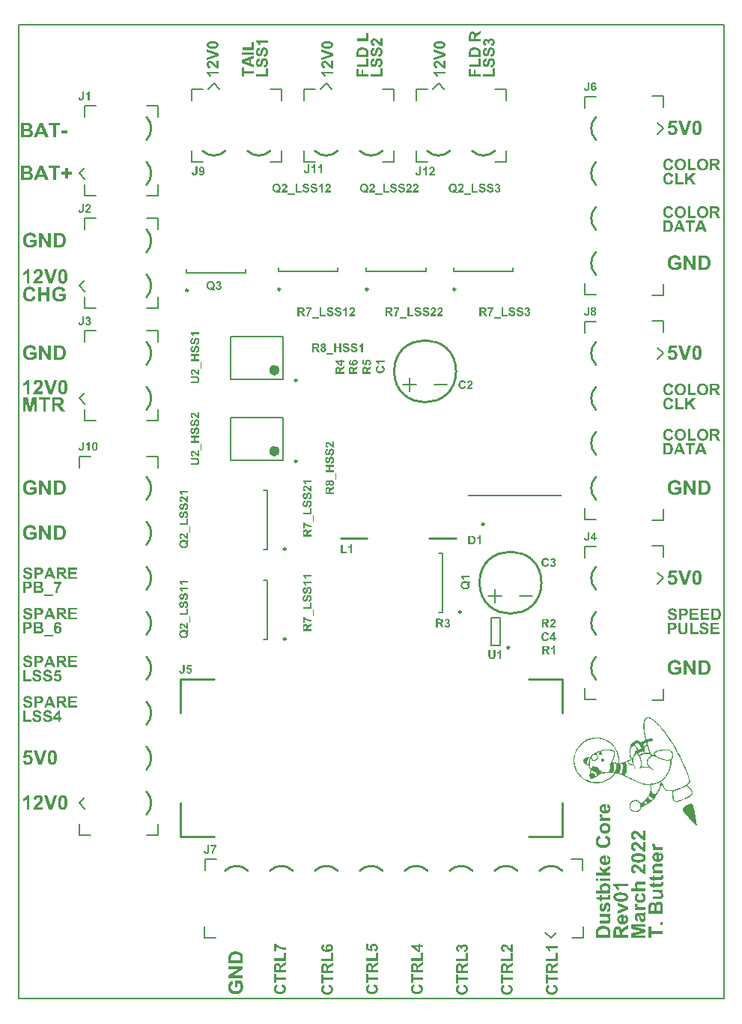
<source format=gto>
G04*
G04 #@! TF.GenerationSoftware,Altium Limited,Altium Designer,22.3.1 (43)*
G04*
G04 Layer_Color=65535*
%FSLAX25Y25*%
%MOIN*%
G70*
G04*
G04 #@! TF.SameCoordinates,142BF1C5-0EC6-4A49-94C7-97FE39397288*
G04*
G04*
G04 #@! TF.FilePolarity,Positive*
G04*
G01*
G75*
%ADD10C,0.01000*%
%ADD11C,0.00984*%
%ADD12C,0.02362*%
%ADD13C,0.00787*%
G36*
X357220Y245620D02*
X357303Y245614D01*
X357392Y245603D01*
X357498Y245592D01*
X357609Y245569D01*
X357719Y245547D01*
X357842Y245520D01*
X357964Y245486D01*
X358080Y245447D01*
X358197Y245397D01*
X358313Y245336D01*
X358419Y245275D01*
X358513Y245198D01*
X358519Y245192D01*
X358535Y245181D01*
X358558Y245153D01*
X358591Y245120D01*
X358630Y245081D01*
X358669Y245026D01*
X358713Y244965D01*
X358763Y244898D01*
X358807Y244820D01*
X358852Y244737D01*
X358896Y244643D01*
X358935Y244543D01*
X358974Y244437D01*
X359001Y244321D01*
X359018Y244199D01*
X359029Y244071D01*
X357997Y244032D01*
Y244038D01*
X357991Y244049D01*
Y244071D01*
X357986Y244093D01*
X357975Y244127D01*
X357964Y244165D01*
X357936Y244249D01*
X357897Y244337D01*
X357847Y244432D01*
X357786Y244521D01*
X357708Y244593D01*
X357697Y244598D01*
X357669Y244620D01*
X357620Y244648D01*
X357547Y244682D01*
X357453Y244715D01*
X357342Y244743D01*
X357209Y244765D01*
X357053Y244770D01*
X356981D01*
X356943Y244765D01*
X356898Y244759D01*
X356793Y244748D01*
X356682Y244726D01*
X356559Y244693D01*
X356449Y244643D01*
X356343Y244582D01*
X356338Y244576D01*
X356321Y244559D01*
X356293Y244532D01*
X356265Y244498D01*
X356232Y244454D01*
X356210Y244398D01*
X356188Y244337D01*
X356182Y244265D01*
Y244260D01*
Y244237D01*
X356188Y244199D01*
X356199Y244160D01*
X356221Y244110D01*
X356243Y244054D01*
X356282Y244004D01*
X356332Y243954D01*
X356343Y243949D01*
X356354Y243938D01*
X356376Y243927D01*
X356399Y243910D01*
X356432Y243893D01*
X356476Y243871D01*
X356526Y243849D01*
X356582Y243827D01*
X356648Y243799D01*
X356726Y243771D01*
X356815Y243744D01*
X356915Y243710D01*
X357026Y243677D01*
X357148Y243644D01*
X357281Y243610D01*
X357292D01*
X357314Y243605D01*
X357353Y243594D01*
X357403Y243583D01*
X357470Y243566D01*
X357536Y243544D01*
X357620Y243522D01*
X357703Y243499D01*
X357886Y243444D01*
X358069Y243383D01*
X358158Y243350D01*
X358247Y243316D01*
X358324Y243277D01*
X358397Y243244D01*
X358402D01*
X358413Y243233D01*
X358430Y243222D01*
X358458Y243211D01*
X358524Y243166D01*
X358608Y243111D01*
X358696Y243033D01*
X358791Y242944D01*
X358885Y242839D01*
X358968Y242722D01*
Y242717D01*
X358979Y242706D01*
X358985Y242689D01*
X359001Y242661D01*
X359018Y242628D01*
X359035Y242589D01*
X359051Y242545D01*
X359074Y242495D01*
X359090Y242439D01*
X359107Y242378D01*
X359140Y242239D01*
X359162Y242079D01*
X359174Y241906D01*
Y241901D01*
Y241890D01*
Y241862D01*
X359168Y241834D01*
Y241795D01*
X359162Y241746D01*
X359151Y241696D01*
X359140Y241640D01*
X359113Y241512D01*
X359068Y241374D01*
X359007Y241229D01*
X358968Y241152D01*
X358924Y241080D01*
Y241074D01*
X358913Y241063D01*
X358896Y241041D01*
X358879Y241019D01*
X358852Y240985D01*
X358824Y240946D01*
X358746Y240863D01*
X358646Y240774D01*
X358530Y240674D01*
X358391Y240586D01*
X358230Y240508D01*
X358225D01*
X358208Y240502D01*
X358186Y240491D01*
X358152Y240480D01*
X358108Y240463D01*
X358052Y240452D01*
X357991Y240436D01*
X357925Y240419D01*
X357847Y240397D01*
X357764Y240380D01*
X357669Y240369D01*
X357570Y240353D01*
X357470Y240341D01*
X357353Y240330D01*
X357237Y240325D01*
X357070D01*
X357020Y240330D01*
X356954D01*
X356876Y240336D01*
X356782Y240347D01*
X356676Y240364D01*
X356565Y240380D01*
X356443Y240403D01*
X356321Y240436D01*
X356199Y240469D01*
X356077Y240513D01*
X355955Y240563D01*
X355838Y240624D01*
X355727Y240691D01*
X355622Y240769D01*
X355616Y240774D01*
X355599Y240791D01*
X355572Y240819D01*
X355538Y240852D01*
X355500Y240902D01*
X355450Y240957D01*
X355400Y241024D01*
X355350Y241102D01*
X355294Y241191D01*
X355239Y241285D01*
X355189Y241396D01*
X355139Y241512D01*
X355094Y241640D01*
X355055Y241773D01*
X355022Y241923D01*
X355000Y242079D01*
X356005Y242179D01*
Y242173D01*
X356010Y242156D01*
X356016Y242128D01*
X356021Y242095D01*
X356032Y242051D01*
X356049Y242006D01*
X356082Y241895D01*
X356132Y241773D01*
X356199Y241646D01*
X356276Y241529D01*
X356321Y241479D01*
X356371Y241429D01*
X356376D01*
X356382Y241418D01*
X356399Y241407D01*
X356421Y241390D01*
X356449Y241374D01*
X356487Y241357D01*
X356526Y241335D01*
X356571Y241313D01*
X356682Y241268D01*
X356809Y241235D01*
X356959Y241207D01*
X357126Y241196D01*
X357176D01*
X357209Y241202D01*
X357253D01*
X357298Y241207D01*
X357409Y241224D01*
X357531Y241246D01*
X357658Y241285D01*
X357781Y241335D01*
X357836Y241368D01*
X357886Y241407D01*
X357892D01*
X357897Y241418D01*
X357925Y241446D01*
X357969Y241490D01*
X358014Y241546D01*
X358058Y241618D01*
X358102Y241707D01*
X358130Y241801D01*
X358141Y241851D01*
Y241901D01*
Y241906D01*
Y241934D01*
X358136Y241968D01*
X358130Y242006D01*
X358114Y242056D01*
X358097Y242112D01*
X358069Y242162D01*
X358030Y242212D01*
X358025Y242217D01*
X358008Y242234D01*
X357980Y242256D01*
X357947Y242289D01*
X357892Y242323D01*
X357831Y242362D01*
X357753Y242395D01*
X357658Y242434D01*
X357647Y242439D01*
X357636D01*
X357620Y242445D01*
X357597Y242450D01*
X357564Y242461D01*
X357531Y242473D01*
X357486Y242484D01*
X357436Y242500D01*
X357375Y242517D01*
X357309Y242534D01*
X357231Y242556D01*
X357148Y242578D01*
X357053Y242600D01*
X356948Y242628D01*
X356832Y242656D01*
X356820D01*
X356793Y242667D01*
X356754Y242678D01*
X356698Y242695D01*
X356626Y242711D01*
X356549Y242739D01*
X356465Y242767D01*
X356376Y242794D01*
X356182Y242872D01*
X355988Y242955D01*
X355899Y243005D01*
X355810Y243055D01*
X355733Y243105D01*
X355666Y243161D01*
X355660Y243166D01*
X355644Y243183D01*
X355622Y243205D01*
X355594Y243238D01*
X355555Y243277D01*
X355516Y243327D01*
X355472Y243383D01*
X355433Y243449D01*
X355388Y243522D01*
X355344Y243599D01*
X355305Y243688D01*
X355266Y243777D01*
X355239Y243871D01*
X355216Y243977D01*
X355200Y244082D01*
X355194Y244193D01*
Y244199D01*
Y244210D01*
Y244232D01*
X355200Y244260D01*
Y244293D01*
X355205Y244337D01*
X355222Y244432D01*
X355250Y244543D01*
X355289Y244670D01*
X355344Y244798D01*
X355416Y244926D01*
Y244931D01*
X355427Y244942D01*
X355438Y244959D01*
X355455Y244981D01*
X355511Y245042D01*
X355577Y245120D01*
X355672Y245203D01*
X355777Y245286D01*
X355910Y245370D01*
X356054Y245442D01*
X356060D01*
X356071Y245447D01*
X356099Y245459D01*
X356127Y245470D01*
X356171Y245486D01*
X356216Y245497D01*
X356271Y245514D01*
X356338Y245536D01*
X356410Y245553D01*
X356482Y245569D01*
X356565Y245581D01*
X356654Y245597D01*
X356754Y245608D01*
X356848Y245620D01*
X357065Y245625D01*
X357159D01*
X357220Y245620D01*
D02*
G37*
G36*
X378948Y244676D02*
X376184D01*
Y243544D01*
X378754D01*
Y242678D01*
X376184D01*
Y241285D01*
X379048D01*
Y240419D01*
X375152D01*
Y245542D01*
X378948D01*
Y244676D01*
D02*
G37*
G36*
X372360Y245536D02*
X372438D01*
X372527Y245531D01*
X372616Y245525D01*
X372815Y245509D01*
X373010Y245481D01*
X373104Y245470D01*
X373199Y245447D01*
X373282Y245425D01*
X373354Y245403D01*
X373359D01*
X373371Y245397D01*
X373387Y245386D01*
X373415Y245375D01*
X373448Y245359D01*
X373481Y245342D01*
X373570Y245292D01*
X373665Y245220D01*
X373759Y245137D01*
X373859Y245031D01*
X373948Y244909D01*
Y244903D01*
X373959Y244892D01*
X373970Y244876D01*
X373981Y244848D01*
X374003Y244815D01*
X374020Y244776D01*
X374042Y244726D01*
X374064Y244676D01*
X374103Y244559D01*
X374142Y244421D01*
X374164Y244271D01*
X374175Y244104D01*
Y244099D01*
Y244077D01*
Y244049D01*
X374170Y244010D01*
X374164Y243960D01*
X374159Y243904D01*
X374148Y243838D01*
X374131Y243771D01*
X374092Y243616D01*
X374064Y243538D01*
X374031Y243460D01*
X373992Y243377D01*
X373948Y243300D01*
X373898Y243222D01*
X373837Y243150D01*
X373831Y243144D01*
X373820Y243133D01*
X373803Y243116D01*
X373776Y243089D01*
X373737Y243061D01*
X373692Y243028D01*
X373642Y242989D01*
X373581Y242950D01*
X373515Y242905D01*
X373443Y242867D01*
X373359Y242828D01*
X373265Y242789D01*
X373165Y242756D01*
X373060Y242722D01*
X372943Y242695D01*
X372821Y242672D01*
X372827D01*
X372838Y242661D01*
X372854Y242656D01*
X372877Y242639D01*
X372938Y242600D01*
X373015Y242545D01*
X373104Y242484D01*
X373199Y242412D01*
X373293Y242328D01*
X373376Y242245D01*
X373387Y242234D01*
X373398Y242217D01*
X373415Y242201D01*
X373437Y242173D01*
X373465Y242140D01*
X373498Y242101D01*
X373531Y242056D01*
X373570Y242001D01*
X373615Y241940D01*
X373665Y241873D01*
X373715Y241795D01*
X373770Y241712D01*
X373831Y241618D01*
X373898Y241524D01*
X373964Y241413D01*
X374591Y240419D01*
X373354D01*
X372605Y241535D01*
X372599Y241540D01*
X372588Y241562D01*
X372566Y241590D01*
X372538Y241629D01*
X372510Y241679D01*
X372471Y241729D01*
X372388Y241851D01*
X372294Y241979D01*
X372205Y242101D01*
X372161Y242156D01*
X372122Y242206D01*
X372089Y242251D01*
X372055Y242284D01*
X372050Y242289D01*
X372033Y242312D01*
X372000Y242334D01*
X371961Y242367D01*
X371916Y242406D01*
X371861Y242439D01*
X371805Y242473D01*
X371744Y242495D01*
X371739Y242500D01*
X371711Y242506D01*
X371672Y242517D01*
X371617Y242528D01*
X371545Y242539D01*
X371456Y242545D01*
X371350Y242556D01*
X371017D01*
Y240419D01*
X369985D01*
Y245542D01*
X372294D01*
X372360Y245536D01*
D02*
G37*
G36*
X369441Y240419D02*
X368314D01*
X367865Y241585D01*
X365817D01*
X365390Y240419D01*
X364296D01*
X366289Y245542D01*
X367388D01*
X369441Y240419D01*
D02*
G37*
G36*
X362021Y245536D02*
X362109D01*
X362210Y245531D01*
X362420Y245525D01*
X362520Y245514D01*
X362620Y245509D01*
X362715Y245503D01*
X362798Y245492D01*
X362870Y245475D01*
X362931Y245464D01*
X362936D01*
X362953Y245459D01*
X362975Y245453D01*
X363003Y245442D01*
X363042Y245425D01*
X363086Y245409D01*
X363186Y245359D01*
X363303Y245292D01*
X363425Y245203D01*
X363492Y245148D01*
X363553Y245092D01*
X363614Y245031D01*
X363669Y244959D01*
X363675Y244953D01*
X363680Y244942D01*
X363697Y244920D01*
X363714Y244892D01*
X363741Y244854D01*
X363763Y244804D01*
X363791Y244754D01*
X363819Y244693D01*
X363847Y244620D01*
X363874Y244548D01*
X363902Y244465D01*
X363924Y244376D01*
X363941Y244282D01*
X363958Y244182D01*
X363963Y244071D01*
X363969Y243960D01*
Y243954D01*
Y243938D01*
Y243916D01*
Y243882D01*
X363963Y243844D01*
X363958Y243794D01*
X363952Y243744D01*
X363947Y243683D01*
X363924Y243560D01*
X363897Y243427D01*
X363852Y243294D01*
X363797Y243166D01*
Y243161D01*
X363791Y243155D01*
X363780Y243139D01*
X363763Y243116D01*
X363730Y243055D01*
X363680Y242983D01*
X363614Y242905D01*
X363541Y242822D01*
X363453Y242739D01*
X363358Y242661D01*
X363353D01*
X363347Y242656D01*
X363314Y242634D01*
X363264Y242600D01*
X363192Y242561D01*
X363114Y242523D01*
X363025Y242484D01*
X362925Y242450D01*
X362825Y242423D01*
X362820D01*
X362809Y242417D01*
X362787D01*
X362759Y242412D01*
X362720Y242406D01*
X362670Y242401D01*
X362615Y242395D01*
X362554Y242389D01*
X362481Y242378D01*
X362398Y242373D01*
X362309Y242367D01*
X362215Y242362D01*
X362109Y242356D01*
X361999D01*
X361877Y242351D01*
X361077D01*
Y240419D01*
X360045D01*
Y245542D01*
X361932D01*
X362021Y245536D01*
D02*
G37*
G36*
X366061Y239295D02*
X366144Y239289D01*
X366233Y239278D01*
X366339Y239267D01*
X366450Y239245D01*
X366561Y239223D01*
X366683Y239195D01*
X366805Y239161D01*
X366921Y239123D01*
X367038Y239073D01*
X367155Y239012D01*
X367260Y238951D01*
X367354Y238873D01*
X367360Y238867D01*
X367376Y238856D01*
X367399Y238828D01*
X367432Y238795D01*
X367471Y238756D01*
X367510Y238701D01*
X367554Y238640D01*
X367604Y238573D01*
X367649Y238495D01*
X367693Y238412D01*
X367737Y238318D01*
X367776Y238218D01*
X367815Y238113D01*
X367843Y237996D01*
X367859Y237874D01*
X367870Y237746D01*
X366838Y237707D01*
Y237713D01*
X366833Y237724D01*
Y237746D01*
X366827Y237768D01*
X366816Y237802D01*
X366805Y237841D01*
X366777Y237924D01*
X366738Y238013D01*
X366688Y238107D01*
X366627Y238196D01*
X366549Y238268D01*
X366539Y238274D01*
X366511Y238296D01*
X366461Y238323D01*
X366389Y238357D01*
X366294Y238390D01*
X366183Y238418D01*
X366050Y238440D01*
X365895Y238446D01*
X365823D01*
X365784Y238440D01*
X365739Y238435D01*
X365634Y238423D01*
X365523Y238401D01*
X365401Y238368D01*
X365290Y238318D01*
X365184Y238257D01*
X365179Y238251D01*
X365162Y238235D01*
X365134Y238207D01*
X365107Y238174D01*
X365073Y238129D01*
X365051Y238074D01*
X365029Y238013D01*
X365023Y237941D01*
Y237935D01*
Y237913D01*
X365029Y237874D01*
X365040Y237835D01*
X365062Y237785D01*
X365084Y237730D01*
X365123Y237680D01*
X365173Y237630D01*
X365184Y237624D01*
X365195Y237613D01*
X365217Y237602D01*
X365240Y237585D01*
X365273Y237569D01*
X365318Y237546D01*
X365367Y237524D01*
X365423Y237502D01*
X365490Y237474D01*
X365567Y237446D01*
X365656Y237419D01*
X365756Y237386D01*
X365867Y237352D01*
X365989Y237319D01*
X366122Y237286D01*
X366133D01*
X366156Y237280D01*
X366194Y237269D01*
X366244Y237258D01*
X366311Y237241D01*
X366377Y237219D01*
X366461Y237197D01*
X366544Y237175D01*
X366727Y237119D01*
X366910Y237058D01*
X366999Y237025D01*
X367088Y236991D01*
X367166Y236953D01*
X367238Y236919D01*
X367243D01*
X367254Y236908D01*
X367271Y236897D01*
X367299Y236886D01*
X367365Y236842D01*
X367449Y236786D01*
X367537Y236708D01*
X367632Y236620D01*
X367726Y236514D01*
X367809Y236398D01*
Y236392D01*
X367821Y236381D01*
X367826Y236364D01*
X367843Y236336D01*
X367859Y236303D01*
X367876Y236264D01*
X367893Y236220D01*
X367915Y236170D01*
X367932Y236115D01*
X367948Y236053D01*
X367981Y235915D01*
X368004Y235754D01*
X368015Y235582D01*
Y235576D01*
Y235565D01*
Y235537D01*
X368009Y235510D01*
Y235471D01*
X368004Y235421D01*
X367992Y235371D01*
X367981Y235315D01*
X367954Y235188D01*
X367909Y235049D01*
X367848Y234905D01*
X367809Y234827D01*
X367765Y234755D01*
Y234749D01*
X367754Y234738D01*
X367737Y234716D01*
X367721Y234694D01*
X367693Y234660D01*
X367665Y234622D01*
X367587Y234538D01*
X367488Y234450D01*
X367371Y234350D01*
X367232Y234261D01*
X367071Y234183D01*
X367066D01*
X367049Y234178D01*
X367027Y234167D01*
X366994Y234155D01*
X366949Y234139D01*
X366894Y234128D01*
X366833Y234111D01*
X366766Y234094D01*
X366688Y234072D01*
X366605Y234055D01*
X366511Y234044D01*
X366411Y234028D01*
X366311Y234017D01*
X366194Y234005D01*
X366078Y234000D01*
X365911D01*
X365861Y234005D01*
X365795D01*
X365717Y234011D01*
X365623Y234022D01*
X365517Y234039D01*
X365406Y234055D01*
X365284Y234078D01*
X365162Y234111D01*
X365040Y234144D01*
X364918Y234189D01*
X364796Y234239D01*
X364679Y234300D01*
X364568Y234366D01*
X364463Y234444D01*
X364457Y234450D01*
X364440Y234466D01*
X364413Y234494D01*
X364380Y234527D01*
X364341Y234577D01*
X364291Y234633D01*
X364241Y234699D01*
X364191Y234777D01*
X364135Y234866D01*
X364080Y234960D01*
X364030Y235071D01*
X363980Y235188D01*
X363935Y235315D01*
X363897Y235449D01*
X363863Y235598D01*
X363841Y235754D01*
X364846Y235854D01*
Y235848D01*
X364851Y235831D01*
X364857Y235804D01*
X364862Y235770D01*
X364874Y235726D01*
X364890Y235682D01*
X364923Y235571D01*
X364973Y235449D01*
X365040Y235321D01*
X365118Y235204D01*
X365162Y235154D01*
X365212Y235104D01*
X365217D01*
X365223Y235093D01*
X365240Y235082D01*
X365262Y235066D01*
X365290Y235049D01*
X365329Y235032D01*
X365367Y235010D01*
X365412Y234988D01*
X365523Y234944D01*
X365651Y234910D01*
X365800Y234882D01*
X365967Y234871D01*
X366017D01*
X366050Y234877D01*
X366094D01*
X366139Y234882D01*
X366250Y234899D01*
X366372Y234921D01*
X366500Y234960D01*
X366622Y235010D01*
X366677Y235043D01*
X366727Y235082D01*
X366733D01*
X366738Y235093D01*
X366766Y235121D01*
X366810Y235166D01*
X366855Y235221D01*
X366899Y235293D01*
X366944Y235382D01*
X366971Y235476D01*
X366983Y235526D01*
Y235576D01*
Y235582D01*
Y235610D01*
X366977Y235643D01*
X366971Y235682D01*
X366955Y235732D01*
X366938Y235787D01*
X366910Y235837D01*
X366872Y235887D01*
X366866Y235893D01*
X366849Y235909D01*
X366822Y235931D01*
X366788Y235965D01*
X366733Y235998D01*
X366672Y236037D01*
X366594Y236070D01*
X366500Y236109D01*
X366489Y236115D01*
X366477D01*
X366461Y236120D01*
X366439Y236126D01*
X366405Y236137D01*
X366372Y236148D01*
X366328Y236159D01*
X366278Y236176D01*
X366217Y236192D01*
X366150Y236209D01*
X366072Y236231D01*
X365989Y236253D01*
X365895Y236276D01*
X365789Y236303D01*
X365673Y236331D01*
X365662D01*
X365634Y236342D01*
X365595Y236353D01*
X365539Y236370D01*
X365467Y236386D01*
X365390Y236414D01*
X365306Y236442D01*
X365217Y236470D01*
X365023Y236547D01*
X364829Y236631D01*
X364740Y236681D01*
X364651Y236731D01*
X364574Y236781D01*
X364507Y236836D01*
X364502Y236842D01*
X364485Y236858D01*
X364463Y236880D01*
X364435Y236914D01*
X364396Y236953D01*
X364357Y237003D01*
X364313Y237058D01*
X364274Y237125D01*
X364230Y237197D01*
X364185Y237275D01*
X364146Y237363D01*
X364107Y237452D01*
X364080Y237546D01*
X364058Y237652D01*
X364041Y237757D01*
X364035Y237868D01*
Y237874D01*
Y237885D01*
Y237907D01*
X364041Y237935D01*
Y237968D01*
X364047Y238013D01*
X364063Y238107D01*
X364091Y238218D01*
X364130Y238346D01*
X364185Y238473D01*
X364257Y238601D01*
Y238607D01*
X364268Y238618D01*
X364280Y238634D01*
X364296Y238656D01*
X364352Y238718D01*
X364418Y238795D01*
X364513Y238878D01*
X364618Y238962D01*
X364751Y239045D01*
X364896Y239117D01*
X364901D01*
X364912Y239123D01*
X364940Y239134D01*
X364968Y239145D01*
X365012Y239161D01*
X365057Y239173D01*
X365112Y239189D01*
X365179Y239212D01*
X365251Y239228D01*
X365323Y239245D01*
X365406Y239256D01*
X365495Y239272D01*
X365595Y239284D01*
X365689Y239295D01*
X365906Y239300D01*
X366000D01*
X366061Y239295D01*
D02*
G37*
G36*
X361288D02*
X361371Y239289D01*
X361460Y239278D01*
X361566Y239267D01*
X361677Y239245D01*
X361788Y239223D01*
X361910Y239195D01*
X362032Y239161D01*
X362148Y239123D01*
X362265Y239073D01*
X362382Y239012D01*
X362487Y238951D01*
X362581Y238873D01*
X362587Y238867D01*
X362603Y238856D01*
X362626Y238828D01*
X362659Y238795D01*
X362698Y238756D01*
X362737Y238701D01*
X362781Y238640D01*
X362831Y238573D01*
X362876Y238495D01*
X362920Y238412D01*
X362964Y238318D01*
X363003Y238218D01*
X363042Y238113D01*
X363070Y237996D01*
X363086Y237874D01*
X363097Y237746D01*
X362065Y237707D01*
Y237713D01*
X362060Y237724D01*
Y237746D01*
X362054Y237768D01*
X362043Y237802D01*
X362032Y237841D01*
X362004Y237924D01*
X361965Y238013D01*
X361915Y238107D01*
X361854Y238196D01*
X361776Y238268D01*
X361766Y238274D01*
X361738Y238296D01*
X361688Y238323D01*
X361616Y238357D01*
X361521Y238390D01*
X361410Y238418D01*
X361277Y238440D01*
X361122Y238446D01*
X361050D01*
X361011Y238440D01*
X360966Y238435D01*
X360861Y238423D01*
X360750Y238401D01*
X360628Y238368D01*
X360517Y238318D01*
X360411Y238257D01*
X360406Y238251D01*
X360389Y238235D01*
X360361Y238207D01*
X360334Y238174D01*
X360300Y238129D01*
X360278Y238074D01*
X360256Y238013D01*
X360250Y237941D01*
Y237935D01*
Y237913D01*
X360256Y237874D01*
X360267Y237835D01*
X360289Y237785D01*
X360311Y237730D01*
X360350Y237680D01*
X360400Y237630D01*
X360411Y237624D01*
X360422Y237613D01*
X360444Y237602D01*
X360467Y237585D01*
X360500Y237569D01*
X360544Y237546D01*
X360594Y237524D01*
X360650Y237502D01*
X360717Y237474D01*
X360794Y237446D01*
X360883Y237419D01*
X360983Y237386D01*
X361094Y237352D01*
X361216Y237319D01*
X361349Y237286D01*
X361360D01*
X361383Y237280D01*
X361421Y237269D01*
X361471Y237258D01*
X361538Y237241D01*
X361604Y237219D01*
X361688Y237197D01*
X361771Y237175D01*
X361954Y237119D01*
X362137Y237058D01*
X362226Y237025D01*
X362315Y236991D01*
X362393Y236953D01*
X362465Y236919D01*
X362470D01*
X362481Y236908D01*
X362498Y236897D01*
X362526Y236886D01*
X362592Y236842D01*
X362676Y236786D01*
X362764Y236708D01*
X362859Y236620D01*
X362953Y236514D01*
X363036Y236398D01*
Y236392D01*
X363048Y236381D01*
X363053Y236364D01*
X363070Y236336D01*
X363086Y236303D01*
X363103Y236264D01*
X363120Y236220D01*
X363142Y236170D01*
X363158Y236115D01*
X363175Y236053D01*
X363208Y235915D01*
X363231Y235754D01*
X363242Y235582D01*
Y235576D01*
Y235565D01*
Y235537D01*
X363236Y235510D01*
Y235471D01*
X363231Y235421D01*
X363219Y235371D01*
X363208Y235315D01*
X363181Y235188D01*
X363136Y235049D01*
X363075Y234905D01*
X363036Y234827D01*
X362992Y234755D01*
Y234749D01*
X362981Y234738D01*
X362964Y234716D01*
X362948Y234694D01*
X362920Y234660D01*
X362892Y234622D01*
X362814Y234538D01*
X362715Y234450D01*
X362598Y234350D01*
X362459Y234261D01*
X362298Y234183D01*
X362293D01*
X362276Y234178D01*
X362254Y234167D01*
X362221Y234155D01*
X362176Y234139D01*
X362121Y234128D01*
X362060Y234111D01*
X361993Y234094D01*
X361915Y234072D01*
X361832Y234055D01*
X361738Y234044D01*
X361638Y234028D01*
X361538Y234017D01*
X361421Y234005D01*
X361305Y234000D01*
X361138D01*
X361088Y234005D01*
X361022D01*
X360944Y234011D01*
X360850Y234022D01*
X360744Y234039D01*
X360633Y234055D01*
X360511Y234078D01*
X360389Y234111D01*
X360267Y234144D01*
X360145Y234189D01*
X360023Y234239D01*
X359906Y234300D01*
X359795Y234366D01*
X359690Y234444D01*
X359684Y234450D01*
X359667Y234466D01*
X359640Y234494D01*
X359607Y234527D01*
X359568Y234577D01*
X359518Y234633D01*
X359468Y234699D01*
X359418Y234777D01*
X359362Y234866D01*
X359307Y234960D01*
X359257Y235071D01*
X359207Y235188D01*
X359162Y235315D01*
X359124Y235449D01*
X359090Y235598D01*
X359068Y235754D01*
X360073Y235854D01*
Y235848D01*
X360078Y235831D01*
X360084Y235804D01*
X360089Y235770D01*
X360101Y235726D01*
X360117Y235682D01*
X360150Y235571D01*
X360200Y235449D01*
X360267Y235321D01*
X360345Y235204D01*
X360389Y235154D01*
X360439Y235104D01*
X360444D01*
X360450Y235093D01*
X360467Y235082D01*
X360489Y235066D01*
X360517Y235049D01*
X360556Y235032D01*
X360594Y235010D01*
X360639Y234988D01*
X360750Y234944D01*
X360877Y234910D01*
X361027Y234882D01*
X361194Y234871D01*
X361244D01*
X361277Y234877D01*
X361321D01*
X361366Y234882D01*
X361477Y234899D01*
X361599Y234921D01*
X361727Y234960D01*
X361849Y235010D01*
X361904Y235043D01*
X361954Y235082D01*
X361960D01*
X361965Y235093D01*
X361993Y235121D01*
X362037Y235166D01*
X362082Y235221D01*
X362126Y235293D01*
X362171Y235382D01*
X362198Y235476D01*
X362210Y235526D01*
Y235576D01*
Y235582D01*
Y235610D01*
X362204Y235643D01*
X362198Y235682D01*
X362182Y235732D01*
X362165Y235787D01*
X362137Y235837D01*
X362099Y235887D01*
X362093Y235893D01*
X362076Y235909D01*
X362049Y235931D01*
X362015Y235965D01*
X361960Y235998D01*
X361899Y236037D01*
X361821Y236070D01*
X361727Y236109D01*
X361716Y236115D01*
X361704D01*
X361688Y236120D01*
X361666Y236126D01*
X361632Y236137D01*
X361599Y236148D01*
X361555Y236159D01*
X361505Y236176D01*
X361444Y236192D01*
X361377Y236209D01*
X361299Y236231D01*
X361216Y236253D01*
X361122Y236276D01*
X361016Y236303D01*
X360900Y236331D01*
X360889D01*
X360861Y236342D01*
X360822Y236353D01*
X360766Y236370D01*
X360694Y236386D01*
X360617Y236414D01*
X360533Y236442D01*
X360444Y236470D01*
X360250Y236547D01*
X360056Y236631D01*
X359967Y236681D01*
X359878Y236731D01*
X359801Y236781D01*
X359734Y236836D01*
X359729Y236842D01*
X359712Y236858D01*
X359690Y236880D01*
X359662Y236914D01*
X359623Y236953D01*
X359584Y237003D01*
X359540Y237058D01*
X359501Y237125D01*
X359457Y237197D01*
X359412Y237275D01*
X359373Y237363D01*
X359334Y237452D01*
X359307Y237546D01*
X359285Y237652D01*
X359268Y237757D01*
X359262Y237868D01*
Y237874D01*
Y237885D01*
Y237907D01*
X359268Y237935D01*
Y237968D01*
X359274Y238013D01*
X359290Y238107D01*
X359318Y238218D01*
X359357Y238346D01*
X359412Y238473D01*
X359484Y238601D01*
Y238607D01*
X359495Y238618D01*
X359507Y238634D01*
X359523Y238656D01*
X359579Y238718D01*
X359645Y238795D01*
X359740Y238878D01*
X359845Y238962D01*
X359978Y239045D01*
X360123Y239117D01*
X360128D01*
X360139Y239123D01*
X360167Y239134D01*
X360195Y239145D01*
X360239Y239161D01*
X360284Y239173D01*
X360339Y239189D01*
X360406Y239212D01*
X360478Y239228D01*
X360550Y239245D01*
X360633Y239256D01*
X360722Y239272D01*
X360822Y239284D01*
X360916Y239295D01*
X361133Y239300D01*
X361227D01*
X361288Y239295D01*
D02*
G37*
G36*
X371900Y238229D02*
X370040D01*
X369885Y237358D01*
X369891D01*
X369902Y237363D01*
X369918Y237374D01*
X369941Y237386D01*
X369974Y237397D01*
X370007Y237413D01*
X370091Y237441D01*
X370196Y237474D01*
X370307Y237496D01*
X370429Y237519D01*
X370557Y237524D01*
X370584D01*
X370618Y237519D01*
X370668D01*
X370723Y237508D01*
X370790Y237496D01*
X370862Y237485D01*
X370940Y237463D01*
X371028Y237441D01*
X371117Y237408D01*
X371206Y237369D01*
X371300Y237324D01*
X371395Y237269D01*
X371489Y237202D01*
X371578Y237130D01*
X371667Y237047D01*
X371672Y237041D01*
X371689Y237025D01*
X371711Y236997D01*
X371739Y236958D01*
X371772Y236914D01*
X371811Y236858D01*
X371855Y236792D01*
X371900Y236714D01*
X371939Y236631D01*
X371983Y236536D01*
X372022Y236431D01*
X372055Y236326D01*
X372083Y236203D01*
X372105Y236081D01*
X372122Y235948D01*
X372127Y235809D01*
Y235804D01*
Y235782D01*
Y235748D01*
X372122Y235704D01*
X372116Y235648D01*
X372105Y235582D01*
X372094Y235510D01*
X372083Y235432D01*
X372061Y235343D01*
X372039Y235254D01*
X372005Y235160D01*
X371972Y235066D01*
X371927Y234966D01*
X371878Y234871D01*
X371822Y234771D01*
X371756Y234677D01*
X371750Y234671D01*
X371733Y234649D01*
X371706Y234616D01*
X371661Y234572D01*
X371611Y234522D01*
X371550Y234461D01*
X371478Y234400D01*
X371395Y234338D01*
X371300Y234278D01*
X371195Y234216D01*
X371084Y234155D01*
X370962Y234105D01*
X370829Y234061D01*
X370684Y234028D01*
X370529Y234005D01*
X370368Y234000D01*
X370301D01*
X370251Y234005D01*
X370190Y234011D01*
X370118Y234022D01*
X370040Y234033D01*
X369957Y234050D01*
X369774Y234094D01*
X369674Y234122D01*
X369580Y234161D01*
X369480Y234205D01*
X369386Y234255D01*
X369297Y234311D01*
X369208Y234377D01*
X369202Y234383D01*
X369191Y234394D01*
X369169Y234416D01*
X369136Y234450D01*
X369103Y234488D01*
X369064Y234533D01*
X369019Y234588D01*
X368975Y234649D01*
X368931Y234721D01*
X368886Y234799D01*
X368842Y234882D01*
X368797Y234971D01*
X368758Y235071D01*
X368725Y235177D01*
X368703Y235288D01*
X368681Y235404D01*
X369657Y235510D01*
Y235504D01*
Y235493D01*
X369663Y235476D01*
X369669Y235454D01*
X369680Y235393D01*
X369702Y235321D01*
X369735Y235232D01*
X369780Y235149D01*
X369835Y235060D01*
X369902Y234982D01*
X369913Y234977D01*
X369941Y234955D01*
X369979Y234921D01*
X370040Y234888D01*
X370107Y234849D01*
X370190Y234821D01*
X370279Y234799D01*
X370379Y234788D01*
X370407D01*
X370429Y234794D01*
X370490Y234799D01*
X370562Y234821D01*
X370645Y234849D01*
X370729Y234894D01*
X370817Y234955D01*
X370862Y234993D01*
X370901Y235038D01*
Y235043D01*
X370912Y235049D01*
X370923Y235066D01*
X370934Y235082D01*
X370951Y235110D01*
X370967Y235143D01*
X370990Y235182D01*
X371012Y235226D01*
X371028Y235277D01*
X371051Y235332D01*
X371067Y235393D01*
X371084Y235460D01*
X371095Y235537D01*
X371106Y235615D01*
X371117Y235704D01*
Y235793D01*
Y235798D01*
Y235815D01*
Y235837D01*
X371112Y235870D01*
Y235909D01*
X371106Y235954D01*
X371089Y236059D01*
X371067Y236176D01*
X371028Y236292D01*
X370973Y236403D01*
X370901Y236503D01*
Y236509D01*
X370890Y236514D01*
X370862Y236542D01*
X370817Y236581D01*
X370751Y236625D01*
X370673Y236664D01*
X370579Y236703D01*
X370473Y236731D01*
X370412Y236742D01*
X370312D01*
X370279Y236736D01*
X370240Y236731D01*
X370201Y236719D01*
X370096Y236697D01*
X369979Y236653D01*
X369913Y236620D01*
X369852Y236586D01*
X369785Y236542D01*
X369719Y236492D01*
X369652Y236437D01*
X369591Y236370D01*
X368797Y236481D01*
X369302Y239150D01*
X371900D01*
Y238229D01*
D02*
G37*
G36*
X356032Y234960D02*
X358602D01*
Y234094D01*
X355000D01*
Y239173D01*
X356032D01*
Y234960D01*
D02*
G37*
G36*
X558675Y522259D02*
X557560Y521509D01*
X557554Y521504D01*
X557532Y521493D01*
X557504Y521470D01*
X557465Y521443D01*
X557415Y521415D01*
X557365Y521376D01*
X557243Y521293D01*
X557116Y521198D01*
X556994Y521110D01*
X556938Y521065D01*
X556888Y521026D01*
X556844Y520993D01*
X556810Y520960D01*
X556805Y520954D01*
X556783Y520938D01*
X556761Y520904D01*
X556727Y520865D01*
X556688Y520821D01*
X556655Y520765D01*
X556622Y520710D01*
X556600Y520649D01*
X556594Y520644D01*
X556588Y520616D01*
X556577Y520577D01*
X556566Y520521D01*
X556555Y520449D01*
X556550Y520360D01*
X556538Y520255D01*
Y519922D01*
X558675D01*
Y518890D01*
X553553D01*
Y521198D01*
X553558Y521265D01*
Y521343D01*
X553564Y521431D01*
X553569Y521520D01*
X553586Y521720D01*
X553614Y521914D01*
X553625Y522009D01*
X553647Y522103D01*
X553669Y522186D01*
X553691Y522259D01*
Y522264D01*
X553697Y522275D01*
X553708Y522292D01*
X553719Y522320D01*
X553736Y522353D01*
X553752Y522386D01*
X553802Y522475D01*
X553874Y522569D01*
X553958Y522664D01*
X554063Y522764D01*
X554185Y522852D01*
X554191D01*
X554202Y522863D01*
X554219Y522874D01*
X554246Y522886D01*
X554280Y522908D01*
X554319Y522925D01*
X554368Y522947D01*
X554418Y522969D01*
X554535Y523008D01*
X554674Y523047D01*
X554823Y523069D01*
X554990Y523080D01*
X554996D01*
X555018D01*
X555046D01*
X555084Y523074D01*
X555134Y523069D01*
X555190Y523063D01*
X555256Y523052D01*
X555323Y523035D01*
X555478Y522997D01*
X555556Y522969D01*
X555634Y522936D01*
X555717Y522897D01*
X555795Y522852D01*
X555872Y522802D01*
X555945Y522741D01*
X555950Y522736D01*
X555961Y522725D01*
X555978Y522708D01*
X556006Y522680D01*
X556033Y522641D01*
X556067Y522597D01*
X556106Y522547D01*
X556144Y522486D01*
X556189Y522419D01*
X556228Y522347D01*
X556266Y522264D01*
X556305Y522170D01*
X556339Y522070D01*
X556372Y521964D01*
X556400Y521848D01*
X556422Y521726D01*
Y521731D01*
X556433Y521742D01*
X556439Y521759D01*
X556455Y521781D01*
X556494Y521842D01*
X556550Y521920D01*
X556611Y522009D01*
X556683Y522103D01*
X556766Y522197D01*
X556849Y522281D01*
X556860Y522292D01*
X556877Y522303D01*
X556894Y522320D01*
X556921Y522342D01*
X556955Y522369D01*
X556994Y522403D01*
X557038Y522436D01*
X557093Y522475D01*
X557155Y522519D01*
X557221Y522569D01*
X557299Y522619D01*
X557382Y522675D01*
X557476Y522736D01*
X557571Y522802D01*
X557682Y522869D01*
X558675Y523496D01*
Y522259D01*
D02*
G37*
G36*
X563446Y520033D02*
X563490D01*
X563552Y520022D01*
X563618Y520011D01*
X563690Y520000D01*
X563773Y519978D01*
X563862Y519950D01*
X563957Y519916D01*
X564051Y519877D01*
X564145Y519828D01*
X564245Y519772D01*
X564339Y519705D01*
X564434Y519633D01*
X564528Y519545D01*
X564534Y519539D01*
X564550Y519522D01*
X564573Y519495D01*
X564600Y519456D01*
X564639Y519406D01*
X564678Y519350D01*
X564722Y519284D01*
X564761Y519206D01*
X564806Y519123D01*
X564850Y519028D01*
X564889Y518923D01*
X564928Y518818D01*
X564956Y518701D01*
X564978Y518579D01*
X564994Y518446D01*
X565000Y518312D01*
Y518279D01*
X564994Y518246D01*
Y518196D01*
X564989Y518140D01*
X564978Y518068D01*
X564967Y517990D01*
X564950Y517907D01*
X564928Y517818D01*
X564900Y517724D01*
X564872Y517630D01*
X564833Y517535D01*
X564784Y517436D01*
X564734Y517341D01*
X564673Y517247D01*
X564600Y517158D01*
X564595Y517153D01*
X564584Y517136D01*
X564562Y517114D01*
X564528Y517086D01*
X564489Y517053D01*
X564439Y517008D01*
X564384Y516969D01*
X564317Y516919D01*
X564245Y516875D01*
X564167Y516831D01*
X564084Y516786D01*
X563990Y516742D01*
X563890Y516709D01*
X563785Y516675D01*
X563668Y516647D01*
X563552Y516631D01*
X563435Y517580D01*
X563440D01*
X563452D01*
X563468Y517585D01*
X563496Y517591D01*
X563563Y517602D01*
X563640Y517630D01*
X563735Y517658D01*
X563823Y517702D01*
X563918Y517757D01*
X563995Y517824D01*
X564001Y517835D01*
X564023Y517857D01*
X564056Y517902D01*
X564090Y517957D01*
X564123Y518029D01*
X564156Y518113D01*
X564179Y518207D01*
X564184Y518307D01*
Y518335D01*
X564179Y518357D01*
X564173Y518412D01*
X564156Y518484D01*
X564129Y518568D01*
X564090Y518651D01*
X564034Y518740D01*
X563957Y518823D01*
X563945Y518834D01*
X563912Y518856D01*
X563862Y518890D01*
X563790Y518928D01*
X563701Y518967D01*
X563596Y519001D01*
X563474Y519023D01*
X563335Y519034D01*
X563329D01*
X563318D01*
X563302D01*
X563274Y519028D01*
X563241D01*
X563207Y519023D01*
X563124Y519012D01*
X563030Y518984D01*
X562930Y518951D01*
X562836Y518901D01*
X562747Y518834D01*
X562736Y518823D01*
X562713Y518801D01*
X562675Y518756D01*
X562636Y518701D01*
X562597Y518629D01*
X562558Y518546D01*
X562536Y518451D01*
X562525Y518346D01*
Y518312D01*
X562530Y518274D01*
X562536Y518218D01*
X562541Y518152D01*
X562558Y518079D01*
X562575Y517990D01*
X562602Y517896D01*
X561803Y518002D01*
Y518068D01*
X561798Y518102D01*
Y518140D01*
X561787Y518229D01*
X561770Y518329D01*
X561737Y518429D01*
X561692Y518523D01*
X561637Y518612D01*
X561626Y518623D01*
X561603Y518645D01*
X561564Y518679D01*
X561509Y518723D01*
X561437Y518762D01*
X561354Y518795D01*
X561259Y518818D01*
X561148Y518829D01*
X561143D01*
X561137D01*
X561104D01*
X561060Y518823D01*
X560998Y518812D01*
X560937Y518790D01*
X560865Y518762D01*
X560799Y518723D01*
X560738Y518673D01*
X560732Y518668D01*
X560715Y518645D01*
X560688Y518612D01*
X560660Y518562D01*
X560632Y518501D01*
X560604Y518435D01*
X560588Y518351D01*
X560582Y518257D01*
Y518213D01*
X560593Y518168D01*
X560604Y518107D01*
X560627Y518041D01*
X560654Y517968D01*
X560699Y517896D01*
X560760Y517824D01*
X560765Y517818D01*
X560793Y517796D01*
X560832Y517768D01*
X560887Y517730D01*
X560960Y517691D01*
X561043Y517658D01*
X561148Y517630D01*
X561265Y517608D01*
X561115Y516703D01*
X561109D01*
X561093Y516709D01*
X561071Y516714D01*
X561037Y516720D01*
X560998Y516731D01*
X560954Y516742D01*
X560849Y516775D01*
X560726Y516814D01*
X560604Y516864D01*
X560482Y516919D01*
X560371Y516986D01*
X560366D01*
X560360Y516997D01*
X560327Y517019D01*
X560271Y517064D01*
X560210Y517125D01*
X560138Y517197D01*
X560066Y517286D01*
X559994Y517391D01*
X559927Y517513D01*
Y517519D01*
X559922Y517530D01*
X559911Y517547D01*
X559900Y517574D01*
X559889Y517608D01*
X559877Y517647D01*
X559861Y517691D01*
X559844Y517741D01*
X559816Y517852D01*
X559789Y517985D01*
X559772Y518129D01*
X559766Y518285D01*
Y518318D01*
X559772Y518357D01*
Y518407D01*
X559783Y518468D01*
X559789Y518540D01*
X559805Y518618D01*
X559822Y518701D01*
X559850Y518795D01*
X559877Y518890D01*
X559916Y518984D01*
X559961Y519078D01*
X560016Y519178D01*
X560077Y519273D01*
X560149Y519361D01*
X560232Y519445D01*
X560238Y519450D01*
X560249Y519461D01*
X560271Y519478D01*
X560299Y519500D01*
X560332Y519528D01*
X560377Y519561D01*
X560427Y519594D01*
X560482Y519628D01*
X560604Y519694D01*
X560749Y519756D01*
X560826Y519778D01*
X560910Y519794D01*
X560993Y519805D01*
X561082Y519811D01*
X561087D01*
X561109D01*
X561148Y519805D01*
X561193Y519800D01*
X561248Y519789D01*
X561315Y519772D01*
X561392Y519750D01*
X561470Y519717D01*
X561553Y519678D01*
X561642Y519633D01*
X561731Y519572D01*
X561820Y519500D01*
X561909Y519417D01*
X561998Y519317D01*
X562081Y519201D01*
X562158Y519073D01*
Y519078D01*
X562164Y519095D01*
X562170Y519117D01*
X562181Y519145D01*
X562192Y519184D01*
X562208Y519228D01*
X562247Y519322D01*
X562303Y519439D01*
X562380Y519556D01*
X562469Y519667D01*
X562525Y519722D01*
X562586Y519772D01*
X562591Y519778D01*
X562602Y519783D01*
X562619Y519794D01*
X562641Y519816D01*
X562675Y519833D01*
X562713Y519855D01*
X562758Y519883D01*
X562808Y519905D01*
X562924Y519955D01*
X563058Y520000D01*
X563213Y520027D01*
X563296Y520033D01*
X563379Y520039D01*
X563385D01*
X563407D01*
X563446Y520033D01*
D02*
G37*
G36*
X563490Y516009D02*
X563529D01*
X563579Y516004D01*
X563629Y515993D01*
X563685Y515981D01*
X563812Y515954D01*
X563951Y515909D01*
X564095Y515848D01*
X564173Y515809D01*
X564245Y515765D01*
X564251D01*
X564262Y515754D01*
X564284Y515737D01*
X564306Y515721D01*
X564339Y515693D01*
X564378Y515665D01*
X564462Y515587D01*
X564550Y515487D01*
X564650Y515371D01*
X564739Y515232D01*
X564817Y515071D01*
Y515066D01*
X564822Y515049D01*
X564833Y515027D01*
X564845Y514993D01*
X564861Y514949D01*
X564872Y514894D01*
X564889Y514833D01*
X564906Y514766D01*
X564928Y514688D01*
X564945Y514605D01*
X564956Y514511D01*
X564972Y514411D01*
X564983Y514311D01*
X564994Y514194D01*
X565000Y514078D01*
Y513911D01*
X564994Y513861D01*
Y513795D01*
X564989Y513717D01*
X564978Y513623D01*
X564961Y513517D01*
X564945Y513406D01*
X564922Y513284D01*
X564889Y513162D01*
X564856Y513040D01*
X564811Y512918D01*
X564761Y512796D01*
X564700Y512679D01*
X564634Y512568D01*
X564556Y512463D01*
X564550Y512457D01*
X564534Y512440D01*
X564506Y512413D01*
X564473Y512380D01*
X564423Y512341D01*
X564367Y512291D01*
X564301Y512241D01*
X564223Y512191D01*
X564134Y512135D01*
X564040Y512080D01*
X563929Y512030D01*
X563812Y511980D01*
X563685Y511936D01*
X563552Y511897D01*
X563402Y511863D01*
X563246Y511841D01*
X563146Y512846D01*
X563152D01*
X563168Y512851D01*
X563196Y512857D01*
X563230Y512862D01*
X563274Y512873D01*
X563318Y512890D01*
X563429Y512923D01*
X563552Y512973D01*
X563679Y513040D01*
X563796Y513118D01*
X563846Y513162D01*
X563896Y513212D01*
Y513218D01*
X563907Y513223D01*
X563918Y513240D01*
X563934Y513262D01*
X563951Y513290D01*
X563968Y513329D01*
X563990Y513367D01*
X564012Y513412D01*
X564056Y513523D01*
X564090Y513651D01*
X564118Y513800D01*
X564129Y513967D01*
Y514017D01*
X564123Y514050D01*
Y514094D01*
X564118Y514139D01*
X564101Y514250D01*
X564079Y514372D01*
X564040Y514500D01*
X563990Y514622D01*
X563957Y514677D01*
X563918Y514727D01*
Y514733D01*
X563907Y514738D01*
X563879Y514766D01*
X563834Y514810D01*
X563779Y514855D01*
X563707Y514899D01*
X563618Y514944D01*
X563524Y514971D01*
X563474Y514982D01*
X563424D01*
X563418D01*
X563390D01*
X563357Y514977D01*
X563318Y514971D01*
X563268Y514955D01*
X563213Y514938D01*
X563163Y514910D01*
X563113Y514872D01*
X563107Y514866D01*
X563091Y514849D01*
X563069Y514821D01*
X563035Y514788D01*
X563002Y514733D01*
X562963Y514672D01*
X562930Y514594D01*
X562891Y514500D01*
X562886Y514489D01*
Y514477D01*
X562880Y514461D01*
X562874Y514439D01*
X562863Y514405D01*
X562852Y514372D01*
X562841Y514327D01*
X562824Y514278D01*
X562808Y514217D01*
X562791Y514150D01*
X562769Y514072D01*
X562747Y513989D01*
X562724Y513895D01*
X562697Y513789D01*
X562669Y513673D01*
Y513661D01*
X562658Y513634D01*
X562647Y513595D01*
X562630Y513540D01*
X562613Y513467D01*
X562586Y513390D01*
X562558Y513306D01*
X562530Y513218D01*
X562453Y513023D01*
X562369Y512829D01*
X562319Y512740D01*
X562269Y512651D01*
X562219Y512574D01*
X562164Y512507D01*
X562158Y512502D01*
X562142Y512485D01*
X562119Y512463D01*
X562086Y512435D01*
X562047Y512396D01*
X561998Y512357D01*
X561942Y512313D01*
X561875Y512274D01*
X561803Y512230D01*
X561726Y512185D01*
X561637Y512146D01*
X561548Y512108D01*
X561453Y512080D01*
X561348Y512058D01*
X561243Y512041D01*
X561132Y512035D01*
X561126D01*
X561115D01*
X561093D01*
X561065Y512041D01*
X561032D01*
X560987Y512046D01*
X560893Y512063D01*
X560782Y512091D01*
X560654Y512130D01*
X560527Y512185D01*
X560399Y512257D01*
X560393D01*
X560382Y512268D01*
X560366Y512280D01*
X560344Y512296D01*
X560283Y512352D01*
X560205Y512418D01*
X560122Y512513D01*
X560038Y512618D01*
X559955Y512751D01*
X559883Y512896D01*
Y512901D01*
X559877Y512912D01*
X559866Y512940D01*
X559855Y512968D01*
X559838Y513012D01*
X559827Y513057D01*
X559811Y513112D01*
X559789Y513179D01*
X559772Y513251D01*
X559755Y513323D01*
X559744Y513406D01*
X559727Y513495D01*
X559716Y513595D01*
X559705Y513689D01*
X559700Y513906D01*
Y514000D01*
X559705Y514061D01*
X559711Y514144D01*
X559722Y514233D01*
X559733Y514339D01*
X559755Y514450D01*
X559777Y514561D01*
X559805Y514683D01*
X559838Y514805D01*
X559877Y514921D01*
X559927Y515038D01*
X559988Y515155D01*
X560049Y515260D01*
X560127Y515354D01*
X560133Y515360D01*
X560144Y515377D01*
X560172Y515399D01*
X560205Y515432D01*
X560244Y515471D01*
X560299Y515510D01*
X560360Y515554D01*
X560427Y515604D01*
X560504Y515648D01*
X560588Y515693D01*
X560682Y515737D01*
X560782Y515776D01*
X560887Y515815D01*
X561004Y515843D01*
X561126Y515859D01*
X561254Y515870D01*
X561293Y514838D01*
X561287D01*
X561276Y514833D01*
X561254D01*
X561232Y514827D01*
X561198Y514816D01*
X561159Y514805D01*
X561076Y514777D01*
X560987Y514738D01*
X560893Y514688D01*
X560804Y514627D01*
X560732Y514549D01*
X560726Y514538D01*
X560704Y514511D01*
X560677Y514461D01*
X560643Y514389D01*
X560610Y514294D01*
X560582Y514183D01*
X560560Y514050D01*
X560554Y513895D01*
Y513823D01*
X560560Y513784D01*
X560566Y513739D01*
X560577Y513634D01*
X560599Y513523D01*
X560632Y513401D01*
X560682Y513290D01*
X560743Y513184D01*
X560749Y513179D01*
X560765Y513162D01*
X560793Y513134D01*
X560826Y513106D01*
X560871Y513073D01*
X560926Y513051D01*
X560987Y513029D01*
X561060Y513023D01*
X561065D01*
X561087D01*
X561126Y513029D01*
X561165Y513040D01*
X561215Y513062D01*
X561270Y513084D01*
X561320Y513123D01*
X561370Y513173D01*
X561376Y513184D01*
X561387Y513195D01*
X561398Y513218D01*
X561415Y513240D01*
X561431Y513273D01*
X561453Y513317D01*
X561476Y513367D01*
X561498Y513423D01*
X561526Y513489D01*
X561553Y513567D01*
X561581Y513656D01*
X561615Y513756D01*
X561648Y513867D01*
X561681Y513989D01*
X561714Y514122D01*
Y514133D01*
X561720Y514155D01*
X561731Y514194D01*
X561742Y514244D01*
X561759Y514311D01*
X561781Y514377D01*
X561803Y514461D01*
X561825Y514544D01*
X561881Y514727D01*
X561942Y514910D01*
X561975Y514999D01*
X562009Y515088D01*
X562047Y515166D01*
X562081Y515238D01*
Y515243D01*
X562092Y515254D01*
X562103Y515271D01*
X562114Y515299D01*
X562158Y515365D01*
X562214Y515449D01*
X562292Y515537D01*
X562380Y515632D01*
X562486Y515726D01*
X562602Y515809D01*
X562608D01*
X562619Y515821D01*
X562636Y515826D01*
X562664Y515843D01*
X562697Y515859D01*
X562736Y515876D01*
X562780Y515893D01*
X562830Y515915D01*
X562886Y515932D01*
X562947Y515948D01*
X563085Y515981D01*
X563246Y516004D01*
X563418Y516015D01*
X563424D01*
X563435D01*
X563463D01*
X563490Y516009D01*
D02*
G37*
G36*
X556328Y516020D02*
X556389D01*
X556461Y516015D01*
X556538Y516004D01*
X556710Y515987D01*
X556894Y515959D01*
X557077Y515920D01*
X557254Y515865D01*
X557260D01*
X557277Y515854D01*
X557310Y515843D01*
X557349Y515832D01*
X557393Y515809D01*
X557449Y515787D01*
X557510Y515760D01*
X557576Y515726D01*
X557721Y515648D01*
X557870Y515554D01*
X558020Y515443D01*
X558159Y515315D01*
X558165Y515310D01*
X558170Y515304D01*
X558187Y515288D01*
X558204Y515266D01*
X558226Y515238D01*
X558253Y515210D01*
X558281Y515171D01*
X558309Y515127D01*
X558376Y515021D01*
X558442Y514899D01*
X558509Y514755D01*
X558570Y514594D01*
Y514588D01*
X558575Y514577D01*
X558581Y514561D01*
X558586Y514533D01*
X558592Y514500D01*
X558603Y514455D01*
X558614Y514405D01*
X558620Y514350D01*
X558631Y514289D01*
X558642Y514222D01*
X558653Y514144D01*
X558659Y514061D01*
X558664Y513978D01*
X558670Y513884D01*
X558675Y513784D01*
Y511736D01*
X553553D01*
Y513728D01*
X553558Y513784D01*
Y513911D01*
X553564Y513983D01*
X553575Y514139D01*
X553597Y514300D01*
X553619Y514455D01*
X553636Y514527D01*
X553652Y514594D01*
Y514600D01*
X553658Y514616D01*
X553669Y514638D01*
X553680Y514672D01*
X553691Y514711D01*
X553714Y514755D01*
X553763Y514860D01*
X553825Y514982D01*
X553908Y515110D01*
X554008Y515238D01*
X554124Y515365D01*
X554130Y515371D01*
X554141Y515382D01*
X554157Y515399D01*
X554185Y515421D01*
X554219Y515443D01*
X554257Y515476D01*
X554302Y515510D01*
X554357Y515549D01*
X554413Y515587D01*
X554474Y515626D01*
X554618Y515709D01*
X554779Y515787D01*
X554957Y515854D01*
X554962D01*
X554979Y515859D01*
X555007Y515870D01*
X555046Y515881D01*
X555090Y515893D01*
X555151Y515909D01*
X555218Y515926D01*
X555290Y515943D01*
X555373Y515954D01*
X555467Y515970D01*
X555567Y515987D01*
X555673Y515998D01*
X555789Y516009D01*
X555906Y516020D01*
X556033Y516026D01*
X556167D01*
X556172D01*
X556194D01*
X556228D01*
X556272D01*
X556328Y516020D01*
D02*
G37*
G36*
X563490Y511236D02*
X563529D01*
X563579Y511231D01*
X563629Y511220D01*
X563685Y511208D01*
X563812Y511181D01*
X563951Y511136D01*
X564095Y511075D01*
X564173Y511036D01*
X564245Y510992D01*
X564251D01*
X564262Y510981D01*
X564284Y510964D01*
X564306Y510948D01*
X564339Y510920D01*
X564378Y510892D01*
X564462Y510814D01*
X564550Y510714D01*
X564650Y510598D01*
X564739Y510459D01*
X564817Y510298D01*
Y510293D01*
X564822Y510276D01*
X564833Y510254D01*
X564845Y510221D01*
X564861Y510176D01*
X564872Y510121D01*
X564889Y510060D01*
X564906Y509993D01*
X564928Y509915D01*
X564945Y509832D01*
X564956Y509738D01*
X564972Y509638D01*
X564983Y509538D01*
X564994Y509421D01*
X565000Y509305D01*
Y509138D01*
X564994Y509088D01*
Y509022D01*
X564989Y508944D01*
X564978Y508850D01*
X564961Y508744D01*
X564945Y508633D01*
X564922Y508511D01*
X564889Y508389D01*
X564856Y508267D01*
X564811Y508145D01*
X564761Y508023D01*
X564700Y507906D01*
X564634Y507795D01*
X564556Y507690D01*
X564550Y507684D01*
X564534Y507668D01*
X564506Y507640D01*
X564473Y507607D01*
X564423Y507568D01*
X564367Y507518D01*
X564301Y507468D01*
X564223Y507418D01*
X564134Y507362D01*
X564040Y507307D01*
X563929Y507257D01*
X563812Y507207D01*
X563685Y507163D01*
X563552Y507124D01*
X563402Y507090D01*
X563246Y507068D01*
X563146Y508073D01*
X563152D01*
X563168Y508078D01*
X563196Y508084D01*
X563230Y508089D01*
X563274Y508101D01*
X563318Y508117D01*
X563429Y508150D01*
X563552Y508200D01*
X563679Y508267D01*
X563796Y508345D01*
X563846Y508389D01*
X563896Y508439D01*
Y508444D01*
X563907Y508450D01*
X563918Y508467D01*
X563934Y508489D01*
X563951Y508517D01*
X563968Y508556D01*
X563990Y508594D01*
X564012Y508639D01*
X564056Y508750D01*
X564090Y508878D01*
X564118Y509027D01*
X564129Y509194D01*
Y509244D01*
X564123Y509277D01*
Y509321D01*
X564118Y509366D01*
X564101Y509477D01*
X564079Y509599D01*
X564040Y509727D01*
X563990Y509849D01*
X563957Y509904D01*
X563918Y509954D01*
Y509960D01*
X563907Y509965D01*
X563879Y509993D01*
X563834Y510037D01*
X563779Y510082D01*
X563707Y510126D01*
X563618Y510171D01*
X563524Y510198D01*
X563474Y510210D01*
X563424D01*
X563418D01*
X563390D01*
X563357Y510204D01*
X563318Y510198D01*
X563268Y510182D01*
X563213Y510165D01*
X563163Y510137D01*
X563113Y510098D01*
X563107Y510093D01*
X563091Y510076D01*
X563069Y510048D01*
X563035Y510015D01*
X563002Y509960D01*
X562963Y509899D01*
X562930Y509821D01*
X562891Y509727D01*
X562886Y509716D01*
Y509704D01*
X562880Y509688D01*
X562874Y509665D01*
X562863Y509632D01*
X562852Y509599D01*
X562841Y509555D01*
X562824Y509505D01*
X562808Y509444D01*
X562791Y509377D01*
X562769Y509299D01*
X562747Y509216D01*
X562724Y509122D01*
X562697Y509016D01*
X562669Y508900D01*
Y508889D01*
X562658Y508861D01*
X562647Y508822D01*
X562630Y508766D01*
X562613Y508694D01*
X562586Y508617D01*
X562558Y508533D01*
X562530Y508444D01*
X562453Y508250D01*
X562369Y508056D01*
X562319Y507967D01*
X562269Y507878D01*
X562219Y507801D01*
X562164Y507734D01*
X562158Y507729D01*
X562142Y507712D01*
X562119Y507690D01*
X562086Y507662D01*
X562047Y507623D01*
X561998Y507584D01*
X561942Y507540D01*
X561875Y507501D01*
X561803Y507457D01*
X561726Y507412D01*
X561637Y507373D01*
X561548Y507335D01*
X561453Y507307D01*
X561348Y507285D01*
X561243Y507268D01*
X561132Y507262D01*
X561126D01*
X561115D01*
X561093D01*
X561065Y507268D01*
X561032D01*
X560987Y507273D01*
X560893Y507290D01*
X560782Y507318D01*
X560654Y507357D01*
X560527Y507412D01*
X560399Y507484D01*
X560393D01*
X560382Y507495D01*
X560366Y507507D01*
X560344Y507523D01*
X560283Y507579D01*
X560205Y507645D01*
X560122Y507740D01*
X560038Y507845D01*
X559955Y507978D01*
X559883Y508123D01*
Y508128D01*
X559877Y508139D01*
X559866Y508167D01*
X559855Y508195D01*
X559838Y508239D01*
X559827Y508284D01*
X559811Y508339D01*
X559789Y508406D01*
X559772Y508478D01*
X559755Y508550D01*
X559744Y508633D01*
X559727Y508722D01*
X559716Y508822D01*
X559705Y508916D01*
X559700Y509133D01*
Y509227D01*
X559705Y509288D01*
X559711Y509371D01*
X559722Y509460D01*
X559733Y509566D01*
X559755Y509677D01*
X559777Y509788D01*
X559805Y509910D01*
X559838Y510032D01*
X559877Y510148D01*
X559927Y510265D01*
X559988Y510382D01*
X560049Y510487D01*
X560127Y510581D01*
X560133Y510587D01*
X560144Y510604D01*
X560172Y510626D01*
X560205Y510659D01*
X560244Y510698D01*
X560299Y510737D01*
X560360Y510781D01*
X560427Y510831D01*
X560504Y510876D01*
X560588Y510920D01*
X560682Y510964D01*
X560782Y511003D01*
X560887Y511042D01*
X561004Y511070D01*
X561126Y511086D01*
X561254Y511097D01*
X561293Y510065D01*
X561287D01*
X561276Y510060D01*
X561254D01*
X561232Y510054D01*
X561198Y510043D01*
X561159Y510032D01*
X561076Y510004D01*
X560987Y509965D01*
X560893Y509915D01*
X560804Y509854D01*
X560732Y509777D01*
X560726Y509765D01*
X560704Y509738D01*
X560677Y509688D01*
X560643Y509616D01*
X560610Y509521D01*
X560582Y509410D01*
X560560Y509277D01*
X560554Y509122D01*
Y509050D01*
X560560Y509011D01*
X560566Y508966D01*
X560577Y508861D01*
X560599Y508750D01*
X560632Y508628D01*
X560682Y508517D01*
X560743Y508411D01*
X560749Y508406D01*
X560765Y508389D01*
X560793Y508361D01*
X560826Y508334D01*
X560871Y508300D01*
X560926Y508278D01*
X560987Y508256D01*
X561060Y508250D01*
X561065D01*
X561087D01*
X561126Y508256D01*
X561165Y508267D01*
X561215Y508289D01*
X561270Y508311D01*
X561320Y508350D01*
X561370Y508400D01*
X561376Y508411D01*
X561387Y508422D01*
X561398Y508444D01*
X561415Y508467D01*
X561431Y508500D01*
X561453Y508544D01*
X561476Y508594D01*
X561498Y508650D01*
X561526Y508716D01*
X561553Y508794D01*
X561581Y508883D01*
X561615Y508983D01*
X561648Y509094D01*
X561681Y509216D01*
X561714Y509349D01*
Y509360D01*
X561720Y509382D01*
X561731Y509421D01*
X561742Y509471D01*
X561759Y509538D01*
X561781Y509605D01*
X561803Y509688D01*
X561825Y509771D01*
X561881Y509954D01*
X561942Y510137D01*
X561975Y510226D01*
X562009Y510315D01*
X562047Y510393D01*
X562081Y510465D01*
Y510470D01*
X562092Y510481D01*
X562103Y510498D01*
X562114Y510526D01*
X562158Y510592D01*
X562214Y510676D01*
X562292Y510765D01*
X562380Y510859D01*
X562486Y510953D01*
X562602Y511036D01*
X562608D01*
X562619Y511048D01*
X562636Y511053D01*
X562664Y511070D01*
X562697Y511086D01*
X562736Y511103D01*
X562780Y511120D01*
X562830Y511142D01*
X562886Y511159D01*
X562947Y511175D01*
X563085Y511208D01*
X563246Y511231D01*
X563418Y511242D01*
X563424D01*
X563435D01*
X563463D01*
X563490Y511236D01*
D02*
G37*
G36*
X558675Y507396D02*
X553597D01*
Y508428D01*
X557809D01*
Y510997D01*
X558675D01*
Y507396D01*
D02*
G37*
G36*
X564906Y503000D02*
X559827D01*
Y504032D01*
X564040D01*
Y506602D01*
X564906D01*
Y503000D01*
D02*
G37*
G36*
X554418Y504032D02*
X555634D01*
Y506175D01*
X556500D01*
Y504032D01*
X558675D01*
Y503000D01*
X553553D01*
Y506513D01*
X554418D01*
Y504032D01*
D02*
G37*
G36*
X644220Y266619D02*
X644303Y266614D01*
X644392Y266603D01*
X644497Y266592D01*
X644608Y266569D01*
X644720Y266547D01*
X644842Y266520D01*
X644964Y266486D01*
X645080Y266447D01*
X645197Y266398D01*
X645313Y266336D01*
X645419Y266275D01*
X645513Y266198D01*
X645519Y266192D01*
X645535Y266181D01*
X645557Y266153D01*
X645591Y266120D01*
X645630Y266081D01*
X645669Y266026D01*
X645713Y265965D01*
X645763Y265898D01*
X645807Y265820D01*
X645852Y265737D01*
X645896Y265643D01*
X645935Y265543D01*
X645974Y265437D01*
X646002Y265321D01*
X646018Y265199D01*
X646029Y265071D01*
X644997Y265032D01*
Y265038D01*
X644991Y265049D01*
Y265071D01*
X644986Y265093D01*
X644975Y265126D01*
X644964Y265165D01*
X644936Y265249D01*
X644897Y265337D01*
X644847Y265432D01*
X644786Y265521D01*
X644708Y265593D01*
X644697Y265598D01*
X644669Y265620D01*
X644620Y265648D01*
X644548Y265682D01*
X644453Y265715D01*
X644342Y265743D01*
X644209Y265765D01*
X644054Y265770D01*
X643981D01*
X643942Y265765D01*
X643898Y265759D01*
X643793Y265748D01*
X643682Y265726D01*
X643560Y265693D01*
X643448Y265643D01*
X643343Y265582D01*
X643338Y265576D01*
X643321Y265559D01*
X643293Y265532D01*
X643265Y265498D01*
X643232Y265454D01*
X643210Y265399D01*
X643188Y265337D01*
X643182Y265265D01*
Y265260D01*
Y265237D01*
X643188Y265199D01*
X643199Y265160D01*
X643221Y265110D01*
X643243Y265054D01*
X643282Y265004D01*
X643332Y264954D01*
X643343Y264949D01*
X643354Y264938D01*
X643376Y264927D01*
X643399Y264910D01*
X643432Y264893D01*
X643476Y264871D01*
X643526Y264849D01*
X643582Y264827D01*
X643648Y264799D01*
X643726Y264771D01*
X643815Y264744D01*
X643915Y264710D01*
X644026Y264677D01*
X644148Y264644D01*
X644281Y264610D01*
X644292D01*
X644314Y264605D01*
X644353Y264594D01*
X644403Y264583D01*
X644470Y264566D01*
X644536Y264544D01*
X644620Y264522D01*
X644703Y264499D01*
X644886Y264444D01*
X645069Y264383D01*
X645158Y264350D01*
X645247Y264316D01*
X645324Y264277D01*
X645397Y264244D01*
X645402D01*
X645413Y264233D01*
X645430Y264222D01*
X645458Y264211D01*
X645524Y264166D01*
X645608Y264111D01*
X645696Y264033D01*
X645791Y263944D01*
X645885Y263839D01*
X645968Y263722D01*
Y263717D01*
X645979Y263706D01*
X645985Y263689D01*
X646002Y263661D01*
X646018Y263628D01*
X646035Y263589D01*
X646052Y263545D01*
X646074Y263495D01*
X646090Y263439D01*
X646107Y263378D01*
X646140Y263240D01*
X646163Y263079D01*
X646174Y262907D01*
Y262901D01*
Y262890D01*
Y262862D01*
X646168Y262834D01*
Y262795D01*
X646163Y262746D01*
X646151Y262696D01*
X646140Y262640D01*
X646113Y262512D01*
X646068Y262374D01*
X646007Y262229D01*
X645968Y262152D01*
X645924Y262080D01*
Y262074D01*
X645913Y262063D01*
X645896Y262041D01*
X645879Y262018D01*
X645852Y261985D01*
X645824Y261946D01*
X645746Y261863D01*
X645646Y261774D01*
X645530Y261674D01*
X645391Y261586D01*
X645230Y261508D01*
X645225D01*
X645208Y261502D01*
X645186Y261491D01*
X645152Y261480D01*
X645108Y261463D01*
X645052Y261452D01*
X644991Y261436D01*
X644925Y261419D01*
X644847Y261397D01*
X644764Y261380D01*
X644669Y261369D01*
X644570Y261352D01*
X644470Y261341D01*
X644353Y261330D01*
X644237Y261325D01*
X644070D01*
X644020Y261330D01*
X643954D01*
X643876Y261336D01*
X643782Y261347D01*
X643676Y261364D01*
X643565Y261380D01*
X643443Y261403D01*
X643321Y261436D01*
X643199Y261469D01*
X643077Y261513D01*
X642955Y261563D01*
X642838Y261625D01*
X642727Y261691D01*
X642622Y261769D01*
X642616Y261774D01*
X642599Y261791D01*
X642572Y261819D01*
X642538Y261852D01*
X642499Y261902D01*
X642450Y261958D01*
X642400Y262024D01*
X642350Y262102D01*
X642294Y262191D01*
X642239Y262285D01*
X642189Y262396D01*
X642139Y262512D01*
X642094Y262640D01*
X642056Y262773D01*
X642022Y262923D01*
X642000Y263079D01*
X643005Y263178D01*
Y263173D01*
X643010Y263156D01*
X643016Y263128D01*
X643021Y263095D01*
X643032Y263051D01*
X643049Y263006D01*
X643082Y262895D01*
X643132Y262773D01*
X643199Y262646D01*
X643277Y262529D01*
X643321Y262479D01*
X643371Y262429D01*
X643376D01*
X643382Y262418D01*
X643399Y262407D01*
X643421Y262390D01*
X643448Y262374D01*
X643487Y262357D01*
X643526Y262335D01*
X643571Y262313D01*
X643682Y262268D01*
X643809Y262235D01*
X643959Y262207D01*
X644126Y262196D01*
X644176D01*
X644209Y262202D01*
X644253D01*
X644298Y262207D01*
X644409Y262224D01*
X644531Y262246D01*
X644658Y262285D01*
X644781Y262335D01*
X644836Y262368D01*
X644886Y262407D01*
X644892D01*
X644897Y262418D01*
X644925Y262446D01*
X644969Y262490D01*
X645014Y262546D01*
X645058Y262618D01*
X645103Y262707D01*
X645130Y262801D01*
X645141Y262851D01*
Y262901D01*
Y262907D01*
Y262934D01*
X645136Y262968D01*
X645130Y263006D01*
X645114Y263056D01*
X645097Y263112D01*
X645069Y263162D01*
X645030Y263212D01*
X645025Y263217D01*
X645008Y263234D01*
X644980Y263256D01*
X644947Y263289D01*
X644892Y263323D01*
X644831Y263362D01*
X644753Y263395D01*
X644658Y263434D01*
X644647Y263439D01*
X644636D01*
X644620Y263445D01*
X644597Y263450D01*
X644564Y263461D01*
X644531Y263473D01*
X644486Y263484D01*
X644436Y263500D01*
X644375Y263517D01*
X644309Y263534D01*
X644231Y263556D01*
X644148Y263578D01*
X644054Y263600D01*
X643948Y263628D01*
X643831Y263656D01*
X643820D01*
X643793Y263667D01*
X643754Y263678D01*
X643698Y263695D01*
X643626Y263711D01*
X643548Y263739D01*
X643465Y263767D01*
X643376Y263794D01*
X643182Y263872D01*
X642988Y263955D01*
X642899Y264005D01*
X642810Y264055D01*
X642733Y264105D01*
X642666Y264161D01*
X642661Y264166D01*
X642644Y264183D01*
X642622Y264205D01*
X642594Y264239D01*
X642555Y264277D01*
X642516Y264327D01*
X642472Y264383D01*
X642433Y264449D01*
X642388Y264522D01*
X642344Y264599D01*
X642305Y264688D01*
X642266Y264777D01*
X642239Y264871D01*
X642216Y264977D01*
X642200Y265082D01*
X642194Y265193D01*
Y265199D01*
Y265210D01*
Y265232D01*
X642200Y265260D01*
Y265293D01*
X642205Y265337D01*
X642222Y265432D01*
X642250Y265543D01*
X642289Y265670D01*
X642344Y265798D01*
X642416Y265926D01*
Y265931D01*
X642427Y265942D01*
X642439Y265959D01*
X642455Y265981D01*
X642511Y266042D01*
X642577Y266120D01*
X642672Y266203D01*
X642777Y266286D01*
X642910Y266370D01*
X643054Y266442D01*
X643060D01*
X643071Y266447D01*
X643099Y266459D01*
X643127Y266470D01*
X643171Y266486D01*
X643215Y266497D01*
X643271Y266514D01*
X643338Y266536D01*
X643410Y266553D01*
X643482Y266569D01*
X643565Y266581D01*
X643654Y266597D01*
X643754Y266608D01*
X643848Y266619D01*
X644065Y266625D01*
X644159D01*
X644220Y266619D01*
D02*
G37*
G36*
X663412Y266536D02*
X663540D01*
X663612Y266531D01*
X663767Y266520D01*
X663928Y266497D01*
X664083Y266475D01*
X664156Y266459D01*
X664222Y266442D01*
X664228D01*
X664244Y266436D01*
X664267Y266425D01*
X664300Y266414D01*
X664339Y266403D01*
X664383Y266381D01*
X664489Y266331D01*
X664611Y266270D01*
X664738Y266187D01*
X664866Y266087D01*
X664994Y265970D01*
X664999Y265965D01*
X665010Y265953D01*
X665027Y265937D01*
X665049Y265909D01*
X665071Y265876D01*
X665105Y265837D01*
X665138Y265792D01*
X665177Y265737D01*
X665216Y265682D01*
X665254Y265620D01*
X665338Y265476D01*
X665415Y265315D01*
X665482Y265138D01*
Y265132D01*
X665488Y265115D01*
X665499Y265088D01*
X665510Y265049D01*
X665521Y265004D01*
X665538Y264943D01*
X665554Y264877D01*
X665571Y264805D01*
X665582Y264721D01*
X665599Y264627D01*
X665615Y264527D01*
X665626Y264422D01*
X665637Y264305D01*
X665649Y264189D01*
X665654Y264061D01*
Y263928D01*
Y263922D01*
Y263900D01*
Y263867D01*
Y263822D01*
X665649Y263767D01*
Y263706D01*
X665643Y263634D01*
X665632Y263556D01*
X665615Y263384D01*
X665588Y263201D01*
X665549Y263018D01*
X665493Y262840D01*
Y262834D01*
X665482Y262818D01*
X665471Y262784D01*
X665460Y262746D01*
X665438Y262701D01*
X665415Y262646D01*
X665388Y262585D01*
X665354Y262518D01*
X665277Y262374D01*
X665182Y262224D01*
X665071Y262074D01*
X664944Y261935D01*
X664938Y261930D01*
X664933Y261924D01*
X664916Y261908D01*
X664894Y261891D01*
X664866Y261869D01*
X664838Y261841D01*
X664799Y261813D01*
X664755Y261785D01*
X664649Y261719D01*
X664528Y261652D01*
X664383Y261586D01*
X664222Y261525D01*
X664217D01*
X664206Y261519D01*
X664189Y261513D01*
X664161Y261508D01*
X664128Y261502D01*
X664083Y261491D01*
X664034Y261480D01*
X663978Y261475D01*
X663917Y261463D01*
X663850Y261452D01*
X663773Y261441D01*
X663689Y261436D01*
X663606Y261430D01*
X663512Y261425D01*
X663412Y261419D01*
X661364D01*
Y266542D01*
X663356D01*
X663412Y266536D01*
D02*
G37*
G36*
X660387Y265676D02*
X657623D01*
Y264544D01*
X660193D01*
Y263678D01*
X657623D01*
Y262285D01*
X660487D01*
Y261419D01*
X656591D01*
Y266542D01*
X660387D01*
Y265676D01*
D02*
G37*
G36*
X655614D02*
X652850D01*
Y264544D01*
X655420D01*
Y263678D01*
X652850D01*
Y262285D01*
X655714D01*
Y261419D01*
X651818D01*
Y266542D01*
X655614D01*
Y265676D01*
D02*
G37*
G36*
X649021Y266536D02*
X649110D01*
X649209Y266531D01*
X649420Y266525D01*
X649520Y266514D01*
X649620Y266509D01*
X649715Y266503D01*
X649798Y266492D01*
X649870Y266475D01*
X649931Y266464D01*
X649936D01*
X649953Y266459D01*
X649975Y266453D01*
X650003Y266442D01*
X650042Y266425D01*
X650086Y266409D01*
X650186Y266359D01*
X650303Y266292D01*
X650425Y266203D01*
X650492Y266148D01*
X650553Y266092D01*
X650614Y266031D01*
X650669Y265959D01*
X650675Y265953D01*
X650680Y265942D01*
X650697Y265920D01*
X650713Y265892D01*
X650741Y265854D01*
X650764Y265804D01*
X650791Y265754D01*
X650819Y265693D01*
X650847Y265620D01*
X650874Y265548D01*
X650902Y265465D01*
X650924Y265376D01*
X650941Y265282D01*
X650958Y265182D01*
X650963Y265071D01*
X650969Y264960D01*
Y264954D01*
Y264938D01*
Y264916D01*
Y264882D01*
X650963Y264844D01*
X650958Y264793D01*
X650952Y264744D01*
X650947Y264683D01*
X650924Y264560D01*
X650897Y264427D01*
X650852Y264294D01*
X650797Y264166D01*
Y264161D01*
X650791Y264155D01*
X650780Y264139D01*
X650764Y264116D01*
X650730Y264055D01*
X650680Y263983D01*
X650614Y263906D01*
X650541Y263822D01*
X650453Y263739D01*
X650358Y263661D01*
X650353D01*
X650347Y263656D01*
X650314Y263634D01*
X650264Y263600D01*
X650192Y263561D01*
X650114Y263523D01*
X650025Y263484D01*
X649925Y263450D01*
X649825Y263423D01*
X649820D01*
X649809Y263417D01*
X649787D01*
X649759Y263412D01*
X649720Y263406D01*
X649670Y263401D01*
X649615Y263395D01*
X649553Y263389D01*
X649481Y263378D01*
X649398Y263373D01*
X649309Y263367D01*
X649215Y263362D01*
X649110Y263356D01*
X648998D01*
X648876Y263351D01*
X648077D01*
Y261419D01*
X647045D01*
Y266542D01*
X648932D01*
X649021Y266536D01*
D02*
G37*
G36*
X658256Y260295D02*
X658339Y260289D01*
X658428Y260278D01*
X658533Y260267D01*
X658644Y260245D01*
X658755Y260223D01*
X658878Y260195D01*
X659000Y260161D01*
X659116Y260123D01*
X659233Y260073D01*
X659349Y260012D01*
X659455Y259951D01*
X659549Y259873D01*
X659555Y259867D01*
X659571Y259856D01*
X659593Y259828D01*
X659627Y259795D01*
X659666Y259756D01*
X659704Y259701D01*
X659749Y259640D01*
X659799Y259573D01*
X659843Y259495D01*
X659888Y259412D01*
X659932Y259318D01*
X659971Y259218D01*
X660010Y259113D01*
X660038Y258996D01*
X660054Y258874D01*
X660065Y258746D01*
X659033Y258707D01*
Y258713D01*
X659027Y258724D01*
Y258746D01*
X659022Y258768D01*
X659011Y258802D01*
X659000Y258841D01*
X658972Y258924D01*
X658933Y259013D01*
X658883Y259107D01*
X658822Y259196D01*
X658744Y259268D01*
X658733Y259274D01*
X658706Y259296D01*
X658656Y259324D01*
X658583Y259357D01*
X658489Y259390D01*
X658378Y259418D01*
X658245Y259440D01*
X658089Y259446D01*
X658017D01*
X657978Y259440D01*
X657934Y259435D01*
X657829Y259423D01*
X657718Y259401D01*
X657595Y259368D01*
X657484Y259318D01*
X657379Y259257D01*
X657374Y259251D01*
X657357Y259235D01*
X657329Y259207D01*
X657301Y259174D01*
X657268Y259129D01*
X657246Y259074D01*
X657224Y259013D01*
X657218Y258941D01*
Y258935D01*
Y258913D01*
X657224Y258874D01*
X657235Y258835D01*
X657257Y258785D01*
X657279Y258730D01*
X657318Y258680D01*
X657368Y258630D01*
X657379Y258624D01*
X657390Y258613D01*
X657412Y258602D01*
X657435Y258585D01*
X657468Y258569D01*
X657512Y258546D01*
X657562Y258524D01*
X657618Y258502D01*
X657684Y258474D01*
X657762Y258447D01*
X657851Y258419D01*
X657951Y258385D01*
X658062Y258352D01*
X658184Y258319D01*
X658317Y258286D01*
X658328D01*
X658350Y258280D01*
X658389Y258269D01*
X658439Y258258D01*
X658506Y258241D01*
X658572Y258219D01*
X658656Y258197D01*
X658739Y258175D01*
X658922Y258119D01*
X659105Y258058D01*
X659194Y258025D01*
X659283Y257991D01*
X659360Y257953D01*
X659433Y257919D01*
X659438D01*
X659449Y257908D01*
X659466Y257897D01*
X659494Y257886D01*
X659560Y257842D01*
X659644Y257786D01*
X659732Y257708D01*
X659827Y257620D01*
X659921Y257514D01*
X660004Y257398D01*
Y257392D01*
X660015Y257381D01*
X660021Y257364D01*
X660038Y257336D01*
X660054Y257303D01*
X660071Y257264D01*
X660087Y257220D01*
X660110Y257170D01*
X660126Y257115D01*
X660143Y257053D01*
X660176Y256915D01*
X660198Y256754D01*
X660210Y256582D01*
Y256576D01*
Y256565D01*
Y256537D01*
X660204Y256510D01*
Y256471D01*
X660198Y256421D01*
X660187Y256371D01*
X660176Y256315D01*
X660148Y256188D01*
X660104Y256049D01*
X660043Y255905D01*
X660004Y255827D01*
X659960Y255755D01*
Y255749D01*
X659949Y255738D01*
X659932Y255716D01*
X659915Y255694D01*
X659888Y255660D01*
X659860Y255622D01*
X659782Y255538D01*
X659682Y255450D01*
X659566Y255350D01*
X659427Y255261D01*
X659266Y255183D01*
X659261D01*
X659244Y255178D01*
X659222Y255167D01*
X659188Y255155D01*
X659144Y255139D01*
X659089Y255128D01*
X659027Y255111D01*
X658961Y255094D01*
X658883Y255072D01*
X658800Y255055D01*
X658706Y255044D01*
X658606Y255028D01*
X658506Y255017D01*
X658389Y255006D01*
X658273Y255000D01*
X658106D01*
X658056Y255006D01*
X657990D01*
X657912Y255011D01*
X657818Y255022D01*
X657712Y255039D01*
X657601Y255055D01*
X657479Y255078D01*
X657357Y255111D01*
X657235Y255144D01*
X657113Y255189D01*
X656990Y255239D01*
X656874Y255300D01*
X656763Y255366D01*
X656658Y255444D01*
X656652Y255450D01*
X656635Y255466D01*
X656608Y255494D01*
X656574Y255527D01*
X656535Y255577D01*
X656486Y255633D01*
X656435Y255699D01*
X656386Y255777D01*
X656330Y255866D01*
X656275Y255960D01*
X656225Y256071D01*
X656175Y256188D01*
X656130Y256315D01*
X656091Y256449D01*
X656058Y256598D01*
X656036Y256754D01*
X657041Y256854D01*
Y256848D01*
X657046Y256832D01*
X657052Y256804D01*
X657057Y256770D01*
X657068Y256726D01*
X657085Y256682D01*
X657118Y256571D01*
X657168Y256449D01*
X657235Y256321D01*
X657312Y256204D01*
X657357Y256154D01*
X657407Y256104D01*
X657412D01*
X657418Y256093D01*
X657435Y256082D01*
X657457Y256066D01*
X657484Y256049D01*
X657523Y256032D01*
X657562Y256010D01*
X657607Y255988D01*
X657718Y255943D01*
X657845Y255910D01*
X657995Y255883D01*
X658162Y255871D01*
X658212D01*
X658245Y255877D01*
X658289D01*
X658334Y255883D01*
X658445Y255899D01*
X658567Y255921D01*
X658694Y255960D01*
X658816Y256010D01*
X658872Y256043D01*
X658922Y256082D01*
X658927D01*
X658933Y256093D01*
X658961Y256121D01*
X659005Y256166D01*
X659050Y256221D01*
X659094Y256293D01*
X659138Y256382D01*
X659166Y256476D01*
X659177Y256526D01*
Y256576D01*
Y256582D01*
Y256610D01*
X659172Y256643D01*
X659166Y256682D01*
X659150Y256732D01*
X659133Y256787D01*
X659105Y256837D01*
X659066Y256887D01*
X659061Y256892D01*
X659044Y256909D01*
X659016Y256931D01*
X658983Y256965D01*
X658927Y256998D01*
X658866Y257037D01*
X658789Y257070D01*
X658694Y257109D01*
X658683Y257115D01*
X658672D01*
X658656Y257120D01*
X658633Y257126D01*
X658600Y257137D01*
X658567Y257148D01*
X658522Y257159D01*
X658472Y257176D01*
X658411Y257192D01*
X658345Y257209D01*
X658267Y257231D01*
X658184Y257253D01*
X658089Y257276D01*
X657984Y257303D01*
X657867Y257331D01*
X657856D01*
X657829Y257342D01*
X657790Y257353D01*
X657734Y257370D01*
X657662Y257386D01*
X657584Y257414D01*
X657501Y257442D01*
X657412Y257470D01*
X657218Y257547D01*
X657024Y257631D01*
X656935Y257681D01*
X656846Y257731D01*
X656769Y257781D01*
X656702Y257836D01*
X656696Y257842D01*
X656680Y257858D01*
X656658Y257880D01*
X656630Y257914D01*
X656591Y257953D01*
X656552Y258003D01*
X656508Y258058D01*
X656469Y258125D01*
X656424Y258197D01*
X656380Y258275D01*
X656341Y258363D01*
X656302Y258452D01*
X656275Y258546D01*
X656252Y258652D01*
X656236Y258757D01*
X656230Y258868D01*
Y258874D01*
Y258885D01*
Y258907D01*
X656236Y258935D01*
Y258968D01*
X656241Y259013D01*
X656258Y259107D01*
X656286Y259218D01*
X656324Y259346D01*
X656380Y259473D01*
X656452Y259601D01*
Y259607D01*
X656463Y259618D01*
X656474Y259634D01*
X656491Y259656D01*
X656547Y259717D01*
X656613Y259795D01*
X656707Y259878D01*
X656813Y259962D01*
X656946Y260045D01*
X657090Y260117D01*
X657096D01*
X657107Y260123D01*
X657135Y260134D01*
X657163Y260145D01*
X657207Y260161D01*
X657251Y260173D01*
X657307Y260189D01*
X657374Y260211D01*
X657446Y260228D01*
X657518Y260245D01*
X657601Y260256D01*
X657690Y260273D01*
X657790Y260284D01*
X657884Y260295D01*
X658101Y260300D01*
X658195D01*
X658256Y260295D01*
D02*
G37*
G36*
X650847Y257520D02*
Y257509D01*
Y257481D01*
Y257431D01*
Y257370D01*
Y257292D01*
X650841Y257209D01*
Y257115D01*
X650836Y257009D01*
X650824Y256798D01*
X650808Y256582D01*
X650797Y256476D01*
X650786Y256382D01*
X650774Y256293D01*
X650758Y256216D01*
Y256210D01*
X650752Y256199D01*
X650747Y256177D01*
X650741Y256154D01*
X650730Y256121D01*
X650719Y256082D01*
X650686Y255993D01*
X650647Y255888D01*
X650591Y255783D01*
X650525Y255677D01*
X650447Y255572D01*
Y255566D01*
X650436Y255561D01*
X650408Y255527D01*
X650358Y255483D01*
X650292Y255422D01*
X650203Y255355D01*
X650103Y255289D01*
X649981Y255216D01*
X649848Y255155D01*
X649842D01*
X649831Y255150D01*
X649809Y255139D01*
X649781Y255133D01*
X649742Y255122D01*
X649698Y255105D01*
X649642Y255094D01*
X649581Y255078D01*
X649515Y255061D01*
X649443Y255050D01*
X649359Y255039D01*
X649276Y255022D01*
X649182Y255017D01*
X649082Y255006D01*
X648976Y255000D01*
X648793D01*
X648743Y255006D01*
X648682D01*
X648616Y255011D01*
X648538Y255017D01*
X648455Y255022D01*
X648272Y255039D01*
X648088Y255072D01*
X647911Y255111D01*
X647827Y255139D01*
X647755Y255167D01*
X647750D01*
X647739Y255172D01*
X647717Y255183D01*
X647694Y255200D01*
X647661Y255216D01*
X647622Y255233D01*
X647539Y255289D01*
X647444Y255350D01*
X647345Y255422D01*
X647245Y255511D01*
X647156Y255605D01*
Y255610D01*
X647145Y255616D01*
X647134Y255633D01*
X647123Y255655D01*
X647084Y255705D01*
X647039Y255777D01*
X646989Y255866D01*
X646940Y255960D01*
X646901Y256066D01*
X646867Y256177D01*
Y256182D01*
X646862Y256199D01*
X646856Y256221D01*
X646851Y256260D01*
X646845Y256304D01*
X646834Y256360D01*
X646829Y256426D01*
X646817Y256504D01*
X646806Y256587D01*
X646801Y256687D01*
X646790Y256793D01*
X646784Y256909D01*
X646778Y257037D01*
X646773Y257170D01*
X646768Y257320D01*
Y257475D01*
Y260217D01*
X647800D01*
Y257436D01*
Y257431D01*
Y257409D01*
Y257375D01*
Y257331D01*
Y257276D01*
Y257214D01*
X647805Y257148D01*
Y257081D01*
Y256931D01*
X647816Y256793D01*
Y256726D01*
X647822Y256671D01*
X647827Y256621D01*
X647833Y256576D01*
Y256571D01*
X647839Y256565D01*
Y256549D01*
X647850Y256526D01*
X647866Y256465D01*
X647900Y256393D01*
X647938Y256315D01*
X647994Y256232D01*
X648066Y256149D01*
X648149Y256071D01*
X648155D01*
X648161Y256066D01*
X648177Y256054D01*
X648194Y256043D01*
X648249Y256010D01*
X648327Y255977D01*
X648427Y255943D01*
X648544Y255910D01*
X648677Y255888D01*
X648832Y255883D01*
X648876D01*
X648904Y255888D01*
X648943D01*
X648982Y255894D01*
X649082Y255905D01*
X649187Y255927D01*
X649298Y255960D01*
X649404Y255999D01*
X649498Y256060D01*
X649509Y256066D01*
X649531Y256093D01*
X649570Y256132D01*
X649615Y256182D01*
X649659Y256243D01*
X649703Y256321D01*
X649742Y256404D01*
X649764Y256499D01*
Y256504D01*
Y256510D01*
X649770Y256526D01*
Y256549D01*
X649776Y256582D01*
X649781Y256615D01*
X649787Y256660D01*
X649792Y256709D01*
Y256765D01*
X649798Y256832D01*
X649803Y256904D01*
X649809Y256981D01*
Y257070D01*
X649814Y257165D01*
Y257264D01*
Y257375D01*
Y260217D01*
X650847D01*
Y257520D01*
D02*
G37*
G36*
X664877Y259351D02*
X662113D01*
Y258219D01*
X664683D01*
Y257353D01*
X662113D01*
Y255960D01*
X664977D01*
Y255094D01*
X661081D01*
Y260217D01*
X664877D01*
Y259351D01*
D02*
G37*
G36*
X653000Y255960D02*
X655570D01*
Y255094D01*
X651968D01*
Y260173D01*
X653000D01*
Y255960D01*
D02*
G37*
G36*
X643976Y260211D02*
X644065D01*
X644165Y260206D01*
X644375Y260200D01*
X644475Y260189D01*
X644575Y260184D01*
X644669Y260178D01*
X644753Y260167D01*
X644825Y260150D01*
X644886Y260139D01*
X644892D01*
X644908Y260134D01*
X644930Y260128D01*
X644958Y260117D01*
X644997Y260101D01*
X645041Y260084D01*
X645141Y260034D01*
X645258Y259967D01*
X645380Y259878D01*
X645447Y259823D01*
X645508Y259768D01*
X645569Y259706D01*
X645624Y259634D01*
X645630Y259629D01*
X645635Y259618D01*
X645652Y259595D01*
X645669Y259568D01*
X645696Y259529D01*
X645718Y259479D01*
X645746Y259429D01*
X645774Y259368D01*
X645802Y259296D01*
X645829Y259224D01*
X645857Y259140D01*
X645879Y259051D01*
X645896Y258957D01*
X645913Y258857D01*
X645918Y258746D01*
X645924Y258635D01*
Y258630D01*
Y258613D01*
Y258591D01*
Y258558D01*
X645918Y258519D01*
X645913Y258469D01*
X645907Y258419D01*
X645902Y258358D01*
X645879Y258236D01*
X645852Y258102D01*
X645807Y257969D01*
X645752Y257842D01*
Y257836D01*
X645746Y257831D01*
X645735Y257814D01*
X645718Y257792D01*
X645685Y257731D01*
X645635Y257658D01*
X645569Y257581D01*
X645497Y257498D01*
X645408Y257414D01*
X645313Y257336D01*
X645308D01*
X645302Y257331D01*
X645269Y257309D01*
X645219Y257276D01*
X645147Y257237D01*
X645069Y257198D01*
X644980Y257159D01*
X644880Y257126D01*
X644781Y257098D01*
X644775D01*
X644764Y257092D01*
X644742D01*
X644714Y257087D01*
X644675Y257081D01*
X644625Y257076D01*
X644570Y257070D01*
X644509Y257065D01*
X644436Y257053D01*
X644353Y257048D01*
X644264Y257042D01*
X644170Y257037D01*
X644065Y257031D01*
X643954D01*
X643831Y257026D01*
X643032D01*
Y255094D01*
X642000D01*
Y260217D01*
X643887D01*
X643976Y260211D01*
D02*
G37*
G36*
X551458Y117210D02*
X551503D01*
X551564Y117199D01*
X551630Y117188D01*
X551703Y117177D01*
X551786Y117155D01*
X551875Y117127D01*
X551969Y117094D01*
X552063Y117055D01*
X552158Y117005D01*
X552258Y116949D01*
X552352Y116883D01*
X552446Y116811D01*
X552541Y116722D01*
X552546Y116716D01*
X552563Y116700D01*
X552585Y116672D01*
X552613Y116633D01*
X552652Y116583D01*
X552691Y116527D01*
X552735Y116461D01*
X552774Y116383D01*
X552818Y116300D01*
X552863Y116206D01*
X552901Y116100D01*
X552940Y115995D01*
X552968Y115878D01*
X552990Y115756D01*
X553007Y115623D01*
X553012Y115490D01*
Y115456D01*
X553007Y115423D01*
Y115373D01*
X553001Y115318D01*
X552990Y115245D01*
X552979Y115168D01*
X552962Y115085D01*
X552940Y114996D01*
X552913Y114901D01*
X552885Y114807D01*
X552846Y114713D01*
X552796Y114613D01*
X552746Y114518D01*
X552685Y114424D01*
X552613Y114335D01*
X552607Y114330D01*
X552596Y114313D01*
X552574Y114291D01*
X552541Y114263D01*
X552502Y114230D01*
X552452Y114185D01*
X552396Y114147D01*
X552330Y114097D01*
X552258Y114052D01*
X552180Y114008D01*
X552097Y113963D01*
X552002Y113919D01*
X551902Y113886D01*
X551797Y113852D01*
X551680Y113825D01*
X551564Y113808D01*
X551447Y114757D01*
X551453D01*
X551464D01*
X551481Y114763D01*
X551508Y114768D01*
X551575Y114779D01*
X551653Y114807D01*
X551747Y114835D01*
X551836Y114879D01*
X551930Y114935D01*
X552008Y115001D01*
X552013Y115012D01*
X552036Y115034D01*
X552069Y115079D01*
X552102Y115134D01*
X552136Y115207D01*
X552169Y115290D01*
X552191Y115384D01*
X552197Y115484D01*
Y115512D01*
X552191Y115534D01*
X552185Y115590D01*
X552169Y115662D01*
X552141Y115745D01*
X552102Y115828D01*
X552047Y115917D01*
X551969Y116000D01*
X551958Y116011D01*
X551925Y116033D01*
X551875Y116067D01*
X551802Y116106D01*
X551714Y116145D01*
X551608Y116178D01*
X551486Y116200D01*
X551347Y116211D01*
X551342D01*
X551331D01*
X551314D01*
X551286Y116206D01*
X551253D01*
X551220Y116200D01*
X551136Y116189D01*
X551042Y116161D01*
X550942Y116128D01*
X550848Y116078D01*
X550759Y116011D01*
X550748Y116000D01*
X550726Y115978D01*
X550687Y115934D01*
X550648Y115878D01*
X550609Y115806D01*
X550570Y115723D01*
X550548Y115628D01*
X550537Y115523D01*
Y115490D01*
X550543Y115451D01*
X550548Y115395D01*
X550554Y115329D01*
X550570Y115257D01*
X550587Y115168D01*
X550615Y115073D01*
X549816Y115179D01*
Y115245D01*
X549810Y115279D01*
Y115318D01*
X549799Y115406D01*
X549782Y115506D01*
X549749Y115606D01*
X549705Y115700D01*
X549649Y115789D01*
X549638Y115800D01*
X549616Y115823D01*
X549577Y115856D01*
X549521Y115900D01*
X549449Y115939D01*
X549366Y115972D01*
X549272Y115995D01*
X549161Y116006D01*
X549155D01*
X549150D01*
X549116D01*
X549072Y116000D01*
X549011Y115989D01*
X548950Y115967D01*
X548878Y115939D01*
X548811Y115900D01*
X548750Y115850D01*
X548744Y115845D01*
X548728Y115823D01*
X548700Y115789D01*
X548672Y115739D01*
X548644Y115678D01*
X548617Y115612D01*
X548600Y115529D01*
X548595Y115434D01*
Y115390D01*
X548606Y115345D01*
X548617Y115284D01*
X548639Y115218D01*
X548667Y115146D01*
X548711Y115073D01*
X548772Y115001D01*
X548778Y114996D01*
X548806Y114973D01*
X548844Y114946D01*
X548900Y114907D01*
X548972Y114868D01*
X549055Y114835D01*
X549161Y114807D01*
X549277Y114785D01*
X549127Y113880D01*
X549122D01*
X549105Y113886D01*
X549083Y113891D01*
X549050Y113897D01*
X549011Y113908D01*
X548966Y113919D01*
X548861Y113952D01*
X548739Y113991D01*
X548617Y114041D01*
X548495Y114097D01*
X548384Y114163D01*
X548378D01*
X548373Y114174D01*
X548339Y114197D01*
X548284Y114241D01*
X548223Y114302D01*
X548151Y114374D01*
X548078Y114463D01*
X548006Y114568D01*
X547940Y114690D01*
Y114696D01*
X547934Y114707D01*
X547923Y114724D01*
X547912Y114752D01*
X547901Y114785D01*
X547890Y114824D01*
X547873Y114868D01*
X547857Y114918D01*
X547829Y115029D01*
X547801Y115162D01*
X547784Y115306D01*
X547779Y115462D01*
Y115495D01*
X547784Y115534D01*
Y115584D01*
X547795Y115645D01*
X547801Y115717D01*
X547818Y115795D01*
X547834Y115878D01*
X547862Y115972D01*
X547890Y116067D01*
X547929Y116161D01*
X547973Y116255D01*
X548029Y116355D01*
X548090Y116450D01*
X548162Y116539D01*
X548245Y116622D01*
X548250Y116627D01*
X548262Y116639D01*
X548284Y116655D01*
X548312Y116677D01*
X548345Y116705D01*
X548389Y116738D01*
X548439Y116772D01*
X548495Y116805D01*
X548617Y116872D01*
X548761Y116933D01*
X548839Y116955D01*
X548922Y116972D01*
X549005Y116983D01*
X549094Y116988D01*
X549100D01*
X549122D01*
X549161Y116983D01*
X549205Y116977D01*
X549261Y116966D01*
X549327Y116949D01*
X549405Y116927D01*
X549483Y116894D01*
X549566Y116855D01*
X549655Y116811D01*
X549744Y116750D01*
X549832Y116677D01*
X549921Y116594D01*
X550010Y116494D01*
X550093Y116378D01*
X550171Y116250D01*
Y116255D01*
X550176Y116272D01*
X550182Y116294D01*
X550193Y116322D01*
X550204Y116361D01*
X550221Y116405D01*
X550260Y116500D01*
X550315Y116616D01*
X550393Y116733D01*
X550482Y116844D01*
X550537Y116899D01*
X550598Y116949D01*
X550604Y116955D01*
X550615Y116960D01*
X550632Y116972D01*
X550654Y116994D01*
X550687Y117010D01*
X550726Y117033D01*
X550770Y117060D01*
X550820Y117083D01*
X550937Y117132D01*
X551070Y117177D01*
X551225Y117205D01*
X551309Y117210D01*
X551392Y117216D01*
X551397D01*
X551419D01*
X551458Y117210D01*
D02*
G37*
G36*
X552918Y109723D02*
X547840D01*
Y110756D01*
X552052D01*
Y113325D01*
X552918D01*
Y109723D01*
D02*
G37*
G36*
Y107897D02*
X551802Y107148D01*
X551797Y107142D01*
X551775Y107131D01*
X551747Y107109D01*
X551708Y107081D01*
X551658Y107054D01*
X551608Y107015D01*
X551486Y106931D01*
X551359Y106837D01*
X551236Y106748D01*
X551181Y106704D01*
X551131Y106665D01*
X551087Y106632D01*
X551053Y106599D01*
X551048Y106593D01*
X551025Y106576D01*
X551003Y106543D01*
X550970Y106504D01*
X550931Y106460D01*
X550898Y106404D01*
X550865Y106349D01*
X550842Y106288D01*
X550837Y106282D01*
X550831Y106254D01*
X550820Y106216D01*
X550809Y106160D01*
X550798Y106088D01*
X550792Y105999D01*
X550781Y105894D01*
Y105561D01*
X552918D01*
Y104528D01*
X547795D01*
Y106837D01*
X547801Y106904D01*
Y106982D01*
X547807Y107070D01*
X547812Y107159D01*
X547829Y107359D01*
X547857Y107553D01*
X547868Y107648D01*
X547890Y107742D01*
X547912Y107825D01*
X547934Y107897D01*
Y107903D01*
X547940Y107914D01*
X547951Y107931D01*
X547962Y107958D01*
X547978Y107992D01*
X547995Y108025D01*
X548045Y108114D01*
X548117Y108208D01*
X548201Y108302D01*
X548306Y108402D01*
X548428Y108491D01*
X548434D01*
X548445Y108502D01*
X548461Y108513D01*
X548489Y108524D01*
X548523Y108547D01*
X548561Y108563D01*
X548611Y108585D01*
X548661Y108608D01*
X548778Y108647D01*
X548916Y108685D01*
X549066Y108707D01*
X549233Y108719D01*
X549238D01*
X549261D01*
X549288D01*
X549327Y108713D01*
X549377Y108707D01*
X549433Y108702D01*
X549499Y108691D01*
X549566Y108674D01*
X549721Y108635D01*
X549799Y108608D01*
X549877Y108574D01*
X549960Y108536D01*
X550038Y108491D01*
X550115Y108441D01*
X550187Y108380D01*
X550193Y108375D01*
X550204Y108363D01*
X550221Y108347D01*
X550248Y108319D01*
X550276Y108280D01*
X550310Y108236D01*
X550348Y108186D01*
X550387Y108125D01*
X550432Y108058D01*
X550470Y107986D01*
X550509Y107903D01*
X550548Y107808D01*
X550582Y107709D01*
X550615Y107603D01*
X550643Y107487D01*
X550665Y107364D01*
Y107370D01*
X550676Y107381D01*
X550681Y107398D01*
X550698Y107420D01*
X550737Y107481D01*
X550792Y107559D01*
X550853Y107648D01*
X550926Y107742D01*
X551009Y107836D01*
X551092Y107920D01*
X551103Y107931D01*
X551120Y107942D01*
X551136Y107958D01*
X551164Y107981D01*
X551197Y108008D01*
X551236Y108042D01*
X551281Y108075D01*
X551336Y108114D01*
X551397Y108158D01*
X551464Y108208D01*
X551542Y108258D01*
X551625Y108314D01*
X551719Y108375D01*
X551814Y108441D01*
X551925Y108508D01*
X552918Y109135D01*
Y107897D01*
D02*
G37*
G36*
X548661Y102353D02*
X552918D01*
Y101321D01*
X548661D01*
Y99800D01*
X547795D01*
Y103862D01*
X548661D01*
Y102353D01*
D02*
G37*
G36*
X551386Y99261D02*
X551425Y99250D01*
X551486Y99228D01*
X551553Y99200D01*
X551636Y99173D01*
X551725Y99134D01*
X551819Y99089D01*
X551919Y99039D01*
X552025Y98984D01*
X552130Y98917D01*
X552230Y98851D01*
X552335Y98773D01*
X552430Y98690D01*
X552519Y98601D01*
X552602Y98501D01*
X552607Y98496D01*
X552618Y98479D01*
X552640Y98446D01*
X552663Y98407D01*
X552696Y98351D01*
X552729Y98290D01*
X552768Y98218D01*
X552802Y98129D01*
X552840Y98040D01*
X552879Y97935D01*
X552913Y97824D01*
X552946Y97702D01*
X552968Y97574D01*
X552990Y97435D01*
X553001Y97291D01*
X553007Y97141D01*
Y97097D01*
X553001Y97041D01*
X552996Y96969D01*
X552985Y96886D01*
X552968Y96786D01*
X552951Y96670D01*
X552918Y96548D01*
X552885Y96420D01*
X552835Y96281D01*
X552779Y96142D01*
X552713Y96004D01*
X552635Y95865D01*
X552541Y95726D01*
X552435Y95593D01*
X552313Y95465D01*
X552308Y95460D01*
X552280Y95438D01*
X552241Y95404D01*
X552185Y95365D01*
X552113Y95315D01*
X552030Y95260D01*
X551930Y95199D01*
X551814Y95138D01*
X551686Y95077D01*
X551542Y95016D01*
X551386Y94960D01*
X551214Y94910D01*
X551031Y94871D01*
X550837Y94838D01*
X550632Y94816D01*
X550410Y94810D01*
X550404D01*
X550393D01*
X550376D01*
X550354D01*
X550321D01*
X550287Y94816D01*
X550199Y94822D01*
X550093Y94833D01*
X549965Y94844D01*
X549827Y94866D01*
X549682Y94894D01*
X549521Y94927D01*
X549361Y94971D01*
X549194Y95021D01*
X549027Y95088D01*
X548867Y95160D01*
X548711Y95249D01*
X548561Y95349D01*
X548422Y95465D01*
X548417Y95471D01*
X548389Y95499D01*
X548356Y95532D01*
X548312Y95587D01*
X548256Y95654D01*
X548195Y95732D01*
X548134Y95826D01*
X548067Y95931D01*
X548001Y96048D01*
X547934Y96181D01*
X547879Y96320D01*
X547823Y96475D01*
X547779Y96642D01*
X547740Y96819D01*
X547718Y97008D01*
X547712Y97202D01*
Y97247D01*
X547718Y97291D01*
X547723Y97358D01*
X547729Y97435D01*
X547740Y97530D01*
X547756Y97635D01*
X547784Y97746D01*
X547812Y97863D01*
X547851Y97985D01*
X547895Y98113D01*
X547951Y98240D01*
X548012Y98368D01*
X548090Y98496D01*
X548173Y98612D01*
X548273Y98729D01*
X548278Y98734D01*
X548289Y98745D01*
X548306Y98762D01*
X548334Y98784D01*
X548367Y98817D01*
X548406Y98851D01*
X548456Y98884D01*
X548511Y98928D01*
X548578Y98967D01*
X548644Y99012D01*
X548722Y99056D01*
X548806Y99101D01*
X548900Y99139D01*
X548994Y99184D01*
X549100Y99223D01*
X549211Y99256D01*
X549455Y98235D01*
X549449D01*
X549438Y98229D01*
X549416Y98224D01*
X549388Y98218D01*
X549355Y98207D01*
X549316Y98190D01*
X549227Y98151D01*
X549127Y98102D01*
X549022Y98035D01*
X548922Y97952D01*
X548828Y97852D01*
X548822Y97846D01*
X548817Y97841D01*
X548806Y97824D01*
X548789Y97802D01*
X548772Y97774D01*
X548756Y97741D01*
X548711Y97658D01*
X548667Y97552D01*
X548633Y97435D01*
X548606Y97302D01*
X548595Y97152D01*
Y97097D01*
X548600Y97058D01*
X548606Y97008D01*
X548617Y96953D01*
X548628Y96892D01*
X548644Y96825D01*
X548667Y96753D01*
X548695Y96675D01*
X548728Y96597D01*
X548767Y96520D01*
X548817Y96442D01*
X548872Y96370D01*
X548933Y96292D01*
X549005Y96226D01*
X549011Y96220D01*
X549022Y96209D01*
X549050Y96192D01*
X549083Y96170D01*
X549127Y96142D01*
X549183Y96115D01*
X549250Y96081D01*
X549327Y96053D01*
X549410Y96020D01*
X549510Y95987D01*
X549616Y95959D01*
X549738Y95931D01*
X549871Y95909D01*
X550010Y95893D01*
X550165Y95881D01*
X550332Y95876D01*
X550343D01*
X550376D01*
X550426D01*
X550487Y95881D01*
X550570Y95887D01*
X550659Y95893D01*
X550759Y95904D01*
X550870Y95920D01*
X551098Y95959D01*
X551209Y95987D01*
X551325Y96020D01*
X551436Y96059D01*
X551536Y96109D01*
X551630Y96159D01*
X551714Y96220D01*
X551719Y96226D01*
X551730Y96237D01*
X551753Y96259D01*
X551780Y96281D01*
X551808Y96320D01*
X551841Y96359D01*
X551880Y96409D01*
X551919Y96464D01*
X551958Y96525D01*
X551997Y96597D01*
X552030Y96670D01*
X552058Y96753D01*
X552085Y96836D01*
X552108Y96930D01*
X552119Y97030D01*
X552124Y97130D01*
Y97169D01*
X552119Y97197D01*
Y97236D01*
X552108Y97275D01*
X552091Y97374D01*
X552058Y97486D01*
X552013Y97602D01*
X551947Y97719D01*
X551908Y97780D01*
X551864Y97835D01*
X551858Y97841D01*
X551853Y97846D01*
X551836Y97863D01*
X551814Y97885D01*
X551786Y97907D01*
X551753Y97935D01*
X551708Y97968D01*
X551664Y98002D01*
X551608Y98035D01*
X551547Y98074D01*
X551481Y98107D01*
X551403Y98146D01*
X551325Y98179D01*
X551236Y98212D01*
X551136Y98240D01*
X551037Y98268D01*
X551347Y99273D01*
X551359D01*
X551386Y99261D01*
D02*
G37*
G36*
X463906Y518196D02*
X460215D01*
X460220Y518190D01*
X460237Y518174D01*
X460265Y518140D01*
X460298Y518102D01*
X460337Y518052D01*
X460387Y517985D01*
X460442Y517918D01*
X460498Y517835D01*
X460559Y517746D01*
X460620Y517652D01*
X460681Y517547D01*
X460742Y517436D01*
X460803Y517319D01*
X460859Y517191D01*
X460909Y517064D01*
X460959Y516930D01*
X460065D01*
Y516936D01*
X460059Y516947D01*
X460054Y516969D01*
X460043Y516997D01*
X460026Y517036D01*
X460010Y517075D01*
X459987Y517125D01*
X459960Y517180D01*
X459899Y517302D01*
X459815Y517441D01*
X459715Y517596D01*
X459593Y517763D01*
X459588Y517768D01*
X459577Y517785D01*
X459560Y517807D01*
X459532Y517835D01*
X459499Y517874D01*
X459455Y517913D01*
X459410Y517957D01*
X459355Y518007D01*
X459233Y518113D01*
X459094Y518213D01*
X458938Y518307D01*
X458855Y518346D01*
X458766Y518379D01*
Y519178D01*
X463906D01*
Y518196D01*
D02*
G37*
G36*
X457675Y514910D02*
X452597D01*
Y515943D01*
X456809D01*
Y518512D01*
X457675D01*
Y514910D01*
D02*
G37*
G36*
X462490Y516009D02*
X462529D01*
X462579Y516004D01*
X462629Y515993D01*
X462685Y515981D01*
X462812Y515954D01*
X462951Y515909D01*
X463095Y515848D01*
X463173Y515809D01*
X463245Y515765D01*
X463251D01*
X463262Y515754D01*
X463284Y515737D01*
X463306Y515721D01*
X463340Y515693D01*
X463378Y515665D01*
X463462Y515587D01*
X463551Y515487D01*
X463650Y515371D01*
X463739Y515232D01*
X463817Y515071D01*
Y515066D01*
X463822Y515049D01*
X463834Y515027D01*
X463845Y514993D01*
X463861Y514949D01*
X463872Y514894D01*
X463889Y514833D01*
X463906Y514766D01*
X463928Y514688D01*
X463944Y514605D01*
X463956Y514511D01*
X463972Y514411D01*
X463983Y514311D01*
X463994Y514194D01*
X464000Y514078D01*
Y513911D01*
X463994Y513861D01*
Y513795D01*
X463989Y513717D01*
X463978Y513623D01*
X463961Y513517D01*
X463944Y513406D01*
X463922Y513284D01*
X463889Y513162D01*
X463856Y513040D01*
X463811Y512918D01*
X463761Y512796D01*
X463700Y512679D01*
X463634Y512568D01*
X463556Y512463D01*
X463551Y512457D01*
X463534Y512440D01*
X463506Y512413D01*
X463473Y512380D01*
X463423Y512341D01*
X463367Y512291D01*
X463301Y512241D01*
X463223Y512191D01*
X463134Y512135D01*
X463040Y512080D01*
X462929Y512030D01*
X462812Y511980D01*
X462685Y511936D01*
X462551Y511897D01*
X462402Y511863D01*
X462246Y511841D01*
X462146Y512846D01*
X462152D01*
X462169Y512851D01*
X462196Y512857D01*
X462230Y512862D01*
X462274Y512873D01*
X462318Y512890D01*
X462429Y512923D01*
X462551Y512973D01*
X462679Y513040D01*
X462796Y513118D01*
X462846Y513162D01*
X462896Y513212D01*
Y513218D01*
X462907Y513223D01*
X462918Y513240D01*
X462934Y513262D01*
X462951Y513290D01*
X462968Y513329D01*
X462990Y513367D01*
X463012Y513412D01*
X463057Y513523D01*
X463090Y513651D01*
X463118Y513800D01*
X463129Y513967D01*
Y514017D01*
X463123Y514050D01*
Y514094D01*
X463118Y514139D01*
X463101Y514250D01*
X463079Y514372D01*
X463040Y514500D01*
X462990Y514622D01*
X462957Y514677D01*
X462918Y514727D01*
Y514733D01*
X462907Y514738D01*
X462879Y514766D01*
X462835Y514810D01*
X462779Y514855D01*
X462707Y514899D01*
X462618Y514944D01*
X462524Y514971D01*
X462474Y514982D01*
X462424D01*
X462418D01*
X462391D01*
X462357Y514977D01*
X462318Y514971D01*
X462268Y514955D01*
X462213Y514938D01*
X462163Y514910D01*
X462113Y514872D01*
X462107Y514866D01*
X462091Y514849D01*
X462069Y514821D01*
X462035Y514788D01*
X462002Y514733D01*
X461963Y514672D01*
X461930Y514594D01*
X461891Y514500D01*
X461885Y514489D01*
Y514477D01*
X461880Y514461D01*
X461874Y514439D01*
X461863Y514405D01*
X461852Y514372D01*
X461841Y514327D01*
X461824Y514278D01*
X461808Y514217D01*
X461791Y514150D01*
X461769Y514072D01*
X461747Y513989D01*
X461725Y513895D01*
X461697Y513789D01*
X461669Y513673D01*
Y513661D01*
X461658Y513634D01*
X461647Y513595D01*
X461630Y513540D01*
X461614Y513467D01*
X461586Y513390D01*
X461558Y513306D01*
X461530Y513218D01*
X461452Y513023D01*
X461369Y512829D01*
X461319Y512740D01*
X461269Y512651D01*
X461219Y512574D01*
X461164Y512507D01*
X461158Y512502D01*
X461142Y512485D01*
X461120Y512463D01*
X461086Y512435D01*
X461047Y512396D01*
X460997Y512357D01*
X460942Y512313D01*
X460875Y512274D01*
X460803Y512230D01*
X460725Y512185D01*
X460637Y512146D01*
X460548Y512108D01*
X460454Y512080D01*
X460348Y512058D01*
X460243Y512041D01*
X460132Y512035D01*
X460126D01*
X460115D01*
X460093D01*
X460065Y512041D01*
X460032D01*
X459987Y512046D01*
X459893Y512063D01*
X459782Y512091D01*
X459654Y512130D01*
X459527Y512185D01*
X459399Y512257D01*
X459394D01*
X459382Y512268D01*
X459366Y512280D01*
X459343Y512296D01*
X459282Y512352D01*
X459205Y512418D01*
X459122Y512513D01*
X459038Y512618D01*
X458955Y512751D01*
X458883Y512896D01*
Y512901D01*
X458877Y512912D01*
X458866Y512940D01*
X458855Y512968D01*
X458839Y513012D01*
X458827Y513057D01*
X458811Y513112D01*
X458789Y513179D01*
X458772Y513251D01*
X458755Y513323D01*
X458744Y513406D01*
X458728Y513495D01*
X458716Y513595D01*
X458705Y513689D01*
X458700Y513906D01*
Y514000D01*
X458705Y514061D01*
X458711Y514144D01*
X458722Y514233D01*
X458733Y514339D01*
X458755Y514450D01*
X458778Y514561D01*
X458805Y514683D01*
X458839Y514805D01*
X458877Y514921D01*
X458927Y515038D01*
X458988Y515155D01*
X459049Y515260D01*
X459127Y515354D01*
X459133Y515360D01*
X459144Y515377D01*
X459171Y515399D01*
X459205Y515432D01*
X459244Y515471D01*
X459299Y515510D01*
X459360Y515554D01*
X459427Y515604D01*
X459505Y515648D01*
X459588Y515693D01*
X459682Y515737D01*
X459782Y515776D01*
X459887Y515815D01*
X460004Y515843D01*
X460126Y515859D01*
X460254Y515870D01*
X460293Y514838D01*
X460287D01*
X460276Y514833D01*
X460254D01*
X460231Y514827D01*
X460198Y514816D01*
X460159Y514805D01*
X460076Y514777D01*
X459987Y514738D01*
X459893Y514688D01*
X459804Y514627D01*
X459732Y514549D01*
X459726Y514538D01*
X459704Y514511D01*
X459677Y514461D01*
X459643Y514389D01*
X459610Y514294D01*
X459582Y514183D01*
X459560Y514050D01*
X459554Y513895D01*
Y513823D01*
X459560Y513784D01*
X459565Y513739D01*
X459577Y513634D01*
X459599Y513523D01*
X459632Y513401D01*
X459682Y513290D01*
X459743Y513184D01*
X459749Y513179D01*
X459765Y513162D01*
X459793Y513134D01*
X459826Y513106D01*
X459871Y513073D01*
X459926Y513051D01*
X459987Y513029D01*
X460059Y513023D01*
X460065D01*
X460087D01*
X460126Y513029D01*
X460165Y513040D01*
X460215Y513062D01*
X460270Y513084D01*
X460320Y513123D01*
X460370Y513173D01*
X460376Y513184D01*
X460387Y513195D01*
X460398Y513218D01*
X460415Y513240D01*
X460431Y513273D01*
X460454Y513317D01*
X460476Y513367D01*
X460498Y513423D01*
X460526Y513489D01*
X460553Y513567D01*
X460581Y513656D01*
X460614Y513756D01*
X460648Y513867D01*
X460681Y513989D01*
X460714Y514122D01*
Y514133D01*
X460720Y514155D01*
X460731Y514194D01*
X460742Y514244D01*
X460759Y514311D01*
X460781Y514377D01*
X460803Y514461D01*
X460825Y514544D01*
X460881Y514727D01*
X460942Y514910D01*
X460975Y514999D01*
X461009Y515088D01*
X461047Y515166D01*
X461081Y515238D01*
Y515243D01*
X461092Y515254D01*
X461103Y515271D01*
X461114Y515299D01*
X461158Y515365D01*
X461214Y515449D01*
X461292Y515537D01*
X461380Y515632D01*
X461486Y515726D01*
X461602Y515809D01*
X461608D01*
X461619Y515821D01*
X461636Y515826D01*
X461663Y515843D01*
X461697Y515859D01*
X461736Y515876D01*
X461780Y515893D01*
X461830Y515915D01*
X461885Y515932D01*
X461946Y515948D01*
X462085Y515981D01*
X462246Y516004D01*
X462418Y516015D01*
X462424D01*
X462435D01*
X462463D01*
X462490Y516009D01*
D02*
G37*
G36*
X457675Y512862D02*
X452553D01*
Y513895D01*
X457675D01*
Y512862D01*
D02*
G37*
G36*
X462490Y511236D02*
X462529D01*
X462579Y511231D01*
X462629Y511220D01*
X462685Y511208D01*
X462812Y511181D01*
X462951Y511136D01*
X463095Y511075D01*
X463173Y511036D01*
X463245Y510992D01*
X463251D01*
X463262Y510981D01*
X463284Y510964D01*
X463306Y510948D01*
X463340Y510920D01*
X463378Y510892D01*
X463462Y510814D01*
X463551Y510714D01*
X463650Y510598D01*
X463739Y510459D01*
X463817Y510298D01*
Y510293D01*
X463822Y510276D01*
X463834Y510254D01*
X463845Y510221D01*
X463861Y510176D01*
X463872Y510121D01*
X463889Y510060D01*
X463906Y509993D01*
X463928Y509915D01*
X463944Y509832D01*
X463956Y509738D01*
X463972Y509638D01*
X463983Y509538D01*
X463994Y509421D01*
X464000Y509305D01*
Y509138D01*
X463994Y509088D01*
Y509022D01*
X463989Y508944D01*
X463978Y508850D01*
X463961Y508744D01*
X463944Y508633D01*
X463922Y508511D01*
X463889Y508389D01*
X463856Y508267D01*
X463811Y508145D01*
X463761Y508023D01*
X463700Y507906D01*
X463634Y507795D01*
X463556Y507690D01*
X463551Y507684D01*
X463534Y507668D01*
X463506Y507640D01*
X463473Y507607D01*
X463423Y507568D01*
X463367Y507518D01*
X463301Y507468D01*
X463223Y507418D01*
X463134Y507362D01*
X463040Y507307D01*
X462929Y507257D01*
X462812Y507207D01*
X462685Y507163D01*
X462551Y507124D01*
X462402Y507090D01*
X462246Y507068D01*
X462146Y508073D01*
X462152D01*
X462169Y508078D01*
X462196Y508084D01*
X462230Y508089D01*
X462274Y508101D01*
X462318Y508117D01*
X462429Y508150D01*
X462551Y508200D01*
X462679Y508267D01*
X462796Y508345D01*
X462846Y508389D01*
X462896Y508439D01*
Y508444D01*
X462907Y508450D01*
X462918Y508467D01*
X462934Y508489D01*
X462951Y508517D01*
X462968Y508556D01*
X462990Y508594D01*
X463012Y508639D01*
X463057Y508750D01*
X463090Y508878D01*
X463118Y509027D01*
X463129Y509194D01*
Y509244D01*
X463123Y509277D01*
Y509321D01*
X463118Y509366D01*
X463101Y509477D01*
X463079Y509599D01*
X463040Y509727D01*
X462990Y509849D01*
X462957Y509904D01*
X462918Y509954D01*
Y509960D01*
X462907Y509965D01*
X462879Y509993D01*
X462835Y510037D01*
X462779Y510082D01*
X462707Y510126D01*
X462618Y510171D01*
X462524Y510198D01*
X462474Y510210D01*
X462424D01*
X462418D01*
X462391D01*
X462357Y510204D01*
X462318Y510198D01*
X462268Y510182D01*
X462213Y510165D01*
X462163Y510137D01*
X462113Y510098D01*
X462107Y510093D01*
X462091Y510076D01*
X462069Y510048D01*
X462035Y510015D01*
X462002Y509960D01*
X461963Y509899D01*
X461930Y509821D01*
X461891Y509727D01*
X461885Y509716D01*
Y509704D01*
X461880Y509688D01*
X461874Y509665D01*
X461863Y509632D01*
X461852Y509599D01*
X461841Y509555D01*
X461824Y509505D01*
X461808Y509444D01*
X461791Y509377D01*
X461769Y509299D01*
X461747Y509216D01*
X461725Y509122D01*
X461697Y509016D01*
X461669Y508900D01*
Y508889D01*
X461658Y508861D01*
X461647Y508822D01*
X461630Y508766D01*
X461614Y508694D01*
X461586Y508617D01*
X461558Y508533D01*
X461530Y508444D01*
X461452Y508250D01*
X461369Y508056D01*
X461319Y507967D01*
X461269Y507878D01*
X461219Y507801D01*
X461164Y507734D01*
X461158Y507729D01*
X461142Y507712D01*
X461120Y507690D01*
X461086Y507662D01*
X461047Y507623D01*
X460997Y507584D01*
X460942Y507540D01*
X460875Y507501D01*
X460803Y507457D01*
X460725Y507412D01*
X460637Y507373D01*
X460548Y507335D01*
X460454Y507307D01*
X460348Y507285D01*
X460243Y507268D01*
X460132Y507262D01*
X460126D01*
X460115D01*
X460093D01*
X460065Y507268D01*
X460032D01*
X459987Y507273D01*
X459893Y507290D01*
X459782Y507318D01*
X459654Y507357D01*
X459527Y507412D01*
X459399Y507484D01*
X459394D01*
X459382Y507495D01*
X459366Y507507D01*
X459343Y507523D01*
X459282Y507579D01*
X459205Y507645D01*
X459122Y507740D01*
X459038Y507845D01*
X458955Y507978D01*
X458883Y508123D01*
Y508128D01*
X458877Y508139D01*
X458866Y508167D01*
X458855Y508195D01*
X458839Y508239D01*
X458827Y508284D01*
X458811Y508339D01*
X458789Y508406D01*
X458772Y508478D01*
X458755Y508550D01*
X458744Y508633D01*
X458728Y508722D01*
X458716Y508822D01*
X458705Y508916D01*
X458700Y509133D01*
Y509227D01*
X458705Y509288D01*
X458711Y509371D01*
X458722Y509460D01*
X458733Y509566D01*
X458755Y509677D01*
X458778Y509788D01*
X458805Y509910D01*
X458839Y510032D01*
X458877Y510148D01*
X458927Y510265D01*
X458988Y510382D01*
X459049Y510487D01*
X459127Y510581D01*
X459133Y510587D01*
X459144Y510604D01*
X459171Y510626D01*
X459205Y510659D01*
X459244Y510698D01*
X459299Y510737D01*
X459360Y510781D01*
X459427Y510831D01*
X459505Y510876D01*
X459588Y510920D01*
X459682Y510964D01*
X459782Y511003D01*
X459887Y511042D01*
X460004Y511070D01*
X460126Y511086D01*
X460254Y511097D01*
X460293Y510065D01*
X460287D01*
X460276Y510060D01*
X460254D01*
X460231Y510054D01*
X460198Y510043D01*
X460159Y510032D01*
X460076Y510004D01*
X459987Y509965D01*
X459893Y509915D01*
X459804Y509854D01*
X459732Y509777D01*
X459726Y509765D01*
X459704Y509738D01*
X459677Y509688D01*
X459643Y509616D01*
X459610Y509521D01*
X459582Y509410D01*
X459560Y509277D01*
X459554Y509122D01*
Y509050D01*
X459560Y509011D01*
X459565Y508966D01*
X459577Y508861D01*
X459599Y508750D01*
X459632Y508628D01*
X459682Y508517D01*
X459743Y508411D01*
X459749Y508406D01*
X459765Y508389D01*
X459793Y508361D01*
X459826Y508334D01*
X459871Y508300D01*
X459926Y508278D01*
X459987Y508256D01*
X460059Y508250D01*
X460065D01*
X460087D01*
X460126Y508256D01*
X460165Y508267D01*
X460215Y508289D01*
X460270Y508311D01*
X460320Y508350D01*
X460370Y508400D01*
X460376Y508411D01*
X460387Y508422D01*
X460398Y508444D01*
X460415Y508467D01*
X460431Y508500D01*
X460454Y508544D01*
X460476Y508594D01*
X460498Y508650D01*
X460526Y508716D01*
X460553Y508794D01*
X460581Y508883D01*
X460614Y508983D01*
X460648Y509094D01*
X460681Y509216D01*
X460714Y509349D01*
Y509360D01*
X460720Y509382D01*
X460731Y509421D01*
X460742Y509471D01*
X460759Y509538D01*
X460781Y509605D01*
X460803Y509688D01*
X460825Y509771D01*
X460881Y509954D01*
X460942Y510137D01*
X460975Y510226D01*
X461009Y510315D01*
X461047Y510393D01*
X461081Y510465D01*
Y510470D01*
X461092Y510481D01*
X461103Y510498D01*
X461114Y510526D01*
X461158Y510592D01*
X461214Y510676D01*
X461292Y510765D01*
X461380Y510859D01*
X461486Y510953D01*
X461602Y511036D01*
X461608D01*
X461619Y511048D01*
X461636Y511053D01*
X461663Y511070D01*
X461697Y511086D01*
X461736Y511103D01*
X461780Y511120D01*
X461830Y511142D01*
X461885Y511159D01*
X461946Y511175D01*
X462085Y511208D01*
X462246Y511231D01*
X462418Y511242D01*
X462424D01*
X462435D01*
X462463D01*
X462490Y511236D01*
D02*
G37*
G36*
X457675Y511225D02*
X456510Y510776D01*
Y508728D01*
X457675Y508300D01*
Y507207D01*
X452553Y509199D01*
Y510298D01*
X457675Y512352D01*
Y511225D01*
D02*
G37*
G36*
X463906Y503000D02*
X458827D01*
Y504032D01*
X463040D01*
Y506602D01*
X463906D01*
Y503000D01*
D02*
G37*
G36*
X453418Y505553D02*
X457675D01*
Y504521D01*
X453418D01*
Y503000D01*
X452553D01*
Y507063D01*
X453418D01*
Y505553D01*
D02*
G37*
G36*
X642481Y466614D02*
X642548Y466608D01*
X642625Y466603D01*
X642720Y466592D01*
X642825Y466575D01*
X642936Y466547D01*
X643052Y466520D01*
X643175Y466481D01*
X643302Y466436D01*
X643430Y466381D01*
X643558Y466320D01*
X643685Y466242D01*
X643802Y466159D01*
X643918Y466059D01*
X643924Y466053D01*
X643935Y466042D01*
X643952Y466026D01*
X643974Y465998D01*
X644007Y465965D01*
X644040Y465926D01*
X644074Y465876D01*
X644118Y465820D01*
X644157Y465754D01*
X644201Y465687D01*
X644246Y465609D01*
X644290Y465526D01*
X644329Y465432D01*
X644373Y465337D01*
X644412Y465232D01*
X644446Y465121D01*
X643424Y464877D01*
Y464882D01*
X643419Y464893D01*
X643413Y464916D01*
X643408Y464943D01*
X643397Y464977D01*
X643380Y465016D01*
X643341Y465104D01*
X643291Y465204D01*
X643224Y465310D01*
X643141Y465410D01*
X643041Y465504D01*
X643036Y465510D01*
X643030Y465515D01*
X643014Y465526D01*
X642991Y465543D01*
X642964Y465559D01*
X642930Y465576D01*
X642847Y465621D01*
X642742Y465665D01*
X642625Y465698D01*
X642492Y465726D01*
X642342Y465737D01*
X642287D01*
X642248Y465731D01*
X642198Y465726D01*
X642142Y465715D01*
X642081Y465704D01*
X642015Y465687D01*
X641943Y465665D01*
X641865Y465637D01*
X641787Y465604D01*
X641709Y465565D01*
X641632Y465515D01*
X641560Y465459D01*
X641482Y465399D01*
X641415Y465326D01*
X641410Y465321D01*
X641399Y465310D01*
X641382Y465282D01*
X641360Y465249D01*
X641332Y465204D01*
X641304Y465149D01*
X641271Y465082D01*
X641243Y465004D01*
X641210Y464921D01*
X641177Y464821D01*
X641149Y464716D01*
X641121Y464594D01*
X641099Y464461D01*
X641082Y464322D01*
X641071Y464166D01*
X641066Y464000D01*
Y463989D01*
Y463955D01*
Y463905D01*
X641071Y463844D01*
X641077Y463761D01*
X641082Y463672D01*
X641093Y463573D01*
X641110Y463461D01*
X641149Y463234D01*
X641177Y463123D01*
X641210Y463006D01*
X641249Y462895D01*
X641299Y462795D01*
X641349Y462701D01*
X641410Y462618D01*
X641415Y462612D01*
X641426Y462601D01*
X641448Y462579D01*
X641471Y462551D01*
X641510Y462524D01*
X641548Y462490D01*
X641598Y462451D01*
X641654Y462413D01*
X641715Y462374D01*
X641787Y462335D01*
X641859Y462302D01*
X641943Y462274D01*
X642026Y462246D01*
X642120Y462224D01*
X642220Y462213D01*
X642320Y462207D01*
X642359D01*
X642386Y462213D01*
X642425D01*
X642464Y462224D01*
X642564Y462241D01*
X642675Y462274D01*
X642792Y462318D01*
X642908Y462385D01*
X642969Y462424D01*
X643025Y462468D01*
X643030Y462474D01*
X643036Y462479D01*
X643052Y462496D01*
X643075Y462518D01*
X643097Y462546D01*
X643125Y462579D01*
X643158Y462624D01*
X643191Y462668D01*
X643224Y462723D01*
X643263Y462784D01*
X643297Y462851D01*
X643335Y462929D01*
X643369Y463006D01*
X643402Y463095D01*
X643430Y463195D01*
X643458Y463295D01*
X644462Y462984D01*
Y462973D01*
X644451Y462945D01*
X644440Y462907D01*
X644418Y462846D01*
X644390Y462779D01*
X644362Y462696D01*
X644323Y462607D01*
X644279Y462512D01*
X644229Y462413D01*
X644174Y462307D01*
X644107Y462202D01*
X644040Y462102D01*
X643963Y461996D01*
X643879Y461902D01*
X643791Y461813D01*
X643691Y461730D01*
X643685Y461724D01*
X643669Y461713D01*
X643635Y461691D01*
X643596Y461669D01*
X643541Y461636D01*
X643480Y461602D01*
X643408Y461563D01*
X643319Y461530D01*
X643230Y461491D01*
X643125Y461452D01*
X643014Y461419D01*
X642892Y461386D01*
X642764Y461364D01*
X642625Y461341D01*
X642481Y461330D01*
X642331Y461325D01*
X642287D01*
X642231Y461330D01*
X642159Y461336D01*
X642076Y461347D01*
X641976Y461364D01*
X641859Y461380D01*
X641737Y461414D01*
X641609Y461447D01*
X641471Y461497D01*
X641332Y461552D01*
X641193Y461619D01*
X641054Y461697D01*
X640916Y461791D01*
X640782Y461896D01*
X640655Y462018D01*
X640649Y462024D01*
X640627Y462052D01*
X640594Y462091D01*
X640555Y462146D01*
X640505Y462218D01*
X640449Y462302D01*
X640388Y462401D01*
X640328Y462518D01*
X640266Y462646D01*
X640205Y462790D01*
X640150Y462945D01*
X640100Y463117D01*
X640061Y463301D01*
X640028Y463495D01*
X640006Y463700D01*
X640000Y463922D01*
Y463928D01*
Y463939D01*
Y463955D01*
Y463978D01*
Y464011D01*
X640006Y464044D01*
X640011Y464133D01*
X640022Y464239D01*
X640033Y464366D01*
X640056Y464505D01*
X640083Y464649D01*
X640117Y464810D01*
X640161Y464971D01*
X640211Y465138D01*
X640277Y465304D01*
X640350Y465465D01*
X640439Y465621D01*
X640538Y465770D01*
X640655Y465909D01*
X640660Y465915D01*
X640688Y465942D01*
X640722Y465976D01*
X640777Y466020D01*
X640844Y466076D01*
X640921Y466137D01*
X641016Y466198D01*
X641121Y466264D01*
X641238Y466331D01*
X641371Y466397D01*
X641510Y466453D01*
X641665Y466508D01*
X641831Y466553D01*
X642009Y466592D01*
X642198Y466614D01*
X642392Y466619D01*
X642436D01*
X642481Y466614D01*
D02*
G37*
G36*
X663227Y466531D02*
X663304D01*
X663393Y466525D01*
X663482Y466520D01*
X663682Y466503D01*
X663876Y466475D01*
X663970Y466464D01*
X664065Y466442D01*
X664148Y466420D01*
X664220Y466397D01*
X664226D01*
X664237Y466392D01*
X664254Y466381D01*
X664281Y466370D01*
X664315Y466353D01*
X664348Y466336D01*
X664437Y466287D01*
X664531Y466214D01*
X664625Y466131D01*
X664725Y466026D01*
X664814Y465904D01*
Y465898D01*
X664825Y465887D01*
X664836Y465870D01*
X664847Y465842D01*
X664869Y465809D01*
X664886Y465770D01*
X664908Y465720D01*
X664931Y465670D01*
X664969Y465554D01*
X665008Y465415D01*
X665030Y465265D01*
X665042Y465099D01*
Y465093D01*
Y465071D01*
Y465043D01*
X665036Y465004D01*
X665030Y464955D01*
X665025Y464899D01*
X665014Y464832D01*
X664997Y464766D01*
X664958Y464610D01*
X664931Y464533D01*
X664897Y464455D01*
X664858Y464372D01*
X664814Y464294D01*
X664764Y464216D01*
X664703Y464144D01*
X664698Y464139D01*
X664686Y464127D01*
X664670Y464111D01*
X664642Y464083D01*
X664603Y464055D01*
X664559Y464022D01*
X664509Y463983D01*
X664448Y463944D01*
X664381Y463900D01*
X664309Y463861D01*
X664226Y463822D01*
X664131Y463783D01*
X664032Y463750D01*
X663926Y463717D01*
X663809Y463689D01*
X663687Y463667D01*
X663693D01*
X663704Y463656D01*
X663721Y463650D01*
X663743Y463634D01*
X663804Y463595D01*
X663882Y463539D01*
X663970Y463478D01*
X664065Y463406D01*
X664159Y463323D01*
X664242Y463239D01*
X664254Y463228D01*
X664265Y463212D01*
X664281Y463195D01*
X664303Y463167D01*
X664331Y463134D01*
X664364Y463095D01*
X664398Y463051D01*
X664437Y462995D01*
X664481Y462934D01*
X664531Y462868D01*
X664581Y462790D01*
X664636Y462707D01*
X664698Y462612D01*
X664764Y462518D01*
X664831Y462407D01*
X665458Y461414D01*
X664220D01*
X663471Y462529D01*
X663465Y462535D01*
X663454Y462557D01*
X663432Y462585D01*
X663404Y462624D01*
X663377Y462673D01*
X663338Y462723D01*
X663254Y462846D01*
X663160Y462973D01*
X663071Y463095D01*
X663027Y463151D01*
X662988Y463201D01*
X662955Y463245D01*
X662921Y463278D01*
X662916Y463284D01*
X662899Y463306D01*
X662866Y463328D01*
X662827Y463362D01*
X662783Y463401D01*
X662727Y463434D01*
X662672Y463467D01*
X662611Y463489D01*
X662605Y463495D01*
X662577Y463500D01*
X662539Y463512D01*
X662483Y463523D01*
X662411Y463534D01*
X662322Y463539D01*
X662217Y463550D01*
X661884D01*
Y461414D01*
X660851D01*
Y466536D01*
X663160D01*
X663227Y466531D01*
D02*
G37*
G36*
X651977Y462279D02*
X654547D01*
Y461414D01*
X650945D01*
Y466492D01*
X651977D01*
Y462279D01*
D02*
G37*
G36*
X657660Y466614D02*
X657738Y466608D01*
X657832Y466597D01*
X657943Y466581D01*
X658065Y466558D01*
X658198Y466531D01*
X658343Y466492D01*
X658487Y466447D01*
X658637Y466392D01*
X658792Y466320D01*
X658942Y466242D01*
X659086Y466148D01*
X659225Y466037D01*
X659358Y465915D01*
X659364Y465909D01*
X659386Y465881D01*
X659419Y465842D01*
X659464Y465787D01*
X659519Y465715D01*
X659575Y465626D01*
X659636Y465526D01*
X659702Y465404D01*
X659764Y465276D01*
X659825Y465127D01*
X659886Y464966D01*
X659936Y464793D01*
X659980Y464605D01*
X660013Y464405D01*
X660036Y464189D01*
X660041Y463961D01*
Y463955D01*
Y463944D01*
Y463928D01*
Y463905D01*
Y463878D01*
X660036Y463844D01*
X660030Y463756D01*
X660019Y463650D01*
X660008Y463534D01*
X659985Y463395D01*
X659958Y463251D01*
X659919Y463101D01*
X659874Y462940D01*
X659819Y462779D01*
X659758Y462618D01*
X659680Y462457D01*
X659586Y462302D01*
X659486Y462157D01*
X659364Y462018D01*
X659358Y462013D01*
X659331Y461991D01*
X659297Y461952D01*
X659242Y461907D01*
X659175Y461858D01*
X659092Y461797D01*
X658998Y461735D01*
X658887Y461669D01*
X658765Y461602D01*
X658631Y461541D01*
X658482Y461480D01*
X658321Y461430D01*
X658148Y461386D01*
X657965Y461347D01*
X657765Y461325D01*
X657560Y461319D01*
X657510D01*
X657449Y461325D01*
X657372Y461330D01*
X657277Y461341D01*
X657161Y461358D01*
X657038Y461375D01*
X656905Y461408D01*
X656761Y461441D01*
X656617Y461491D01*
X656461Y461547D01*
X656311Y461613D01*
X656162Y461691D01*
X656017Y461785D01*
X655878Y461891D01*
X655745Y462013D01*
X655740Y462024D01*
X655718Y462046D01*
X655684Y462085D01*
X655640Y462141D01*
X655590Y462213D01*
X655535Y462302D01*
X655473Y462401D01*
X655412Y462518D01*
X655346Y462646D01*
X655285Y462790D01*
X655229Y462945D01*
X655179Y463117D01*
X655135Y463301D01*
X655102Y463500D01*
X655079Y463711D01*
X655074Y463933D01*
Y463944D01*
Y463967D01*
Y464011D01*
X655079Y464067D01*
Y464133D01*
X655085Y464211D01*
X655096Y464294D01*
X655102Y464394D01*
X655118Y464494D01*
X655129Y464599D01*
X655174Y464821D01*
X655229Y465038D01*
X655268Y465149D01*
X655307Y465249D01*
Y465254D01*
X655312Y465265D01*
X655324Y465287D01*
X655340Y465315D01*
X655357Y465348D01*
X655379Y465387D01*
X655429Y465487D01*
X655496Y465593D01*
X655579Y465715D01*
X655673Y465831D01*
X655779Y465953D01*
X655784Y465959D01*
X655795Y465965D01*
X655812Y465981D01*
X655834Y466003D01*
X655862Y466031D01*
X655895Y466059D01*
X655978Y466125D01*
X656073Y466203D01*
X656189Y466281D01*
X656311Y466353D01*
X656445Y466414D01*
X656450D01*
X656467Y466425D01*
X656495Y466431D01*
X656528Y466447D01*
X656572Y466464D01*
X656628Y466481D01*
X656689Y466497D01*
X656761Y466520D01*
X656839Y466536D01*
X656922Y466553D01*
X657016Y466570D01*
X657111Y466586D01*
X657322Y466608D01*
X657549Y466619D01*
X657599D01*
X657660Y466614D01*
D02*
G37*
G36*
X647726D02*
X647803Y466608D01*
X647898Y466597D01*
X648009Y466581D01*
X648131Y466558D01*
X648264Y466531D01*
X648408Y466492D01*
X648553Y466447D01*
X648702Y466392D01*
X648858Y466320D01*
X649008Y466242D01*
X649152Y466148D01*
X649291Y466037D01*
X649424Y465915D01*
X649429Y465909D01*
X649452Y465881D01*
X649485Y465842D01*
X649529Y465787D01*
X649585Y465715D01*
X649640Y465626D01*
X649701Y465526D01*
X649768Y465404D01*
X649829Y465276D01*
X649890Y465127D01*
X649951Y464966D01*
X650001Y464793D01*
X650045Y464605D01*
X650079Y464405D01*
X650101Y464189D01*
X650106Y463961D01*
Y463955D01*
Y463944D01*
Y463928D01*
Y463905D01*
Y463878D01*
X650101Y463844D01*
X650095Y463756D01*
X650084Y463650D01*
X650073Y463534D01*
X650051Y463395D01*
X650023Y463251D01*
X649985Y463101D01*
X649940Y462940D01*
X649885Y462779D01*
X649824Y462618D01*
X649746Y462457D01*
X649651Y462302D01*
X649552Y462157D01*
X649429Y462018D01*
X649424Y462013D01*
X649396Y461991D01*
X649363Y461952D01*
X649307Y461907D01*
X649241Y461858D01*
X649157Y461797D01*
X649063Y461735D01*
X648952Y461669D01*
X648830Y461602D01*
X648697Y461541D01*
X648547Y461480D01*
X648386Y461430D01*
X648214Y461386D01*
X648031Y461347D01*
X647831Y461325D01*
X647626Y461319D01*
X647576D01*
X647515Y461325D01*
X647437Y461330D01*
X647343Y461341D01*
X647226Y461358D01*
X647104Y461375D01*
X646971Y461408D01*
X646827Y461441D01*
X646682Y461491D01*
X646527Y461547D01*
X646377Y461613D01*
X646227Y461691D01*
X646083Y461785D01*
X645944Y461891D01*
X645811Y462013D01*
X645805Y462024D01*
X645783Y462046D01*
X645750Y462085D01*
X645705Y462141D01*
X645655Y462213D01*
X645600Y462302D01*
X645539Y462401D01*
X645478Y462518D01*
X645411Y462646D01*
X645350Y462790D01*
X645295Y462945D01*
X645245Y463117D01*
X645200Y463301D01*
X645167Y463500D01*
X645145Y463711D01*
X645139Y463933D01*
Y463944D01*
Y463967D01*
Y464011D01*
X645145Y464067D01*
Y464133D01*
X645150Y464211D01*
X645161Y464294D01*
X645167Y464394D01*
X645184Y464494D01*
X645195Y464599D01*
X645239Y464821D01*
X645295Y465038D01*
X645334Y465149D01*
X645372Y465249D01*
Y465254D01*
X645378Y465265D01*
X645389Y465287D01*
X645406Y465315D01*
X645422Y465348D01*
X645444Y465387D01*
X645495Y465487D01*
X645561Y465593D01*
X645644Y465715D01*
X645739Y465831D01*
X645844Y465953D01*
X645850Y465959D01*
X645861Y465965D01*
X645878Y465981D01*
X645900Y466003D01*
X645927Y466031D01*
X645961Y466059D01*
X646044Y466125D01*
X646138Y466203D01*
X646255Y466281D01*
X646377Y466353D01*
X646510Y466414D01*
X646516D01*
X646532Y466425D01*
X646560Y466431D01*
X646593Y466447D01*
X646638Y466464D01*
X646693Y466481D01*
X646754Y466497D01*
X646827Y466520D01*
X646904Y466536D01*
X646987Y466553D01*
X647082Y466570D01*
X647176Y466586D01*
X647387Y466608D01*
X647615Y466619D01*
X647664D01*
X647726Y466614D01*
D02*
G37*
G36*
X642481Y460289D02*
X642548Y460284D01*
X642625Y460278D01*
X642720Y460267D01*
X642825Y460250D01*
X642936Y460222D01*
X643052Y460195D01*
X643175Y460156D01*
X643302Y460112D01*
X643430Y460056D01*
X643558Y459995D01*
X643685Y459917D01*
X643802Y459834D01*
X643918Y459734D01*
X643924Y459729D01*
X643935Y459718D01*
X643952Y459701D01*
X643974Y459673D01*
X644007Y459640D01*
X644040Y459601D01*
X644074Y459551D01*
X644118Y459495D01*
X644157Y459429D01*
X644201Y459362D01*
X644246Y459285D01*
X644290Y459201D01*
X644329Y459107D01*
X644373Y459013D01*
X644412Y458907D01*
X644446Y458796D01*
X643424Y458552D01*
Y458558D01*
X643419Y458569D01*
X643413Y458591D01*
X643408Y458619D01*
X643397Y458652D01*
X643380Y458691D01*
X643341Y458780D01*
X643291Y458879D01*
X643224Y458985D01*
X643141Y459085D01*
X643041Y459179D01*
X643036Y459185D01*
X643030Y459190D01*
X643014Y459201D01*
X642991Y459218D01*
X642964Y459235D01*
X642930Y459251D01*
X642847Y459296D01*
X642742Y459340D01*
X642625Y459373D01*
X642492Y459401D01*
X642342Y459412D01*
X642287D01*
X642248Y459407D01*
X642198Y459401D01*
X642142Y459390D01*
X642081Y459379D01*
X642015Y459362D01*
X641943Y459340D01*
X641865Y459312D01*
X641787Y459279D01*
X641709Y459240D01*
X641632Y459190D01*
X641560Y459135D01*
X641482Y459074D01*
X641415Y459002D01*
X641410Y458996D01*
X641399Y458985D01*
X641382Y458957D01*
X641360Y458924D01*
X641332Y458879D01*
X641304Y458824D01*
X641271Y458757D01*
X641243Y458680D01*
X641210Y458596D01*
X641177Y458497D01*
X641149Y458391D01*
X641121Y458269D01*
X641099Y458136D01*
X641082Y457997D01*
X641071Y457842D01*
X641066Y457675D01*
Y457664D01*
Y457631D01*
Y457581D01*
X641071Y457520D01*
X641077Y457436D01*
X641082Y457348D01*
X641093Y457248D01*
X641110Y457137D01*
X641149Y456909D01*
X641177Y456798D01*
X641210Y456682D01*
X641249Y456571D01*
X641299Y456471D01*
X641349Y456376D01*
X641410Y456293D01*
X641415Y456288D01*
X641426Y456277D01*
X641448Y456254D01*
X641471Y456227D01*
X641510Y456199D01*
X641548Y456166D01*
X641598Y456127D01*
X641654Y456088D01*
X641715Y456049D01*
X641787Y456010D01*
X641859Y455977D01*
X641943Y455949D01*
X642026Y455921D01*
X642120Y455899D01*
X642220Y455888D01*
X642320Y455882D01*
X642359D01*
X642386Y455888D01*
X642425D01*
X642464Y455899D01*
X642564Y455916D01*
X642675Y455949D01*
X642792Y455994D01*
X642908Y456060D01*
X642969Y456099D01*
X643025Y456143D01*
X643030Y456149D01*
X643036Y456154D01*
X643052Y456171D01*
X643075Y456193D01*
X643097Y456221D01*
X643125Y456254D01*
X643158Y456299D01*
X643191Y456343D01*
X643224Y456399D01*
X643263Y456460D01*
X643297Y456526D01*
X643335Y456604D01*
X643369Y456682D01*
X643402Y456770D01*
X643430Y456870D01*
X643458Y456970D01*
X644462Y456660D01*
Y456648D01*
X644451Y456621D01*
X644440Y456582D01*
X644418Y456521D01*
X644390Y456454D01*
X644362Y456371D01*
X644323Y456282D01*
X644279Y456188D01*
X644229Y456088D01*
X644174Y455982D01*
X644107Y455877D01*
X644040Y455777D01*
X643963Y455672D01*
X643879Y455577D01*
X643791Y455488D01*
X643691Y455405D01*
X643685Y455400D01*
X643669Y455388D01*
X643635Y455366D01*
X643596Y455344D01*
X643541Y455311D01*
X643480Y455277D01*
X643408Y455239D01*
X643319Y455205D01*
X643230Y455166D01*
X643125Y455128D01*
X643014Y455094D01*
X642892Y455061D01*
X642764Y455039D01*
X642625Y455017D01*
X642481Y455006D01*
X642331Y455000D01*
X642287D01*
X642231Y455006D01*
X642159Y455011D01*
X642076Y455022D01*
X641976Y455039D01*
X641859Y455056D01*
X641737Y455089D01*
X641609Y455122D01*
X641471Y455172D01*
X641332Y455228D01*
X641193Y455294D01*
X641054Y455372D01*
X640916Y455466D01*
X640782Y455572D01*
X640655Y455694D01*
X640649Y455699D01*
X640627Y455727D01*
X640594Y455766D01*
X640555Y455821D01*
X640505Y455894D01*
X640449Y455977D01*
X640388Y456077D01*
X640328Y456193D01*
X640266Y456321D01*
X640205Y456465D01*
X640150Y456621D01*
X640100Y456793D01*
X640061Y456976D01*
X640028Y457170D01*
X640006Y457375D01*
X640000Y457597D01*
Y457603D01*
Y457614D01*
Y457631D01*
Y457653D01*
Y457686D01*
X640006Y457720D01*
X640011Y457808D01*
X640022Y457914D01*
X640033Y458041D01*
X640056Y458180D01*
X640083Y458324D01*
X640117Y458485D01*
X640161Y458646D01*
X640211Y458813D01*
X640277Y458979D01*
X640350Y459140D01*
X640439Y459296D01*
X640538Y459446D01*
X640655Y459584D01*
X640660Y459590D01*
X640688Y459618D01*
X640722Y459651D01*
X640777Y459695D01*
X640844Y459751D01*
X640921Y459812D01*
X641016Y459873D01*
X641121Y459939D01*
X641238Y460006D01*
X641371Y460073D01*
X641510Y460128D01*
X641665Y460184D01*
X641831Y460228D01*
X642009Y460267D01*
X642198Y460289D01*
X642392Y460295D01*
X642436D01*
X642481Y460289D01*
D02*
G37*
G36*
X652310Y458219D02*
X654347Y455089D01*
X653009D01*
X651594Y457492D01*
X650761Y456632D01*
Y455089D01*
X649729D01*
Y460211D01*
X650761D01*
Y457936D01*
X652854Y460211D01*
X654247D01*
X652310Y458219D01*
D02*
G37*
G36*
X646410Y455955D02*
X648980D01*
Y455089D01*
X645378D01*
Y460167D01*
X646410D01*
Y455955D01*
D02*
G37*
G36*
X467571Y117389D02*
X467582Y117378D01*
X467610Y117355D01*
X467643Y117322D01*
X467682Y117283D01*
X467738Y117239D01*
X467799Y117189D01*
X467865Y117133D01*
X467943Y117072D01*
X468032Y117006D01*
X468132Y116934D01*
X468237Y116861D01*
X468348Y116784D01*
X468470Y116706D01*
X468603Y116628D01*
X468742Y116545D01*
X468753Y116540D01*
X468776Y116528D01*
X468820Y116506D01*
X468875Y116473D01*
X468948Y116440D01*
X469031Y116401D01*
X469125Y116351D01*
X469231Y116301D01*
X469353Y116251D01*
X469475Y116195D01*
X469614Y116146D01*
X469752Y116090D01*
X469902Y116034D01*
X470057Y115984D01*
X470374Y115890D01*
X470385D01*
X470413Y115879D01*
X470457Y115868D01*
X470518Y115857D01*
X470596Y115840D01*
X470679Y115818D01*
X470779Y115801D01*
X470890Y115779D01*
X471006Y115757D01*
X471129Y115740D01*
X471384Y115707D01*
X471650Y115679D01*
X471911Y115674D01*
Y114725D01*
X471906D01*
X471900D01*
X471883D01*
X471861D01*
X471806Y114730D01*
X471728Y114736D01*
X471634Y114741D01*
X471517Y114752D01*
X471389Y114769D01*
X471245Y114786D01*
X471084Y114813D01*
X470918Y114841D01*
X470740Y114874D01*
X470551Y114919D01*
X470357Y114963D01*
X470157Y115019D01*
X469952Y115085D01*
X469747Y115158D01*
X469741D01*
X469736Y115163D01*
X469719Y115169D01*
X469697Y115174D01*
X469636Y115202D01*
X469558Y115235D01*
X469464Y115274D01*
X469347Y115324D01*
X469219Y115385D01*
X469081Y115452D01*
X468931Y115529D01*
X468776Y115613D01*
X468609Y115701D01*
X468442Y115801D01*
X468270Y115907D01*
X468098Y116023D01*
X467932Y116140D01*
X467765Y116268D01*
Y114037D01*
X466855D01*
Y117394D01*
X467565D01*
X467571Y117389D01*
D02*
G37*
G36*
X471911Y109913D02*
X466833D01*
Y110945D01*
X471045D01*
Y113515D01*
X471911D01*
Y109913D01*
D02*
G37*
G36*
Y108087D02*
X470796Y107338D01*
X470790Y107332D01*
X470768Y107321D01*
X470740Y107299D01*
X470701Y107271D01*
X470651Y107243D01*
X470601Y107204D01*
X470479Y107121D01*
X470352Y107027D01*
X470230Y106938D01*
X470174Y106894D01*
X470124Y106855D01*
X470080Y106822D01*
X470046Y106788D01*
X470041Y106783D01*
X470019Y106766D01*
X469997Y106733D01*
X469963Y106694D01*
X469924Y106649D01*
X469891Y106594D01*
X469858Y106538D01*
X469836Y106477D01*
X469830Y106472D01*
X469824Y106444D01*
X469813Y106405D01*
X469802Y106350D01*
X469791Y106278D01*
X469785Y106189D01*
X469774Y106083D01*
Y105750D01*
X471911D01*
Y104718D01*
X466789D01*
Y107027D01*
X466794Y107094D01*
Y107171D01*
X466800Y107260D01*
X466805Y107349D01*
X466822Y107549D01*
X466850Y107743D01*
X466861Y107837D01*
X466883Y107931D01*
X466905Y108015D01*
X466927Y108087D01*
Y108092D01*
X466933Y108104D01*
X466944Y108120D01*
X466955Y108148D01*
X466972Y108181D01*
X466988Y108215D01*
X467038Y108303D01*
X467110Y108398D01*
X467194Y108492D01*
X467299Y108592D01*
X467421Y108681D01*
X467427D01*
X467438Y108692D01*
X467455Y108703D01*
X467482Y108714D01*
X467516Y108736D01*
X467554Y108753D01*
X467604Y108775D01*
X467654Y108797D01*
X467771Y108836D01*
X467910Y108875D01*
X468059Y108897D01*
X468226Y108908D01*
X468231D01*
X468254D01*
X468282D01*
X468320Y108903D01*
X468370Y108897D01*
X468426Y108892D01*
X468492Y108880D01*
X468559Y108864D01*
X468714Y108825D01*
X468792Y108797D01*
X468870Y108764D01*
X468953Y108725D01*
X469031Y108681D01*
X469108Y108631D01*
X469181Y108570D01*
X469186Y108564D01*
X469197Y108553D01*
X469214Y108536D01*
X469242Y108509D01*
X469269Y108470D01*
X469303Y108425D01*
X469342Y108376D01*
X469380Y108315D01*
X469425Y108248D01*
X469464Y108176D01*
X469502Y108092D01*
X469541Y107998D01*
X469575Y107898D01*
X469608Y107793D01*
X469636Y107676D01*
X469658Y107554D01*
Y107560D01*
X469669Y107571D01*
X469674Y107587D01*
X469691Y107610D01*
X469730Y107671D01*
X469785Y107748D01*
X469847Y107837D01*
X469919Y107931D01*
X470002Y108026D01*
X470085Y108109D01*
X470096Y108120D01*
X470113Y108131D01*
X470130Y108148D01*
X470157Y108170D01*
X470191Y108198D01*
X470230Y108231D01*
X470274Y108265D01*
X470329Y108303D01*
X470391Y108348D01*
X470457Y108398D01*
X470535Y108448D01*
X470618Y108503D01*
X470712Y108564D01*
X470807Y108631D01*
X470918Y108697D01*
X471911Y109325D01*
Y108087D01*
D02*
G37*
G36*
X467654Y102542D02*
X471911D01*
Y101510D01*
X467654D01*
Y99989D01*
X466789D01*
Y104052D01*
X467654D01*
Y102542D01*
D02*
G37*
G36*
X470379Y99451D02*
X470418Y99440D01*
X470479Y99418D01*
X470546Y99390D01*
X470629Y99362D01*
X470718Y99323D01*
X470812Y99279D01*
X470912Y99229D01*
X471018Y99174D01*
X471123Y99107D01*
X471223Y99040D01*
X471328Y98963D01*
X471423Y98879D01*
X471512Y98791D01*
X471595Y98691D01*
X471600Y98685D01*
X471611Y98669D01*
X471634Y98635D01*
X471656Y98596D01*
X471689Y98541D01*
X471723Y98480D01*
X471761Y98408D01*
X471795Y98319D01*
X471834Y98230D01*
X471872Y98125D01*
X471906Y98014D01*
X471939Y97891D01*
X471961Y97764D01*
X471983Y97625D01*
X471994Y97481D01*
X472000Y97331D01*
Y97287D01*
X471994Y97231D01*
X471989Y97159D01*
X471978Y97076D01*
X471961Y96976D01*
X471945Y96859D01*
X471911Y96737D01*
X471878Y96609D01*
X471828Y96471D01*
X471772Y96332D01*
X471706Y96193D01*
X471628Y96055D01*
X471534Y95916D01*
X471428Y95783D01*
X471306Y95655D01*
X471301Y95649D01*
X471273Y95627D01*
X471234Y95594D01*
X471179Y95555D01*
X471106Y95505D01*
X471023Y95450D01*
X470923Y95389D01*
X470807Y95327D01*
X470679Y95266D01*
X470535Y95205D01*
X470379Y95150D01*
X470207Y95100D01*
X470024Y95061D01*
X469830Y95028D01*
X469625Y95006D01*
X469403Y95000D01*
X469397D01*
X469386D01*
X469369D01*
X469347D01*
X469314D01*
X469280Y95006D01*
X469192Y95011D01*
X469086Y95022D01*
X468959Y95033D01*
X468820Y95056D01*
X468676Y95083D01*
X468515Y95117D01*
X468354Y95161D01*
X468187Y95211D01*
X468021Y95278D01*
X467860Y95350D01*
X467704Y95438D01*
X467554Y95538D01*
X467416Y95655D01*
X467410Y95661D01*
X467382Y95688D01*
X467349Y95722D01*
X467305Y95777D01*
X467249Y95844D01*
X467188Y95921D01*
X467127Y96016D01*
X467061Y96121D01*
X466994Y96238D01*
X466927Y96371D01*
X466872Y96510D01*
X466816Y96665D01*
X466772Y96832D01*
X466733Y97009D01*
X466711Y97198D01*
X466705Y97392D01*
Y97436D01*
X466711Y97481D01*
X466716Y97548D01*
X466722Y97625D01*
X466733Y97720D01*
X466750Y97825D01*
X466778Y97936D01*
X466805Y98053D01*
X466844Y98175D01*
X466889Y98302D01*
X466944Y98430D01*
X467005Y98558D01*
X467083Y98685D01*
X467166Y98802D01*
X467266Y98918D01*
X467271Y98924D01*
X467282Y98935D01*
X467299Y98952D01*
X467327Y98974D01*
X467360Y99007D01*
X467399Y99040D01*
X467449Y99074D01*
X467505Y99118D01*
X467571Y99157D01*
X467638Y99201D01*
X467715Y99246D01*
X467799Y99290D01*
X467893Y99329D01*
X467987Y99373D01*
X468093Y99412D01*
X468204Y99446D01*
X468448Y98424D01*
X468442D01*
X468431Y98419D01*
X468409Y98413D01*
X468381Y98408D01*
X468348Y98397D01*
X468309Y98380D01*
X468220Y98341D01*
X468121Y98291D01*
X468015Y98225D01*
X467915Y98141D01*
X467821Y98041D01*
X467815Y98036D01*
X467810Y98030D01*
X467799Y98014D01*
X467782Y97991D01*
X467765Y97964D01*
X467749Y97930D01*
X467704Y97847D01*
X467660Y97742D01*
X467627Y97625D01*
X467599Y97492D01*
X467588Y97342D01*
Y97287D01*
X467593Y97248D01*
X467599Y97198D01*
X467610Y97142D01*
X467621Y97081D01*
X467638Y97015D01*
X467660Y96943D01*
X467688Y96865D01*
X467721Y96787D01*
X467760Y96709D01*
X467810Y96632D01*
X467865Y96560D01*
X467926Y96482D01*
X467998Y96415D01*
X468004Y96410D01*
X468015Y96399D01*
X468043Y96382D01*
X468076Y96360D01*
X468121Y96332D01*
X468176Y96304D01*
X468243Y96271D01*
X468320Y96243D01*
X468404Y96210D01*
X468504Y96177D01*
X468609Y96149D01*
X468731Y96121D01*
X468864Y96099D01*
X469003Y96082D01*
X469158Y96071D01*
X469325Y96066D01*
X469336D01*
X469369D01*
X469419D01*
X469480Y96071D01*
X469564Y96077D01*
X469652Y96082D01*
X469752Y96093D01*
X469863Y96110D01*
X470091Y96149D01*
X470202Y96177D01*
X470318Y96210D01*
X470429Y96249D01*
X470529Y96299D01*
X470624Y96349D01*
X470707Y96410D01*
X470712Y96415D01*
X470723Y96426D01*
X470746Y96449D01*
X470773Y96471D01*
X470801Y96510D01*
X470834Y96548D01*
X470873Y96598D01*
X470912Y96654D01*
X470951Y96715D01*
X470990Y96787D01*
X471023Y96859D01*
X471051Y96943D01*
X471079Y97026D01*
X471101Y97120D01*
X471112Y97220D01*
X471118Y97320D01*
Y97359D01*
X471112Y97386D01*
Y97425D01*
X471101Y97464D01*
X471084Y97564D01*
X471051Y97675D01*
X471006Y97792D01*
X470940Y97908D01*
X470901Y97969D01*
X470857Y98025D01*
X470851Y98030D01*
X470846Y98036D01*
X470829Y98053D01*
X470807Y98075D01*
X470779Y98097D01*
X470746Y98125D01*
X470701Y98158D01*
X470657Y98191D01*
X470601Y98225D01*
X470540Y98263D01*
X470474Y98297D01*
X470396Y98336D01*
X470318Y98369D01*
X470230Y98402D01*
X470130Y98430D01*
X470030Y98458D01*
X470340Y99462D01*
X470352D01*
X470379Y99451D01*
D02*
G37*
G36*
X357220Y227620D02*
X357303Y227614D01*
X357392Y227603D01*
X357498Y227592D01*
X357609Y227570D01*
X357719Y227547D01*
X357842Y227520D01*
X357964Y227486D01*
X358080Y227447D01*
X358197Y227397D01*
X358313Y227336D01*
X358419Y227275D01*
X358513Y227198D01*
X358519Y227192D01*
X358535Y227181D01*
X358558Y227153D01*
X358591Y227120D01*
X358630Y227081D01*
X358669Y227026D01*
X358713Y226965D01*
X358763Y226898D01*
X358807Y226820D01*
X358852Y226737D01*
X358896Y226643D01*
X358935Y226543D01*
X358974Y226437D01*
X359001Y226321D01*
X359018Y226199D01*
X359029Y226071D01*
X357997Y226032D01*
Y226038D01*
X357991Y226049D01*
Y226071D01*
X357986Y226093D01*
X357975Y226127D01*
X357964Y226165D01*
X357936Y226249D01*
X357897Y226337D01*
X357847Y226432D01*
X357786Y226521D01*
X357708Y226593D01*
X357697Y226598D01*
X357669Y226621D01*
X357620Y226648D01*
X357547Y226681D01*
X357453Y226715D01*
X357342Y226743D01*
X357209Y226765D01*
X357053Y226770D01*
X356981D01*
X356943Y226765D01*
X356898Y226759D01*
X356793Y226748D01*
X356682Y226726D01*
X356559Y226693D01*
X356449Y226643D01*
X356343Y226582D01*
X356338Y226576D01*
X356321Y226559D01*
X356293Y226532D01*
X356265Y226498D01*
X356232Y226454D01*
X356210Y226398D01*
X356188Y226337D01*
X356182Y226265D01*
Y226260D01*
Y226238D01*
X356188Y226199D01*
X356199Y226160D01*
X356221Y226110D01*
X356243Y226054D01*
X356282Y226004D01*
X356332Y225955D01*
X356343Y225949D01*
X356354Y225938D01*
X356376Y225927D01*
X356399Y225910D01*
X356432Y225893D01*
X356476Y225871D01*
X356526Y225849D01*
X356582Y225827D01*
X356648Y225799D01*
X356726Y225771D01*
X356815Y225744D01*
X356915Y225710D01*
X357026Y225677D01*
X357148Y225644D01*
X357281Y225610D01*
X357292D01*
X357314Y225605D01*
X357353Y225594D01*
X357403Y225583D01*
X357470Y225566D01*
X357536Y225544D01*
X357620Y225522D01*
X357703Y225499D01*
X357886Y225444D01*
X358069Y225383D01*
X358158Y225349D01*
X358247Y225316D01*
X358324Y225277D01*
X358397Y225244D01*
X358402D01*
X358413Y225233D01*
X358430Y225222D01*
X358458Y225211D01*
X358524Y225166D01*
X358608Y225111D01*
X358696Y225033D01*
X358791Y224944D01*
X358885Y224839D01*
X358968Y224722D01*
Y224717D01*
X358979Y224706D01*
X358985Y224689D01*
X359001Y224661D01*
X359018Y224628D01*
X359035Y224589D01*
X359051Y224545D01*
X359074Y224495D01*
X359090Y224439D01*
X359107Y224378D01*
X359140Y224239D01*
X359162Y224079D01*
X359174Y223906D01*
Y223901D01*
Y223890D01*
Y223862D01*
X359168Y223834D01*
Y223796D01*
X359162Y223746D01*
X359151Y223696D01*
X359140Y223640D01*
X359113Y223513D01*
X359068Y223374D01*
X359007Y223229D01*
X358968Y223152D01*
X358924Y223080D01*
Y223074D01*
X358913Y223063D01*
X358896Y223041D01*
X358879Y223019D01*
X358852Y222985D01*
X358824Y222946D01*
X358746Y222863D01*
X358646Y222774D01*
X358530Y222674D01*
X358391Y222586D01*
X358230Y222508D01*
X358225D01*
X358208Y222502D01*
X358186Y222491D01*
X358152Y222480D01*
X358108Y222463D01*
X358052Y222452D01*
X357991Y222436D01*
X357925Y222419D01*
X357847Y222397D01*
X357764Y222380D01*
X357669Y222369D01*
X357570Y222353D01*
X357470Y222341D01*
X357353Y222330D01*
X357237Y222325D01*
X357070D01*
X357020Y222330D01*
X356954D01*
X356876Y222336D01*
X356782Y222347D01*
X356676Y222364D01*
X356565Y222380D01*
X356443Y222403D01*
X356321Y222436D01*
X356199Y222469D01*
X356077Y222514D01*
X355955Y222563D01*
X355838Y222624D01*
X355727Y222691D01*
X355622Y222769D01*
X355616Y222774D01*
X355599Y222791D01*
X355572Y222819D01*
X355538Y222852D01*
X355500Y222902D01*
X355450Y222957D01*
X355400Y223024D01*
X355350Y223102D01*
X355294Y223191D01*
X355239Y223285D01*
X355189Y223396D01*
X355139Y223513D01*
X355094Y223640D01*
X355055Y223773D01*
X355022Y223923D01*
X355000Y224079D01*
X356005Y224179D01*
Y224173D01*
X356010Y224156D01*
X356016Y224129D01*
X356021Y224095D01*
X356032Y224051D01*
X356049Y224006D01*
X356082Y223895D01*
X356132Y223773D01*
X356199Y223646D01*
X356276Y223529D01*
X356321Y223479D01*
X356371Y223429D01*
X356376D01*
X356382Y223418D01*
X356399Y223407D01*
X356421Y223390D01*
X356449Y223374D01*
X356487Y223357D01*
X356526Y223335D01*
X356571Y223313D01*
X356682Y223268D01*
X356809Y223235D01*
X356959Y223207D01*
X357126Y223196D01*
X357176D01*
X357209Y223202D01*
X357253D01*
X357298Y223207D01*
X357409Y223224D01*
X357531Y223246D01*
X357658Y223285D01*
X357781Y223335D01*
X357836Y223368D01*
X357886Y223407D01*
X357892D01*
X357897Y223418D01*
X357925Y223446D01*
X357969Y223490D01*
X358014Y223546D01*
X358058Y223618D01*
X358102Y223707D01*
X358130Y223801D01*
X358141Y223851D01*
Y223901D01*
Y223906D01*
Y223934D01*
X358136Y223968D01*
X358130Y224006D01*
X358114Y224056D01*
X358097Y224112D01*
X358069Y224162D01*
X358030Y224212D01*
X358025Y224217D01*
X358008Y224234D01*
X357980Y224256D01*
X357947Y224289D01*
X357892Y224323D01*
X357831Y224362D01*
X357753Y224395D01*
X357658Y224434D01*
X357647Y224439D01*
X357636D01*
X357620Y224445D01*
X357597Y224450D01*
X357564Y224462D01*
X357531Y224473D01*
X357486Y224484D01*
X357436Y224500D01*
X357375Y224517D01*
X357309Y224534D01*
X357231Y224556D01*
X357148Y224578D01*
X357053Y224600D01*
X356948Y224628D01*
X356832Y224656D01*
X356820D01*
X356793Y224667D01*
X356754Y224678D01*
X356698Y224695D01*
X356626Y224711D01*
X356549Y224739D01*
X356465Y224767D01*
X356376Y224795D01*
X356182Y224872D01*
X355988Y224956D01*
X355899Y225005D01*
X355810Y225055D01*
X355733Y225105D01*
X355666Y225161D01*
X355660Y225166D01*
X355644Y225183D01*
X355622Y225205D01*
X355594Y225238D01*
X355555Y225277D01*
X355516Y225327D01*
X355472Y225383D01*
X355433Y225449D01*
X355388Y225522D01*
X355344Y225599D01*
X355305Y225688D01*
X355266Y225777D01*
X355239Y225871D01*
X355216Y225977D01*
X355200Y226082D01*
X355194Y226193D01*
Y226199D01*
Y226210D01*
Y226232D01*
X355200Y226260D01*
Y226293D01*
X355205Y226337D01*
X355222Y226432D01*
X355250Y226543D01*
X355289Y226670D01*
X355344Y226798D01*
X355416Y226926D01*
Y226931D01*
X355427Y226942D01*
X355438Y226959D01*
X355455Y226981D01*
X355511Y227042D01*
X355577Y227120D01*
X355672Y227203D01*
X355777Y227287D01*
X355910Y227370D01*
X356054Y227442D01*
X356060D01*
X356071Y227447D01*
X356099Y227459D01*
X356127Y227470D01*
X356171Y227486D01*
X356216Y227497D01*
X356271Y227514D01*
X356338Y227536D01*
X356410Y227553D01*
X356482Y227570D01*
X356565Y227581D01*
X356654Y227597D01*
X356754Y227608D01*
X356848Y227620D01*
X357065Y227625D01*
X357159D01*
X357220Y227620D01*
D02*
G37*
G36*
X378948Y226676D02*
X376184D01*
Y225544D01*
X378754D01*
Y224678D01*
X376184D01*
Y223285D01*
X379048D01*
Y222419D01*
X375152D01*
Y227542D01*
X378948D01*
Y226676D01*
D02*
G37*
G36*
X372360Y227536D02*
X372438D01*
X372527Y227531D01*
X372616Y227525D01*
X372815Y227508D01*
X373010Y227481D01*
X373104Y227470D01*
X373199Y227447D01*
X373282Y227425D01*
X373354Y227403D01*
X373359D01*
X373371Y227397D01*
X373387Y227386D01*
X373415Y227375D01*
X373448Y227359D01*
X373481Y227342D01*
X373570Y227292D01*
X373665Y227220D01*
X373759Y227137D01*
X373859Y227031D01*
X373948Y226909D01*
Y226904D01*
X373959Y226892D01*
X373970Y226876D01*
X373981Y226848D01*
X374003Y226815D01*
X374020Y226776D01*
X374042Y226726D01*
X374064Y226676D01*
X374103Y226559D01*
X374142Y226421D01*
X374164Y226271D01*
X374175Y226104D01*
Y226099D01*
Y226077D01*
Y226049D01*
X374170Y226010D01*
X374164Y225960D01*
X374159Y225904D01*
X374148Y225838D01*
X374131Y225771D01*
X374092Y225616D01*
X374064Y225538D01*
X374031Y225461D01*
X373992Y225377D01*
X373948Y225300D01*
X373898Y225222D01*
X373837Y225150D01*
X373831Y225144D01*
X373820Y225133D01*
X373803Y225116D01*
X373776Y225089D01*
X373737Y225061D01*
X373692Y225028D01*
X373642Y224989D01*
X373581Y224950D01*
X373515Y224905D01*
X373443Y224867D01*
X373359Y224828D01*
X373265Y224789D01*
X373165Y224756D01*
X373060Y224722D01*
X372943Y224695D01*
X372821Y224672D01*
X372827D01*
X372838Y224661D01*
X372854Y224656D01*
X372877Y224639D01*
X372938Y224600D01*
X373015Y224545D01*
X373104Y224484D01*
X373199Y224412D01*
X373293Y224328D01*
X373376Y224245D01*
X373387Y224234D01*
X373398Y224217D01*
X373415Y224201D01*
X373437Y224173D01*
X373465Y224140D01*
X373498Y224101D01*
X373531Y224056D01*
X373570Y224001D01*
X373615Y223940D01*
X373665Y223873D01*
X373715Y223796D01*
X373770Y223712D01*
X373831Y223618D01*
X373898Y223524D01*
X373964Y223413D01*
X374591Y222419D01*
X373354D01*
X372605Y223535D01*
X372599Y223540D01*
X372588Y223562D01*
X372566Y223590D01*
X372538Y223629D01*
X372510Y223679D01*
X372471Y223729D01*
X372388Y223851D01*
X372294Y223979D01*
X372205Y224101D01*
X372161Y224156D01*
X372122Y224206D01*
X372089Y224251D01*
X372055Y224284D01*
X372050Y224289D01*
X372033Y224312D01*
X372000Y224334D01*
X371961Y224367D01*
X371916Y224406D01*
X371861Y224439D01*
X371805Y224473D01*
X371744Y224495D01*
X371739Y224500D01*
X371711Y224506D01*
X371672Y224517D01*
X371617Y224528D01*
X371545Y224539D01*
X371456Y224545D01*
X371350Y224556D01*
X371017D01*
Y222419D01*
X369985D01*
Y227542D01*
X372294D01*
X372360Y227536D01*
D02*
G37*
G36*
X369441Y222419D02*
X368314D01*
X367865Y223585D01*
X365817D01*
X365390Y222419D01*
X364296D01*
X366289Y227542D01*
X367388D01*
X369441Y222419D01*
D02*
G37*
G36*
X362021Y227536D02*
X362109D01*
X362210Y227531D01*
X362420Y227525D01*
X362520Y227514D01*
X362620Y227508D01*
X362715Y227503D01*
X362798Y227492D01*
X362870Y227475D01*
X362931Y227464D01*
X362936D01*
X362953Y227459D01*
X362975Y227453D01*
X363003Y227442D01*
X363042Y227425D01*
X363086Y227409D01*
X363186Y227359D01*
X363303Y227292D01*
X363425Y227203D01*
X363492Y227148D01*
X363553Y227092D01*
X363614Y227031D01*
X363669Y226959D01*
X363675Y226954D01*
X363680Y226942D01*
X363697Y226920D01*
X363714Y226892D01*
X363741Y226854D01*
X363763Y226804D01*
X363791Y226754D01*
X363819Y226693D01*
X363847Y226621D01*
X363874Y226548D01*
X363902Y226465D01*
X363924Y226376D01*
X363941Y226282D01*
X363958Y226182D01*
X363963Y226071D01*
X363969Y225960D01*
Y225955D01*
Y225938D01*
Y225916D01*
Y225882D01*
X363963Y225844D01*
X363958Y225794D01*
X363952Y225744D01*
X363947Y225682D01*
X363924Y225560D01*
X363897Y225427D01*
X363852Y225294D01*
X363797Y225166D01*
Y225161D01*
X363791Y225155D01*
X363780Y225139D01*
X363763Y225116D01*
X363730Y225055D01*
X363680Y224983D01*
X363614Y224905D01*
X363541Y224822D01*
X363453Y224739D01*
X363358Y224661D01*
X363353D01*
X363347Y224656D01*
X363314Y224634D01*
X363264Y224600D01*
X363192Y224561D01*
X363114Y224523D01*
X363025Y224484D01*
X362925Y224450D01*
X362825Y224423D01*
X362820D01*
X362809Y224417D01*
X362787D01*
X362759Y224412D01*
X362720Y224406D01*
X362670Y224400D01*
X362615Y224395D01*
X362554Y224389D01*
X362481Y224378D01*
X362398Y224373D01*
X362309Y224367D01*
X362215Y224362D01*
X362109Y224356D01*
X361999D01*
X361877Y224351D01*
X361077D01*
Y222419D01*
X360045D01*
Y227542D01*
X361932D01*
X362021Y227536D01*
D02*
G37*
G36*
X366061Y221295D02*
X366144Y221289D01*
X366233Y221278D01*
X366339Y221267D01*
X366450Y221245D01*
X366561Y221223D01*
X366683Y221195D01*
X366805Y221162D01*
X366921Y221123D01*
X367038Y221073D01*
X367155Y221012D01*
X367260Y220951D01*
X367354Y220873D01*
X367360Y220867D01*
X367376Y220856D01*
X367399Y220829D01*
X367432Y220795D01*
X367471Y220756D01*
X367510Y220701D01*
X367554Y220640D01*
X367604Y220573D01*
X367649Y220496D01*
X367693Y220412D01*
X367737Y220318D01*
X367776Y220218D01*
X367815Y220113D01*
X367843Y219996D01*
X367859Y219874D01*
X367870Y219746D01*
X366838Y219707D01*
Y219713D01*
X366833Y219724D01*
Y219746D01*
X366827Y219768D01*
X366816Y219802D01*
X366805Y219841D01*
X366777Y219924D01*
X366738Y220013D01*
X366688Y220107D01*
X366627Y220196D01*
X366549Y220268D01*
X366539Y220273D01*
X366511Y220296D01*
X366461Y220323D01*
X366389Y220357D01*
X366294Y220390D01*
X366183Y220418D01*
X366050Y220440D01*
X365895Y220446D01*
X365823D01*
X365784Y220440D01*
X365739Y220434D01*
X365634Y220423D01*
X365523Y220401D01*
X365401Y220368D01*
X365290Y220318D01*
X365184Y220257D01*
X365179Y220251D01*
X365162Y220235D01*
X365134Y220207D01*
X365107Y220174D01*
X365073Y220129D01*
X365051Y220074D01*
X365029Y220013D01*
X365023Y219940D01*
Y219935D01*
Y219913D01*
X365029Y219874D01*
X365040Y219835D01*
X365062Y219785D01*
X365084Y219730D01*
X365123Y219680D01*
X365173Y219630D01*
X365184Y219624D01*
X365195Y219613D01*
X365217Y219602D01*
X365240Y219585D01*
X365273Y219569D01*
X365318Y219547D01*
X365367Y219524D01*
X365423Y219502D01*
X365490Y219474D01*
X365567Y219446D01*
X365656Y219419D01*
X365756Y219386D01*
X365867Y219352D01*
X365989Y219319D01*
X366122Y219286D01*
X366133D01*
X366156Y219280D01*
X366194Y219269D01*
X366244Y219258D01*
X366311Y219241D01*
X366377Y219219D01*
X366461Y219197D01*
X366544Y219175D01*
X366727Y219119D01*
X366910Y219058D01*
X366999Y219025D01*
X367088Y218991D01*
X367166Y218953D01*
X367238Y218919D01*
X367243D01*
X367254Y218908D01*
X367271Y218897D01*
X367299Y218886D01*
X367365Y218842D01*
X367449Y218786D01*
X367537Y218708D01*
X367632Y218620D01*
X367726Y218514D01*
X367809Y218398D01*
Y218392D01*
X367821Y218381D01*
X367826Y218364D01*
X367843Y218337D01*
X367859Y218303D01*
X367876Y218264D01*
X367893Y218220D01*
X367915Y218170D01*
X367932Y218115D01*
X367948Y218054D01*
X367981Y217915D01*
X368004Y217754D01*
X368015Y217582D01*
Y217576D01*
Y217565D01*
Y217537D01*
X368009Y217510D01*
Y217471D01*
X368004Y217421D01*
X367992Y217371D01*
X367981Y217315D01*
X367954Y217188D01*
X367909Y217049D01*
X367848Y216905D01*
X367809Y216827D01*
X367765Y216755D01*
Y216749D01*
X367754Y216738D01*
X367737Y216716D01*
X367721Y216694D01*
X367693Y216660D01*
X367665Y216622D01*
X367587Y216538D01*
X367488Y216449D01*
X367371Y216350D01*
X367232Y216261D01*
X367071Y216183D01*
X367066D01*
X367049Y216178D01*
X367027Y216166D01*
X366994Y216155D01*
X366949Y216139D01*
X366894Y216128D01*
X366833Y216111D01*
X366766Y216094D01*
X366688Y216072D01*
X366605Y216055D01*
X366511Y216044D01*
X366411Y216028D01*
X366311Y216017D01*
X366194Y216005D01*
X366078Y216000D01*
X365911D01*
X365861Y216005D01*
X365795D01*
X365717Y216011D01*
X365623Y216022D01*
X365517Y216039D01*
X365406Y216055D01*
X365284Y216078D01*
X365162Y216111D01*
X365040Y216144D01*
X364918Y216189D01*
X364796Y216239D01*
X364679Y216300D01*
X364568Y216366D01*
X364463Y216444D01*
X364457Y216449D01*
X364440Y216466D01*
X364413Y216494D01*
X364380Y216527D01*
X364341Y216577D01*
X364291Y216633D01*
X364241Y216699D01*
X364191Y216777D01*
X364135Y216866D01*
X364080Y216960D01*
X364030Y217071D01*
X363980Y217188D01*
X363935Y217315D01*
X363897Y217448D01*
X363863Y217598D01*
X363841Y217754D01*
X364846Y217854D01*
Y217848D01*
X364851Y217831D01*
X364857Y217804D01*
X364862Y217770D01*
X364874Y217726D01*
X364890Y217682D01*
X364923Y217571D01*
X364973Y217448D01*
X365040Y217321D01*
X365118Y217204D01*
X365162Y217154D01*
X365212Y217104D01*
X365217D01*
X365223Y217093D01*
X365240Y217082D01*
X365262Y217066D01*
X365290Y217049D01*
X365329Y217032D01*
X365367Y217010D01*
X365412Y216988D01*
X365523Y216944D01*
X365651Y216910D01*
X365800Y216882D01*
X365967Y216871D01*
X366017D01*
X366050Y216877D01*
X366094D01*
X366139Y216882D01*
X366250Y216899D01*
X366372Y216921D01*
X366500Y216960D01*
X366622Y217010D01*
X366677Y217043D01*
X366727Y217082D01*
X366733D01*
X366738Y217093D01*
X366766Y217121D01*
X366810Y217165D01*
X366855Y217221D01*
X366899Y217293D01*
X366944Y217382D01*
X366971Y217476D01*
X366983Y217526D01*
Y217576D01*
Y217582D01*
Y217610D01*
X366977Y217643D01*
X366971Y217682D01*
X366955Y217732D01*
X366938Y217787D01*
X366910Y217837D01*
X366872Y217887D01*
X366866Y217893D01*
X366849Y217909D01*
X366822Y217931D01*
X366788Y217965D01*
X366733Y217998D01*
X366672Y218037D01*
X366594Y218070D01*
X366500Y218109D01*
X366489Y218115D01*
X366477D01*
X366461Y218120D01*
X366439Y218126D01*
X366405Y218137D01*
X366372Y218148D01*
X366328Y218159D01*
X366278Y218176D01*
X366217Y218192D01*
X366150Y218209D01*
X366072Y218231D01*
X365989Y218253D01*
X365895Y218275D01*
X365789Y218303D01*
X365673Y218331D01*
X365662D01*
X365634Y218342D01*
X365595Y218353D01*
X365539Y218370D01*
X365467Y218387D01*
X365390Y218414D01*
X365306Y218442D01*
X365217Y218470D01*
X365023Y218547D01*
X364829Y218631D01*
X364740Y218681D01*
X364651Y218731D01*
X364574Y218780D01*
X364507Y218836D01*
X364502Y218842D01*
X364485Y218858D01*
X364463Y218881D01*
X364435Y218914D01*
X364396Y218953D01*
X364357Y219003D01*
X364313Y219058D01*
X364274Y219125D01*
X364230Y219197D01*
X364185Y219274D01*
X364146Y219363D01*
X364107Y219452D01*
X364080Y219547D01*
X364058Y219652D01*
X364041Y219757D01*
X364035Y219868D01*
Y219874D01*
Y219885D01*
Y219907D01*
X364041Y219935D01*
Y219968D01*
X364047Y220013D01*
X364063Y220107D01*
X364091Y220218D01*
X364130Y220346D01*
X364185Y220473D01*
X364257Y220601D01*
Y220606D01*
X364268Y220618D01*
X364280Y220634D01*
X364296Y220656D01*
X364352Y220718D01*
X364418Y220795D01*
X364513Y220879D01*
X364618Y220962D01*
X364751Y221045D01*
X364896Y221117D01*
X364901D01*
X364912Y221123D01*
X364940Y221134D01*
X364968Y221145D01*
X365012Y221162D01*
X365057Y221173D01*
X365112Y221189D01*
X365179Y221212D01*
X365251Y221228D01*
X365323Y221245D01*
X365406Y221256D01*
X365495Y221272D01*
X365595Y221284D01*
X365689Y221295D01*
X365906Y221300D01*
X366000D01*
X366061Y221295D01*
D02*
G37*
G36*
X361288D02*
X361371Y221289D01*
X361460Y221278D01*
X361566Y221267D01*
X361677Y221245D01*
X361788Y221223D01*
X361910Y221195D01*
X362032Y221162D01*
X362148Y221123D01*
X362265Y221073D01*
X362382Y221012D01*
X362487Y220951D01*
X362581Y220873D01*
X362587Y220867D01*
X362603Y220856D01*
X362626Y220829D01*
X362659Y220795D01*
X362698Y220756D01*
X362737Y220701D01*
X362781Y220640D01*
X362831Y220573D01*
X362876Y220496D01*
X362920Y220412D01*
X362964Y220318D01*
X363003Y220218D01*
X363042Y220113D01*
X363070Y219996D01*
X363086Y219874D01*
X363097Y219746D01*
X362065Y219707D01*
Y219713D01*
X362060Y219724D01*
Y219746D01*
X362054Y219768D01*
X362043Y219802D01*
X362032Y219841D01*
X362004Y219924D01*
X361965Y220013D01*
X361915Y220107D01*
X361854Y220196D01*
X361776Y220268D01*
X361766Y220273D01*
X361738Y220296D01*
X361688Y220323D01*
X361616Y220357D01*
X361521Y220390D01*
X361410Y220418D01*
X361277Y220440D01*
X361122Y220446D01*
X361050D01*
X361011Y220440D01*
X360966Y220434D01*
X360861Y220423D01*
X360750Y220401D01*
X360628Y220368D01*
X360517Y220318D01*
X360411Y220257D01*
X360406Y220251D01*
X360389Y220235D01*
X360361Y220207D01*
X360334Y220174D01*
X360300Y220129D01*
X360278Y220074D01*
X360256Y220013D01*
X360250Y219940D01*
Y219935D01*
Y219913D01*
X360256Y219874D01*
X360267Y219835D01*
X360289Y219785D01*
X360311Y219730D01*
X360350Y219680D01*
X360400Y219630D01*
X360411Y219624D01*
X360422Y219613D01*
X360444Y219602D01*
X360467Y219585D01*
X360500Y219569D01*
X360544Y219547D01*
X360594Y219524D01*
X360650Y219502D01*
X360717Y219474D01*
X360794Y219446D01*
X360883Y219419D01*
X360983Y219386D01*
X361094Y219352D01*
X361216Y219319D01*
X361349Y219286D01*
X361360D01*
X361383Y219280D01*
X361421Y219269D01*
X361471Y219258D01*
X361538Y219241D01*
X361604Y219219D01*
X361688Y219197D01*
X361771Y219175D01*
X361954Y219119D01*
X362137Y219058D01*
X362226Y219025D01*
X362315Y218991D01*
X362393Y218953D01*
X362465Y218919D01*
X362470D01*
X362481Y218908D01*
X362498Y218897D01*
X362526Y218886D01*
X362592Y218842D01*
X362676Y218786D01*
X362764Y218708D01*
X362859Y218620D01*
X362953Y218514D01*
X363036Y218398D01*
Y218392D01*
X363048Y218381D01*
X363053Y218364D01*
X363070Y218337D01*
X363086Y218303D01*
X363103Y218264D01*
X363120Y218220D01*
X363142Y218170D01*
X363158Y218115D01*
X363175Y218054D01*
X363208Y217915D01*
X363231Y217754D01*
X363242Y217582D01*
Y217576D01*
Y217565D01*
Y217537D01*
X363236Y217510D01*
Y217471D01*
X363231Y217421D01*
X363219Y217371D01*
X363208Y217315D01*
X363181Y217188D01*
X363136Y217049D01*
X363075Y216905D01*
X363036Y216827D01*
X362992Y216755D01*
Y216749D01*
X362981Y216738D01*
X362964Y216716D01*
X362948Y216694D01*
X362920Y216660D01*
X362892Y216622D01*
X362814Y216538D01*
X362715Y216449D01*
X362598Y216350D01*
X362459Y216261D01*
X362298Y216183D01*
X362293D01*
X362276Y216178D01*
X362254Y216166D01*
X362221Y216155D01*
X362176Y216139D01*
X362121Y216128D01*
X362060Y216111D01*
X361993Y216094D01*
X361915Y216072D01*
X361832Y216055D01*
X361738Y216044D01*
X361638Y216028D01*
X361538Y216017D01*
X361421Y216005D01*
X361305Y216000D01*
X361138D01*
X361088Y216005D01*
X361022D01*
X360944Y216011D01*
X360850Y216022D01*
X360744Y216039D01*
X360633Y216055D01*
X360511Y216078D01*
X360389Y216111D01*
X360267Y216144D01*
X360145Y216189D01*
X360023Y216239D01*
X359906Y216300D01*
X359795Y216366D01*
X359690Y216444D01*
X359684Y216449D01*
X359667Y216466D01*
X359640Y216494D01*
X359607Y216527D01*
X359568Y216577D01*
X359518Y216633D01*
X359468Y216699D01*
X359418Y216777D01*
X359362Y216866D01*
X359307Y216960D01*
X359257Y217071D01*
X359207Y217188D01*
X359162Y217315D01*
X359124Y217448D01*
X359090Y217598D01*
X359068Y217754D01*
X360073Y217854D01*
Y217848D01*
X360078Y217831D01*
X360084Y217804D01*
X360089Y217770D01*
X360101Y217726D01*
X360117Y217682D01*
X360150Y217571D01*
X360200Y217448D01*
X360267Y217321D01*
X360345Y217204D01*
X360389Y217154D01*
X360439Y217104D01*
X360444D01*
X360450Y217093D01*
X360467Y217082D01*
X360489Y217066D01*
X360517Y217049D01*
X360556Y217032D01*
X360594Y217010D01*
X360639Y216988D01*
X360750Y216944D01*
X360877Y216910D01*
X361027Y216882D01*
X361194Y216871D01*
X361244D01*
X361277Y216877D01*
X361321D01*
X361366Y216882D01*
X361477Y216899D01*
X361599Y216921D01*
X361727Y216960D01*
X361849Y217010D01*
X361904Y217043D01*
X361954Y217082D01*
X361960D01*
X361965Y217093D01*
X361993Y217121D01*
X362037Y217165D01*
X362082Y217221D01*
X362126Y217293D01*
X362171Y217382D01*
X362198Y217476D01*
X362210Y217526D01*
Y217576D01*
Y217582D01*
Y217610D01*
X362204Y217643D01*
X362198Y217682D01*
X362182Y217732D01*
X362165Y217787D01*
X362137Y217837D01*
X362099Y217887D01*
X362093Y217893D01*
X362076Y217909D01*
X362049Y217931D01*
X362015Y217965D01*
X361960Y217998D01*
X361899Y218037D01*
X361821Y218070D01*
X361727Y218109D01*
X361716Y218115D01*
X361704D01*
X361688Y218120D01*
X361666Y218126D01*
X361632Y218137D01*
X361599Y218148D01*
X361555Y218159D01*
X361505Y218176D01*
X361444Y218192D01*
X361377Y218209D01*
X361299Y218231D01*
X361216Y218253D01*
X361122Y218275D01*
X361016Y218303D01*
X360900Y218331D01*
X360889D01*
X360861Y218342D01*
X360822Y218353D01*
X360766Y218370D01*
X360694Y218387D01*
X360617Y218414D01*
X360533Y218442D01*
X360444Y218470D01*
X360250Y218547D01*
X360056Y218631D01*
X359967Y218681D01*
X359878Y218731D01*
X359801Y218780D01*
X359734Y218836D01*
X359729Y218842D01*
X359712Y218858D01*
X359690Y218881D01*
X359662Y218914D01*
X359623Y218953D01*
X359584Y219003D01*
X359540Y219058D01*
X359501Y219125D01*
X359457Y219197D01*
X359412Y219274D01*
X359373Y219363D01*
X359334Y219452D01*
X359307Y219547D01*
X359285Y219652D01*
X359268Y219757D01*
X359262Y219868D01*
Y219874D01*
Y219885D01*
Y219907D01*
X359268Y219935D01*
Y219968D01*
X359274Y220013D01*
X359290Y220107D01*
X359318Y220218D01*
X359357Y220346D01*
X359412Y220473D01*
X359484Y220601D01*
Y220606D01*
X359495Y220618D01*
X359507Y220634D01*
X359523Y220656D01*
X359579Y220718D01*
X359645Y220795D01*
X359740Y220879D01*
X359845Y220962D01*
X359978Y221045D01*
X360123Y221117D01*
X360128D01*
X360139Y221123D01*
X360167Y221134D01*
X360195Y221145D01*
X360239Y221162D01*
X360284Y221173D01*
X360339Y221189D01*
X360406Y221212D01*
X360478Y221228D01*
X360550Y221245D01*
X360633Y221256D01*
X360722Y221272D01*
X360822Y221284D01*
X360916Y221295D01*
X361133Y221300D01*
X361227D01*
X361288Y221295D01*
D02*
G37*
G36*
X371539Y217987D02*
X372177D01*
Y217127D01*
X371539D01*
Y216094D01*
X370590D01*
Y217127D01*
X368498D01*
Y217981D01*
X370712Y221234D01*
X371539D01*
Y217987D01*
D02*
G37*
G36*
X356032Y216960D02*
X358602D01*
Y216094D01*
X355000D01*
Y221173D01*
X356032D01*
Y216960D01*
D02*
G37*
G36*
X367915Y411027D02*
X366527D01*
X364244Y417432D01*
X365639D01*
X367263Y412692D01*
X368831Y417432D01*
X370205D01*
X367915Y411027D01*
D02*
G37*
G36*
X361919Y417446D02*
X361996Y417439D01*
X362086Y417425D01*
X362190Y417412D01*
X362301Y417391D01*
X362419Y417363D01*
X362537Y417328D01*
X362662Y417287D01*
X362787Y417238D01*
X362905Y417176D01*
X363023Y417106D01*
X363141Y417030D01*
X363245Y416940D01*
X363252Y416933D01*
X363265Y416919D01*
X363293Y416884D01*
X363328Y416850D01*
X363370Y416801D01*
X363418Y416738D01*
X363467Y416669D01*
X363522Y416586D01*
X363571Y416503D01*
X363619Y416405D01*
X363668Y416301D01*
X363710Y416190D01*
X363744Y416065D01*
X363772Y415940D01*
X363786Y415808D01*
X363793Y415670D01*
Y415663D01*
Y415649D01*
Y415628D01*
Y415593D01*
X363786Y415559D01*
Y415510D01*
X363772Y415406D01*
X363751Y415274D01*
X363724Y415135D01*
X363689Y414990D01*
X363633Y414844D01*
Y414837D01*
X363626Y414830D01*
X363619Y414802D01*
X363606Y414774D01*
X363585Y414740D01*
X363564Y414698D01*
X363515Y414594D01*
X363446Y414476D01*
X363363Y414337D01*
X363259Y414185D01*
X363141Y414025D01*
X363127Y414011D01*
X363099Y413969D01*
X363036Y413907D01*
X362960Y413817D01*
X362905Y413761D01*
X362849Y413699D01*
X362780Y413636D01*
X362710Y413560D01*
X362627Y413484D01*
X362537Y413393D01*
X362440Y413303D01*
X362336Y413206D01*
X362329Y413199D01*
X362308Y413185D01*
X362280Y413157D01*
X362245Y413123D01*
X362197Y413081D01*
X362141Y413032D01*
X362023Y412921D01*
X361898Y412803D01*
X361780Y412685D01*
X361725Y412630D01*
X361676Y412581D01*
X361635Y412533D01*
X361600Y412498D01*
X361593Y412491D01*
X361572Y412470D01*
X361544Y412436D01*
X361510Y412394D01*
X361475Y412338D01*
X361433Y412283D01*
X361350Y412165D01*
X363793D01*
Y411027D01*
X359490D01*
Y411034D01*
X359497Y411055D01*
Y411089D01*
X359504Y411138D01*
X359518Y411193D01*
X359532Y411263D01*
X359546Y411339D01*
X359566Y411422D01*
X359622Y411610D01*
X359698Y411818D01*
X359789Y412033D01*
X359907Y412248D01*
X359913Y412255D01*
X359921Y412276D01*
X359948Y412311D01*
X359976Y412352D01*
X360018Y412408D01*
X360073Y412484D01*
X360136Y412561D01*
X360212Y412658D01*
X360295Y412762D01*
X360399Y412873D01*
X360510Y413005D01*
X360635Y413137D01*
X360774Y413282D01*
X360934Y413442D01*
X361100Y413609D01*
X361288Y413782D01*
X361295Y413789D01*
X361322Y413817D01*
X361364Y413858D01*
X361420Y413907D01*
X361489Y413969D01*
X361558Y414039D01*
X361642Y414122D01*
X361725Y414205D01*
X361905Y414379D01*
X362072Y414552D01*
X362141Y414629D01*
X362211Y414705D01*
X362266Y414774D01*
X362308Y414830D01*
Y414837D01*
X362322Y414844D01*
X362329Y414865D01*
X362350Y414892D01*
X362391Y414969D01*
X362440Y415066D01*
X362481Y415177D01*
X362523Y415302D01*
X362551Y415441D01*
X362565Y415579D01*
Y415586D01*
Y415600D01*
Y415621D01*
Y415649D01*
X362551Y415718D01*
X362537Y415815D01*
X362509Y415913D01*
X362474Y416017D01*
X362419Y416121D01*
X362343Y416211D01*
X362336Y416218D01*
X362301Y416246D01*
X362252Y416280D01*
X362183Y416322D01*
X362093Y416364D01*
X361989Y416398D01*
X361871Y416426D01*
X361732Y416433D01*
X361669D01*
X361600Y416419D01*
X361510Y416405D01*
X361413Y416377D01*
X361309Y416336D01*
X361204Y416273D01*
X361114Y416197D01*
X361107Y416183D01*
X361079Y416155D01*
X361045Y416100D01*
X360996Y416017D01*
X360954Y415913D01*
X360913Y415781D01*
X360878Y415621D01*
X360864Y415531D01*
X360857Y415434D01*
X359636Y415552D01*
Y415566D01*
X359643Y415593D01*
X359650Y415649D01*
X359664Y415718D01*
X359678Y415801D01*
X359698Y415899D01*
X359726Y416003D01*
X359761Y416114D01*
X359803Y416232D01*
X359851Y416350D01*
X359907Y416475D01*
X359969Y416593D01*
X360038Y416711D01*
X360122Y416822D01*
X360212Y416919D01*
X360316Y417009D01*
X360323Y417016D01*
X360344Y417030D01*
X360379Y417051D01*
X360420Y417078D01*
X360476Y417113D01*
X360545Y417148D01*
X360621Y417190D01*
X360712Y417231D01*
X360816Y417273D01*
X360920Y417314D01*
X361038Y417349D01*
X361170Y417384D01*
X361301Y417412D01*
X361447Y417432D01*
X361600Y417446D01*
X361760Y417453D01*
X361850D01*
X361919Y417446D01*
D02*
G37*
G36*
X357811Y411027D02*
X356582D01*
Y415642D01*
X356575Y415635D01*
X356555Y415614D01*
X356513Y415579D01*
X356464Y415538D01*
X356402Y415489D01*
X356319Y415427D01*
X356235Y415357D01*
X356131Y415288D01*
X356020Y415212D01*
X355902Y415135D01*
X355770Y415059D01*
X355631Y414983D01*
X355486Y414906D01*
X355326Y414837D01*
X355167Y414774D01*
X355000Y414712D01*
Y415829D01*
X355007D01*
X355021Y415836D01*
X355049Y415843D01*
X355083Y415857D01*
X355132Y415878D01*
X355180Y415899D01*
X355243Y415926D01*
X355312Y415961D01*
X355465Y416038D01*
X355639Y416142D01*
X355833Y416266D01*
X356041Y416419D01*
X356048Y416426D01*
X356069Y416440D01*
X356097Y416461D01*
X356131Y416496D01*
X356180Y416537D01*
X356228Y416593D01*
X356284Y416648D01*
X356346Y416718D01*
X356478Y416870D01*
X356603Y417044D01*
X356721Y417238D01*
X356770Y417342D01*
X356811Y417453D01*
X357811D01*
Y411027D01*
D02*
G37*
G36*
X372752Y417446D02*
X372815D01*
X372891Y417432D01*
X372982Y417418D01*
X373086Y417398D01*
X373197Y417370D01*
X373308Y417335D01*
X373426Y417294D01*
X373551Y417238D01*
X373669Y417176D01*
X373787Y417099D01*
X373905Y417009D01*
X374016Y416905D01*
X374120Y416787D01*
X374127Y416780D01*
X374148Y416752D01*
X374175Y416704D01*
X374217Y416634D01*
X374265Y416551D01*
X374321Y416440D01*
X374377Y416315D01*
X374432Y416162D01*
X374487Y415996D01*
X374550Y415801D01*
X374599Y415586D01*
X374647Y415350D01*
X374689Y415094D01*
X374716Y414809D01*
X374737Y414504D01*
X374744Y414178D01*
Y414171D01*
Y414157D01*
Y414129D01*
Y414101D01*
Y414053D01*
X374737Y414004D01*
Y413948D01*
Y413879D01*
X374724Y413733D01*
X374710Y413560D01*
X374689Y413373D01*
X374668Y413171D01*
X374633Y412956D01*
X374592Y412741D01*
X374536Y412519D01*
X374481Y412304D01*
X374404Y412103D01*
X374321Y411901D01*
X374224Y411721D01*
X374113Y411561D01*
X374106Y411554D01*
X374092Y411533D01*
X374057Y411499D01*
X374016Y411457D01*
X373967Y411409D01*
X373898Y411353D01*
X373821Y411298D01*
X373738Y411235D01*
X373641Y411172D01*
X373530Y411117D01*
X373412Y411061D01*
X373280Y411013D01*
X373141Y410971D01*
X372989Y410937D01*
X372829Y410916D01*
X372662Y410909D01*
X372621D01*
X372572Y410916D01*
X372510Y410923D01*
X372426Y410930D01*
X372336Y410944D01*
X372232Y410971D01*
X372121Y410999D01*
X372003Y411034D01*
X371885Y411082D01*
X371760Y411145D01*
X371635Y411207D01*
X371510Y411291D01*
X371385Y411388D01*
X371267Y411499D01*
X371156Y411624D01*
X371149Y411631D01*
X371135Y411658D01*
X371101Y411700D01*
X371066Y411762D01*
X371024Y411846D01*
X370976Y411950D01*
X370927Y412075D01*
X370872Y412214D01*
X370816Y412380D01*
X370768Y412568D01*
X370719Y412776D01*
X370677Y413012D01*
X370643Y413268D01*
X370615Y413553D01*
X370594Y413858D01*
X370587Y414191D01*
Y414198D01*
Y414212D01*
Y414240D01*
Y414268D01*
Y414316D01*
X370594Y414365D01*
Y414421D01*
Y414483D01*
X370608Y414636D01*
X370622Y414802D01*
X370643Y414990D01*
X370664Y415191D01*
X370698Y415406D01*
X370740Y415621D01*
X370789Y415836D01*
X370851Y416051D01*
X370920Y416260D01*
X371004Y416454D01*
X371101Y416634D01*
X371212Y416794D01*
X371219Y416801D01*
X371240Y416822D01*
X371267Y416856D01*
X371309Y416898D01*
X371364Y416947D01*
X371427Y417002D01*
X371503Y417065D01*
X371587Y417127D01*
X371684Y417183D01*
X371795Y417245D01*
X371913Y417301D01*
X372045Y417349D01*
X372183Y417391D01*
X372336Y417425D01*
X372496Y417446D01*
X372662Y417453D01*
X372704D01*
X372752Y417446D01*
D02*
G37*
G36*
X371302Y409621D02*
X371406Y409614D01*
X371524Y409600D01*
X371649Y409586D01*
X371788Y409565D01*
X371934Y409538D01*
X372086Y409503D01*
X372239Y409468D01*
X372399Y409419D01*
X372551Y409357D01*
X372697Y409295D01*
X372836Y409218D01*
X372968Y409128D01*
X372975Y409121D01*
X372995Y409107D01*
X373030Y409079D01*
X373079Y409038D01*
X373127Y408982D01*
X373190Y408927D01*
X373259Y408850D01*
X373328Y408767D01*
X373405Y408677D01*
X373474Y408573D01*
X373551Y408455D01*
X373620Y408337D01*
X373682Y408205D01*
X373745Y408059D01*
X373794Y407907D01*
X373835Y407747D01*
X372551Y407504D01*
Y407511D01*
X372544Y407525D01*
X372537Y407553D01*
X372523Y407580D01*
X372510Y407622D01*
X372489Y407671D01*
X372433Y407775D01*
X372364Y407893D01*
X372274Y408018D01*
X372170Y408136D01*
X372038Y408247D01*
X372031D01*
X372024Y408260D01*
X372003Y408274D01*
X371968Y408288D01*
X371934Y408309D01*
X371892Y408337D01*
X371836Y408358D01*
X371781Y408385D01*
X371649Y408434D01*
X371489Y408483D01*
X371309Y408510D01*
X371108Y408524D01*
X371024D01*
X370969Y408517D01*
X370900Y408510D01*
X370816Y408497D01*
X370719Y408476D01*
X370622Y408455D01*
X370518Y408427D01*
X370407Y408392D01*
X370296Y408351D01*
X370185Y408295D01*
X370074Y408233D01*
X369963Y408163D01*
X369859Y408080D01*
X369761Y407983D01*
X369754Y407976D01*
X369741Y407955D01*
X369713Y407927D01*
X369685Y407879D01*
X369643Y407823D01*
X369602Y407754D01*
X369560Y407678D01*
X369512Y407580D01*
X369463Y407476D01*
X369421Y407358D01*
X369380Y407227D01*
X369338Y407081D01*
X369310Y406928D01*
X369283Y406762D01*
X369269Y406581D01*
X369262Y406387D01*
Y406373D01*
Y406338D01*
X369269Y406276D01*
Y406199D01*
X369276Y406102D01*
X369289Y405998D01*
X369303Y405873D01*
X369324Y405741D01*
X369352Y405609D01*
X369387Y405464D01*
X369428Y405325D01*
X369477Y405179D01*
X369532Y405040D01*
X369602Y404909D01*
X369678Y404784D01*
X369768Y404672D01*
X369775Y404666D01*
X369789Y404652D01*
X369824Y404617D01*
X369859Y404582D01*
X369914Y404541D01*
X369970Y404492D01*
X370046Y404444D01*
X370122Y404388D01*
X370213Y404332D01*
X370317Y404284D01*
X370421Y404235D01*
X370539Y404194D01*
X370671Y404159D01*
X370802Y404131D01*
X370941Y404110D01*
X371094Y404104D01*
X371163D01*
X371198Y404110D01*
X371247D01*
X371351Y404124D01*
X371476Y404145D01*
X371607Y404173D01*
X371753Y404208D01*
X371906Y404263D01*
X371913D01*
X371927Y404270D01*
X371948Y404277D01*
X371975Y404291D01*
X372052Y404325D01*
X372149Y404374D01*
X372260Y404430D01*
X372378Y404492D01*
X372496Y404562D01*
X372614Y404645D01*
Y405464D01*
X371135D01*
Y406546D01*
X373918D01*
Y403986D01*
X373911Y403978D01*
X373898Y403972D01*
X373877Y403951D01*
X373842Y403923D01*
X373800Y403888D01*
X373752Y403847D01*
X373689Y403805D01*
X373620Y403757D01*
X373537Y403701D01*
X373453Y403645D01*
X373356Y403590D01*
X373245Y403534D01*
X373134Y403472D01*
X373009Y403416D01*
X372877Y403354D01*
X372739Y403298D01*
X372732D01*
X372704Y403285D01*
X372662Y403271D01*
X372607Y403250D01*
X372537Y403229D01*
X372454Y403201D01*
X372357Y403180D01*
X372253Y403153D01*
X372142Y403125D01*
X372017Y403097D01*
X371892Y403069D01*
X371753Y403049D01*
X371469Y403014D01*
X371323Y403007D01*
X371177Y403000D01*
X371080D01*
X371011Y403007D01*
X370920Y403014D01*
X370816Y403021D01*
X370705Y403035D01*
X370580Y403055D01*
X370448Y403076D01*
X370310Y403104D01*
X370164Y403139D01*
X370011Y403173D01*
X369859Y403222D01*
X369713Y403278D01*
X369567Y403340D01*
X369421Y403416D01*
X369414Y403423D01*
X369387Y403437D01*
X369352Y403458D01*
X369296Y403493D01*
X369241Y403541D01*
X369164Y403590D01*
X369088Y403652D01*
X369005Y403729D01*
X368915Y403805D01*
X368825Y403895D01*
X368727Y403999D01*
X368637Y404104D01*
X368547Y404221D01*
X368457Y404346D01*
X368380Y404478D01*
X368304Y404624D01*
X368297Y404631D01*
X368290Y404659D01*
X368269Y404700D01*
X368249Y404763D01*
X368221Y404832D01*
X368186Y404922D01*
X368151Y405020D01*
X368117Y405131D01*
X368082Y405256D01*
X368047Y405387D01*
X368019Y405526D01*
X367985Y405672D01*
X367964Y405831D01*
X367943Y405991D01*
X367936Y406158D01*
X367929Y406331D01*
Y406345D01*
Y406373D01*
Y406428D01*
X367936Y406498D01*
X367943Y406588D01*
X367950Y406692D01*
X367964Y406803D01*
X367985Y406928D01*
X368006Y407060D01*
X368033Y407206D01*
X368068Y407351D01*
X368103Y407504D01*
X368151Y407657D01*
X368207Y407809D01*
X368269Y407962D01*
X368346Y408108D01*
X368353Y408115D01*
X368366Y408143D01*
X368387Y408184D01*
X368422Y408240D01*
X368471Y408302D01*
X368519Y408379D01*
X368582Y408462D01*
X368658Y408552D01*
X368734Y408649D01*
X368831Y408746D01*
X368929Y408844D01*
X369040Y408948D01*
X369158Y409045D01*
X369289Y409135D01*
X369428Y409225D01*
X369574Y409308D01*
X369581Y409315D01*
X369602Y409322D01*
X369637Y409336D01*
X369685Y409357D01*
X369747Y409385D01*
X369817Y409413D01*
X369900Y409440D01*
X369997Y409468D01*
X370101Y409496D01*
X370219Y409524D01*
X370344Y409551D01*
X370483Y409579D01*
X370629Y409600D01*
X370782Y409614D01*
X370941Y409628D01*
X371226D01*
X371302Y409621D01*
D02*
G37*
G36*
X358102D02*
X358186Y409614D01*
X358283Y409607D01*
X358401Y409593D01*
X358533Y409572D01*
X358671Y409538D01*
X358817Y409503D01*
X358970Y409454D01*
X359129Y409399D01*
X359289Y409329D01*
X359449Y409253D01*
X359608Y409156D01*
X359754Y409052D01*
X359900Y408927D01*
X359907Y408920D01*
X359921Y408906D01*
X359941Y408885D01*
X359969Y408850D01*
X360011Y408809D01*
X360052Y408760D01*
X360094Y408698D01*
X360150Y408628D01*
X360198Y408545D01*
X360254Y408462D01*
X360309Y408365D01*
X360365Y408260D01*
X360413Y408143D01*
X360469Y408025D01*
X360517Y407893D01*
X360559Y407754D01*
X359282Y407448D01*
Y407455D01*
X359275Y407469D01*
X359268Y407497D01*
X359261Y407532D01*
X359247Y407574D01*
X359226Y407622D01*
X359178Y407733D01*
X359115Y407858D01*
X359032Y407990D01*
X358928Y408115D01*
X358803Y408233D01*
X358796Y408240D01*
X358789Y408247D01*
X358768Y408260D01*
X358741Y408281D01*
X358706Y408302D01*
X358664Y408323D01*
X358560Y408379D01*
X358428Y408434D01*
X358283Y408476D01*
X358116Y408510D01*
X357929Y408524D01*
X357859D01*
X357811Y408517D01*
X357748Y408510D01*
X357679Y408497D01*
X357603Y408483D01*
X357519Y408462D01*
X357429Y408434D01*
X357332Y408399D01*
X357235Y408358D01*
X357137Y408309D01*
X357040Y408247D01*
X356950Y408177D01*
X356853Y408101D01*
X356770Y408011D01*
X356763Y408004D01*
X356749Y407990D01*
X356728Y407955D01*
X356700Y407913D01*
X356666Y407858D01*
X356631Y407789D01*
X356589Y407705D01*
X356555Y407608D01*
X356513Y407504D01*
X356471Y407379D01*
X356437Y407247D01*
X356402Y407095D01*
X356374Y406928D01*
X356353Y406754D01*
X356339Y406560D01*
X356332Y406352D01*
Y406338D01*
Y406296D01*
Y406234D01*
X356339Y406158D01*
X356346Y406054D01*
X356353Y405943D01*
X356367Y405818D01*
X356388Y405679D01*
X356437Y405394D01*
X356471Y405256D01*
X356513Y405110D01*
X356561Y404971D01*
X356624Y404846D01*
X356686Y404728D01*
X356763Y404624D01*
X356770Y404617D01*
X356784Y404603D01*
X356811Y404575D01*
X356839Y404541D01*
X356888Y404506D01*
X356936Y404464D01*
X356999Y404416D01*
X357068Y404367D01*
X357144Y404319D01*
X357235Y404270D01*
X357325Y404228D01*
X357429Y404194D01*
X357533Y404159D01*
X357651Y404131D01*
X357776Y404117D01*
X357901Y404110D01*
X357949D01*
X357984Y404117D01*
X358033D01*
X358081Y404131D01*
X358206Y404152D01*
X358345Y404194D01*
X358491Y404249D01*
X358637Y404332D01*
X358713Y404381D01*
X358782Y404437D01*
X358789Y404444D01*
X358796Y404451D01*
X358817Y404471D01*
X358845Y404499D01*
X358873Y404534D01*
X358907Y404575D01*
X358949Y404631D01*
X358991Y404686D01*
X359032Y404756D01*
X359081Y404832D01*
X359122Y404915D01*
X359171Y405013D01*
X359213Y405110D01*
X359254Y405221D01*
X359289Y405346D01*
X359324Y405471D01*
X360580Y405082D01*
Y405068D01*
X360566Y405033D01*
X360552Y404985D01*
X360524Y404909D01*
X360490Y404825D01*
X360455Y404721D01*
X360406Y404610D01*
X360351Y404492D01*
X360288Y404367D01*
X360219Y404235D01*
X360136Y404104D01*
X360052Y403978D01*
X359955Y403847D01*
X359851Y403729D01*
X359740Y403618D01*
X359615Y403514D01*
X359608Y403507D01*
X359587Y403493D01*
X359546Y403465D01*
X359497Y403437D01*
X359428Y403396D01*
X359351Y403354D01*
X359261Y403305D01*
X359150Y403264D01*
X359039Y403215D01*
X358907Y403167D01*
X358768Y403125D01*
X358616Y403083D01*
X358456Y403055D01*
X358283Y403028D01*
X358102Y403014D01*
X357915Y403007D01*
X357859D01*
X357790Y403014D01*
X357700Y403021D01*
X357596Y403035D01*
X357471Y403055D01*
X357325Y403076D01*
X357172Y403118D01*
X357013Y403160D01*
X356839Y403222D01*
X356666Y403292D01*
X356492Y403375D01*
X356319Y403472D01*
X356145Y403590D01*
X355978Y403722D01*
X355819Y403874D01*
X355812Y403881D01*
X355784Y403916D01*
X355743Y403965D01*
X355694Y404034D01*
X355631Y404124D01*
X355562Y404228D01*
X355486Y404353D01*
X355410Y404499D01*
X355333Y404659D01*
X355257Y404839D01*
X355187Y405033D01*
X355125Y405249D01*
X355076Y405478D01*
X355035Y405721D01*
X355007Y405977D01*
X355000Y406255D01*
Y406262D01*
Y406276D01*
Y406296D01*
Y406324D01*
Y406366D01*
X355007Y406407D01*
X355014Y406519D01*
X355028Y406650D01*
X355042Y406810D01*
X355069Y406984D01*
X355104Y407164D01*
X355146Y407365D01*
X355201Y407566D01*
X355264Y407775D01*
X355347Y407983D01*
X355437Y408184D01*
X355548Y408379D01*
X355673Y408566D01*
X355819Y408739D01*
X355826Y408746D01*
X355861Y408781D01*
X355902Y408823D01*
X355972Y408878D01*
X356055Y408948D01*
X356152Y409024D01*
X356270Y409100D01*
X356402Y409184D01*
X356548Y409267D01*
X356714Y409350D01*
X356888Y409419D01*
X357082Y409489D01*
X357290Y409544D01*
X357512Y409593D01*
X357748Y409621D01*
X357991Y409628D01*
X358047D01*
X358102Y409621D01*
D02*
G37*
G36*
X366812Y403118D02*
X365521D01*
Y405922D01*
X362981D01*
Y403118D01*
X361690D01*
Y409524D01*
X362981D01*
Y407004D01*
X365521D01*
Y409524D01*
X366812D01*
Y403118D01*
D02*
G37*
G36*
X614476Y176554D02*
X614483D01*
X614497D01*
X614532D01*
X614566Y176561D01*
X614615Y176568D01*
X614670Y176575D01*
X614788Y176596D01*
X614927Y176630D01*
X615073Y176679D01*
X615212Y176748D01*
X615337Y176846D01*
Y176853D01*
X615350Y176859D01*
X615385Y176894D01*
X615434Y176957D01*
X615482Y177040D01*
X615538Y177144D01*
X615587Y177269D01*
X615621Y177408D01*
X615628Y177484D01*
X615635Y177560D01*
Y177609D01*
X615628Y177657D01*
X615614Y177727D01*
X615600Y177803D01*
X615573Y177880D01*
X615531Y177963D01*
X615482Y178039D01*
X615475Y178046D01*
X615455Y178074D01*
X615413Y178109D01*
X615357Y178150D01*
X615288Y178206D01*
X615198Y178254D01*
X615094Y178303D01*
X614969Y178345D01*
X615177Y179566D01*
X615184D01*
X615205Y179552D01*
X615239Y179538D01*
X615288Y179524D01*
X615344Y179497D01*
X615406Y179462D01*
X615482Y179427D01*
X615559Y179386D01*
X615725Y179281D01*
X615892Y179150D01*
X616058Y178997D01*
X616135Y178907D01*
X616204Y178816D01*
X616211Y178810D01*
X616218Y178796D01*
X616239Y178768D01*
X616260Y178726D01*
X616287Y178678D01*
X616315Y178615D01*
X616343Y178546D01*
X616378Y178470D01*
X616412Y178379D01*
X616440Y178282D01*
X616468Y178178D01*
X616496Y178067D01*
X616516Y177949D01*
X616537Y177817D01*
X616544Y177685D01*
X616551Y177547D01*
Y177491D01*
X616544Y177428D01*
X616537Y177345D01*
X616530Y177248D01*
X616509Y177130D01*
X616489Y177005D01*
X616454Y176866D01*
X616412Y176721D01*
X616357Y176575D01*
X616294Y176429D01*
X616218Y176277D01*
X616128Y176138D01*
X616024Y175999D01*
X615906Y175874D01*
X615767Y175756D01*
X615760Y175749D01*
X615739Y175735D01*
X615704Y175714D01*
X615649Y175687D01*
X615587Y175652D01*
X615517Y175610D01*
X615427Y175569D01*
X615330Y175527D01*
X615219Y175485D01*
X615094Y175444D01*
X614962Y175402D01*
X614823Y175367D01*
X614670Y175340D01*
X614511Y175319D01*
X614337Y175305D01*
X614164Y175298D01*
X614150D01*
X614115D01*
X614053Y175305D01*
X613976D01*
X613879Y175319D01*
X613761Y175333D01*
X613643Y175347D01*
X613505Y175374D01*
X613366Y175402D01*
X613220Y175444D01*
X613067Y175492D01*
X612915Y175548D01*
X612769Y175617D01*
X612623Y175700D01*
X612484Y175791D01*
X612359Y175895D01*
X612352Y175902D01*
X612332Y175923D01*
X612297Y175957D01*
X612255Y176006D01*
X612207Y176061D01*
X612151Y176138D01*
X612089Y176221D01*
X612026Y176311D01*
X611971Y176415D01*
X611908Y176533D01*
X611853Y176658D01*
X611804Y176797D01*
X611763Y176936D01*
X611728Y177088D01*
X611707Y177255D01*
X611700Y177422D01*
Y177470D01*
X611707Y177519D01*
X611714Y177595D01*
X611721Y177678D01*
X611735Y177782D01*
X611756Y177893D01*
X611783Y178012D01*
X611825Y178143D01*
X611867Y178275D01*
X611922Y178407D01*
X611992Y178546D01*
X612068Y178678D01*
X612158Y178810D01*
X612269Y178935D01*
X612387Y179052D01*
X612394Y179059D01*
X612422Y179080D01*
X612457Y179108D01*
X612512Y179143D01*
X612588Y179191D01*
X612679Y179240D01*
X612783Y179295D01*
X612901Y179351D01*
X613039Y179406D01*
X613199Y179455D01*
X613366Y179504D01*
X613553Y179545D01*
X613761Y179580D01*
X613983Y179608D01*
X614219Y179629D01*
X614476D01*
Y176554D01*
D02*
G37*
G36*
X613005Y174743D02*
X612998Y174729D01*
X612970Y174687D01*
X612942Y174632D01*
X612901Y174555D01*
X612866Y174465D01*
X612831Y174368D01*
X612811Y174271D01*
X612804Y174167D01*
Y174125D01*
X612811Y174076D01*
X612824Y174014D01*
X612838Y173945D01*
X612866Y173875D01*
X612901Y173799D01*
X612949Y173730D01*
X612956Y173723D01*
X612977Y173702D01*
X613012Y173667D01*
X613067Y173625D01*
X613137Y173584D01*
X613227Y173535D01*
X613331Y173487D01*
X613463Y173445D01*
X613470D01*
X613484Y173438D01*
X613505D01*
X613539Y173431D01*
X613581Y173424D01*
X613643Y173417D01*
X613713Y173403D01*
X613796Y173396D01*
X613893Y173389D01*
X614004Y173375D01*
X614129Y173369D01*
X614275Y173362D01*
X614434Y173355D01*
X614608D01*
X614802Y173348D01*
X615017D01*
X616447D01*
Y172119D01*
X611804D01*
Y173258D01*
X612470D01*
X612464Y173265D01*
X612450Y173271D01*
X612429Y173285D01*
X612394Y173306D01*
X612311Y173362D01*
X612214Y173431D01*
X612110Y173514D01*
X612012Y173598D01*
X611922Y173688D01*
X611880Y173736D01*
X611853Y173778D01*
X611846Y173792D01*
X611832Y173820D01*
X611804Y173868D01*
X611776Y173931D01*
X611749Y174014D01*
X611721Y174104D01*
X611707Y174201D01*
X611700Y174312D01*
Y174382D01*
X611707Y174424D01*
X611714Y174465D01*
X611728Y174569D01*
X611756Y174694D01*
X611797Y174833D01*
X611860Y174979D01*
X611936Y175124D01*
X613005Y174743D01*
D02*
G37*
G36*
X614219Y171196D02*
X614289D01*
X614379Y171183D01*
X614483Y171169D01*
X614601Y171148D01*
X614726Y171120D01*
X614865Y171085D01*
X615003Y171037D01*
X615149Y170981D01*
X615295Y170919D01*
X615448Y170835D01*
X615587Y170745D01*
X615732Y170641D01*
X615864Y170523D01*
X615871Y170516D01*
X615892Y170495D01*
X615927Y170454D01*
X615968Y170398D01*
X616024Y170336D01*
X616079Y170253D01*
X616142Y170162D01*
X616204Y170058D01*
X616273Y169940D01*
X616336Y169808D01*
X616392Y169670D01*
X616440Y169517D01*
X616489Y169357D01*
X616523Y169184D01*
X616544Y169003D01*
X616551Y168816D01*
Y168754D01*
X616544Y168705D01*
Y168649D01*
X616537Y168587D01*
X616530Y168511D01*
X616516Y168427D01*
X616482Y168240D01*
X616433Y168032D01*
X616364Y167817D01*
X616267Y167602D01*
X616260Y167595D01*
X616253Y167574D01*
X616239Y167546D01*
X616211Y167504D01*
X616183Y167456D01*
X616142Y167407D01*
X616051Y167275D01*
X615934Y167137D01*
X615788Y166991D01*
X615614Y166852D01*
X615420Y166727D01*
X615413D01*
X615392Y166713D01*
X615364Y166699D01*
X615323Y166678D01*
X615267Y166658D01*
X615205Y166630D01*
X615128Y166609D01*
X615045Y166581D01*
X614948Y166553D01*
X614844Y166526D01*
X614733Y166498D01*
X614615Y166477D01*
X614490Y166456D01*
X614351Y166443D01*
X614212Y166436D01*
X614067Y166429D01*
X614060D01*
X614039D01*
X614004D01*
X613963Y166436D01*
X613907D01*
X613838Y166443D01*
X613768Y166456D01*
X613685Y166463D01*
X613505Y166505D01*
X613303Y166553D01*
X613095Y166630D01*
X612984Y166672D01*
X612880Y166727D01*
X612873Y166734D01*
X612852Y166741D01*
X612824Y166762D01*
X612783Y166782D01*
X612734Y166810D01*
X612679Y166852D01*
X612554Y166942D01*
X612415Y167067D01*
X612269Y167213D01*
X612130Y167379D01*
X612005Y167574D01*
X611999Y167581D01*
X611992Y167602D01*
X611978Y167629D01*
X611957Y167671D01*
X611936Y167726D01*
X611908Y167789D01*
X611880Y167858D01*
X611853Y167935D01*
X611825Y168025D01*
X611797Y168122D01*
X611749Y168330D01*
X611714Y168559D01*
X611700Y168684D01*
Y168858D01*
X611707Y168913D01*
X611714Y168983D01*
X611721Y169073D01*
X611735Y169177D01*
X611756Y169295D01*
X611783Y169420D01*
X611825Y169552D01*
X611867Y169690D01*
X611922Y169836D01*
X611992Y169975D01*
X612068Y170121D01*
X612158Y170266D01*
X612269Y170398D01*
X612387Y170530D01*
X612394Y170537D01*
X612422Y170558D01*
X612457Y170593D01*
X612512Y170634D01*
X612581Y170690D01*
X612658Y170745D01*
X612755Y170801D01*
X612859Y170870D01*
X612977Y170933D01*
X613109Y170988D01*
X613255Y171051D01*
X613407Y171099D01*
X613567Y171141D01*
X613740Y171176D01*
X613921Y171196D01*
X614115Y171203D01*
X614129D01*
X614164D01*
X614219Y171196D01*
D02*
G37*
G36*
X632091Y163347D02*
X632084D01*
X632063Y163354D01*
X632029D01*
X631980Y163361D01*
X631925Y163375D01*
X631855Y163389D01*
X631779Y163403D01*
X631696Y163424D01*
X631508Y163479D01*
X631300Y163555D01*
X631085Y163646D01*
X630870Y163764D01*
X630863Y163771D01*
X630842Y163777D01*
X630807Y163805D01*
X630766Y163833D01*
X630710Y163875D01*
X630634Y163930D01*
X630557Y163993D01*
X630460Y164069D01*
X630356Y164152D01*
X630245Y164256D01*
X630113Y164367D01*
X629981Y164492D01*
X629836Y164631D01*
X629676Y164791D01*
X629509Y164957D01*
X629336Y165145D01*
X629329Y165152D01*
X629301Y165179D01*
X629260Y165221D01*
X629211Y165277D01*
X629149Y165346D01*
X629079Y165415D01*
X628996Y165499D01*
X628913Y165582D01*
X628739Y165762D01*
X628566Y165929D01*
X628489Y165998D01*
X628413Y166068D01*
X628344Y166123D01*
X628288Y166165D01*
X628281D01*
X628274Y166179D01*
X628253Y166186D01*
X628226Y166207D01*
X628149Y166248D01*
X628052Y166297D01*
X627941Y166338D01*
X627816Y166380D01*
X627677Y166408D01*
X627538Y166422D01*
X627532D01*
X627518D01*
X627497D01*
X627469D01*
X627400Y166408D01*
X627303Y166394D01*
X627205Y166366D01*
X627101Y166331D01*
X626997Y166276D01*
X626907Y166200D01*
X626900Y166193D01*
X626872Y166158D01*
X626838Y166109D01*
X626796Y166040D01*
X626754Y165950D01*
X626720Y165846D01*
X626692Y165728D01*
X626685Y165589D01*
Y165526D01*
X626699Y165457D01*
X626713Y165367D01*
X626740Y165270D01*
X626782Y165165D01*
X626845Y165061D01*
X626921Y164971D01*
X626935Y164964D01*
X626963Y164936D01*
X627018Y164902D01*
X627101Y164853D01*
X627205Y164812D01*
X627337Y164770D01*
X627497Y164735D01*
X627587Y164721D01*
X627684Y164714D01*
X627566Y163493D01*
X627552D01*
X627525Y163500D01*
X627469Y163507D01*
X627400Y163521D01*
X627317Y163535D01*
X627219Y163555D01*
X627115Y163583D01*
X627004Y163618D01*
X626886Y163660D01*
X626768Y163708D01*
X626643Y163764D01*
X626525Y163826D01*
X626407Y163895D01*
X626296Y163979D01*
X626199Y164069D01*
X626109Y164173D01*
X626102Y164180D01*
X626088Y164201D01*
X626067Y164236D01*
X626040Y164277D01*
X626005Y164333D01*
X625970Y164402D01*
X625928Y164479D01*
X625887Y164569D01*
X625845Y164673D01*
X625804Y164777D01*
X625769Y164895D01*
X625734Y165027D01*
X625706Y165159D01*
X625686Y165304D01*
X625672Y165457D01*
X625665Y165617D01*
Y165707D01*
X625672Y165776D01*
X625679Y165853D01*
X625693Y165943D01*
X625706Y166047D01*
X625727Y166158D01*
X625755Y166276D01*
X625790Y166394D01*
X625831Y166519D01*
X625880Y166644D01*
X625942Y166762D01*
X626012Y166880D01*
X626088Y166998D01*
X626178Y167102D01*
X626185Y167109D01*
X626199Y167123D01*
X626234Y167150D01*
X626268Y167185D01*
X626317Y167227D01*
X626380Y167275D01*
X626449Y167324D01*
X626532Y167379D01*
X626615Y167428D01*
X626713Y167476D01*
X626817Y167525D01*
X626928Y167567D01*
X627053Y167602D01*
X627178Y167629D01*
X627310Y167643D01*
X627448Y167650D01*
X627455D01*
X627469D01*
X627490D01*
X627525D01*
X627559Y167643D01*
X627608D01*
X627712Y167629D01*
X627844Y167608D01*
X627983Y167581D01*
X628128Y167546D01*
X628274Y167490D01*
X628281D01*
X628288Y167483D01*
X628316Y167476D01*
X628344Y167463D01*
X628378Y167442D01*
X628420Y167421D01*
X628524Y167372D01*
X628642Y167303D01*
X628781Y167220D01*
X628933Y167116D01*
X629093Y166998D01*
X629107Y166984D01*
X629149Y166956D01*
X629211Y166894D01*
X629301Y166817D01*
X629357Y166762D01*
X629419Y166706D01*
X629482Y166637D01*
X629558Y166567D01*
X629634Y166484D01*
X629725Y166394D01*
X629815Y166297D01*
X629912Y166193D01*
X629919Y166186D01*
X629933Y166165D01*
X629961Y166137D01*
X629995Y166102D01*
X630037Y166054D01*
X630086Y165998D01*
X630197Y165880D01*
X630314Y165755D01*
X630433Y165637D01*
X630488Y165582D01*
X630537Y165533D01*
X630585Y165492D01*
X630620Y165457D01*
X630627Y165450D01*
X630648Y165429D01*
X630682Y165401D01*
X630724Y165367D01*
X630780Y165332D01*
X630835Y165290D01*
X630953Y165207D01*
Y167650D01*
X632091D01*
Y163347D01*
D02*
G37*
G36*
X614532Y165596D02*
X614580Y165582D01*
X614656Y165554D01*
X614740Y165519D01*
X614844Y165485D01*
X614955Y165436D01*
X615073Y165381D01*
X615198Y165318D01*
X615330Y165249D01*
X615462Y165165D01*
X615587Y165082D01*
X615718Y164985D01*
X615836Y164881D01*
X615947Y164770D01*
X616051Y164645D01*
X616058Y164638D01*
X616072Y164617D01*
X616100Y164576D01*
X616128Y164527D01*
X616169Y164458D01*
X616211Y164381D01*
X616260Y164291D01*
X616301Y164180D01*
X616350Y164069D01*
X616398Y163937D01*
X616440Y163798D01*
X616482Y163646D01*
X616509Y163486D01*
X616537Y163312D01*
X616551Y163132D01*
X616558Y162945D01*
Y162889D01*
X616551Y162820D01*
X616544Y162730D01*
X616530Y162626D01*
X616509Y162501D01*
X616489Y162355D01*
X616447Y162202D01*
X616405Y162042D01*
X616343Y161869D01*
X616273Y161696D01*
X616190Y161522D01*
X616093Y161348D01*
X615975Y161175D01*
X615843Y161009D01*
X615691Y160849D01*
X615684Y160842D01*
X615649Y160814D01*
X615600Y160773D01*
X615531Y160724D01*
X615441Y160661D01*
X615337Y160592D01*
X615212Y160516D01*
X615066Y160439D01*
X614906Y160363D01*
X614726Y160287D01*
X614532Y160217D01*
X614317Y160155D01*
X614087Y160106D01*
X613844Y160065D01*
X613588Y160037D01*
X613310Y160030D01*
X613303D01*
X613289D01*
X613269D01*
X613241D01*
X613199D01*
X613158Y160037D01*
X613046Y160044D01*
X612915Y160058D01*
X612755Y160072D01*
X612581Y160099D01*
X612401Y160134D01*
X612200Y160176D01*
X611999Y160231D01*
X611790Y160294D01*
X611582Y160377D01*
X611381Y160467D01*
X611187Y160578D01*
X610999Y160703D01*
X610826Y160849D01*
X610819Y160856D01*
X610784Y160890D01*
X610742Y160932D01*
X610687Y161002D01*
X610617Y161085D01*
X610541Y161182D01*
X610465Y161300D01*
X610382Y161432D01*
X610298Y161577D01*
X610215Y161744D01*
X610146Y161918D01*
X610076Y162112D01*
X610021Y162320D01*
X609972Y162542D01*
X609944Y162778D01*
X609937Y163021D01*
Y163077D01*
X609944Y163132D01*
X609951Y163215D01*
X609958Y163312D01*
X609972Y163431D01*
X609993Y163562D01*
X610028Y163701D01*
X610062Y163847D01*
X610111Y164000D01*
X610166Y164159D01*
X610236Y164319D01*
X610312Y164479D01*
X610409Y164638D01*
X610513Y164784D01*
X610638Y164930D01*
X610645Y164936D01*
X610659Y164950D01*
X610680Y164971D01*
X610715Y164999D01*
X610756Y165041D01*
X610805Y165082D01*
X610867Y165124D01*
X610937Y165179D01*
X611020Y165228D01*
X611103Y165284D01*
X611200Y165339D01*
X611305Y165394D01*
X611422Y165443D01*
X611541Y165499D01*
X611672Y165547D01*
X611811Y165589D01*
X612116Y164312D01*
X612110D01*
X612096Y164305D01*
X612068Y164298D01*
X612033Y164291D01*
X611992Y164277D01*
X611943Y164256D01*
X611832Y164208D01*
X611707Y164145D01*
X611575Y164062D01*
X611450Y163958D01*
X611332Y163833D01*
X611325Y163826D01*
X611318Y163819D01*
X611305Y163798D01*
X611284Y163771D01*
X611263Y163736D01*
X611242Y163694D01*
X611187Y163590D01*
X611131Y163458D01*
X611089Y163312D01*
X611055Y163146D01*
X611041Y162959D01*
Y162889D01*
X611048Y162841D01*
X611055Y162778D01*
X611068Y162709D01*
X611082Y162632D01*
X611103Y162549D01*
X611131Y162459D01*
X611166Y162362D01*
X611207Y162265D01*
X611256Y162167D01*
X611318Y162070D01*
X611388Y161980D01*
X611464Y161883D01*
X611554Y161800D01*
X611561Y161793D01*
X611575Y161779D01*
X611610Y161758D01*
X611652Y161730D01*
X611707Y161696D01*
X611776Y161661D01*
X611860Y161619D01*
X611957Y161584D01*
X612061Y161543D01*
X612186Y161501D01*
X612318Y161467D01*
X612470Y161432D01*
X612637Y161404D01*
X612811Y161383D01*
X613005Y161369D01*
X613213Y161362D01*
X613227D01*
X613269D01*
X613331D01*
X613407Y161369D01*
X613511Y161376D01*
X613623Y161383D01*
X613747Y161397D01*
X613886Y161418D01*
X614171Y161467D01*
X614310Y161501D01*
X614455Y161543D01*
X614594Y161591D01*
X614719Y161654D01*
X614837Y161716D01*
X614941Y161793D01*
X614948Y161800D01*
X614962Y161813D01*
X614990Y161841D01*
X615024Y161869D01*
X615059Y161918D01*
X615101Y161966D01*
X615149Y162029D01*
X615198Y162098D01*
X615246Y162174D01*
X615295Y162265D01*
X615337Y162355D01*
X615371Y162459D01*
X615406Y162563D01*
X615434Y162681D01*
X615448Y162806D01*
X615455Y162931D01*
Y162979D01*
X615448Y163014D01*
Y163063D01*
X615434Y163111D01*
X615413Y163236D01*
X615371Y163375D01*
X615316Y163521D01*
X615233Y163666D01*
X615184Y163743D01*
X615128Y163812D01*
X615122Y163819D01*
X615115Y163826D01*
X615094Y163847D01*
X615066Y163875D01*
X615031Y163902D01*
X614990Y163937D01*
X614934Y163979D01*
X614879Y164020D01*
X614809Y164062D01*
X614733Y164111D01*
X614650Y164152D01*
X614552Y164201D01*
X614455Y164242D01*
X614344Y164284D01*
X614219Y164319D01*
X614094Y164354D01*
X614483Y165610D01*
X614497D01*
X614532Y165596D01*
D02*
G37*
G36*
X632091Y158371D02*
X632084D01*
X632063Y158378D01*
X632029D01*
X631980Y158385D01*
X631925Y158399D01*
X631855Y158413D01*
X631779Y158427D01*
X631696Y158448D01*
X631508Y158503D01*
X631300Y158580D01*
X631085Y158670D01*
X630870Y158788D01*
X630863Y158795D01*
X630842Y158801D01*
X630807Y158829D01*
X630766Y158857D01*
X630710Y158899D01*
X630634Y158954D01*
X630557Y159017D01*
X630460Y159093D01*
X630356Y159176D01*
X630245Y159280D01*
X630113Y159391D01*
X629981Y159516D01*
X629836Y159655D01*
X629676Y159815D01*
X629509Y159981D01*
X629336Y160169D01*
X629329Y160176D01*
X629301Y160203D01*
X629260Y160245D01*
X629211Y160301D01*
X629149Y160370D01*
X629079Y160439D01*
X628996Y160523D01*
X628913Y160606D01*
X628739Y160786D01*
X628566Y160953D01*
X628489Y161022D01*
X628413Y161092D01*
X628344Y161147D01*
X628288Y161189D01*
X628281D01*
X628274Y161203D01*
X628253Y161210D01*
X628226Y161231D01*
X628149Y161272D01*
X628052Y161321D01*
X627941Y161362D01*
X627816Y161404D01*
X627677Y161432D01*
X627538Y161446D01*
X627532D01*
X627518D01*
X627497D01*
X627469D01*
X627400Y161432D01*
X627303Y161418D01*
X627205Y161390D01*
X627101Y161355D01*
X626997Y161300D01*
X626907Y161224D01*
X626900Y161217D01*
X626872Y161182D01*
X626838Y161133D01*
X626796Y161064D01*
X626754Y160974D01*
X626720Y160870D01*
X626692Y160752D01*
X626685Y160613D01*
Y160550D01*
X626699Y160481D01*
X626713Y160391D01*
X626740Y160294D01*
X626782Y160189D01*
X626845Y160085D01*
X626921Y159995D01*
X626935Y159988D01*
X626963Y159960D01*
X627018Y159926D01*
X627101Y159877D01*
X627205Y159836D01*
X627337Y159794D01*
X627497Y159759D01*
X627587Y159745D01*
X627684Y159738D01*
X627566Y158517D01*
X627552D01*
X627525Y158524D01*
X627469Y158531D01*
X627400Y158545D01*
X627317Y158559D01*
X627219Y158580D01*
X627115Y158607D01*
X627004Y158642D01*
X626886Y158684D01*
X626768Y158732D01*
X626643Y158788D01*
X626525Y158850D01*
X626407Y158920D01*
X626296Y159003D01*
X626199Y159093D01*
X626109Y159197D01*
X626102Y159204D01*
X626088Y159225D01*
X626067Y159260D01*
X626040Y159301D01*
X626005Y159357D01*
X625970Y159426D01*
X625928Y159502D01*
X625887Y159593D01*
X625845Y159697D01*
X625804Y159801D01*
X625769Y159919D01*
X625734Y160051D01*
X625706Y160183D01*
X625686Y160328D01*
X625672Y160481D01*
X625665Y160641D01*
Y160731D01*
X625672Y160800D01*
X625679Y160877D01*
X625693Y160967D01*
X625706Y161071D01*
X625727Y161182D01*
X625755Y161300D01*
X625790Y161418D01*
X625831Y161543D01*
X625880Y161668D01*
X625942Y161786D01*
X626012Y161904D01*
X626088Y162022D01*
X626178Y162126D01*
X626185Y162133D01*
X626199Y162147D01*
X626234Y162174D01*
X626268Y162209D01*
X626317Y162251D01*
X626380Y162299D01*
X626449Y162348D01*
X626532Y162403D01*
X626615Y162452D01*
X626713Y162501D01*
X626817Y162549D01*
X626928Y162591D01*
X627053Y162626D01*
X627178Y162653D01*
X627310Y162667D01*
X627448Y162674D01*
X627455D01*
X627469D01*
X627490D01*
X627525D01*
X627559Y162667D01*
X627608D01*
X627712Y162653D01*
X627844Y162632D01*
X627983Y162605D01*
X628128Y162570D01*
X628274Y162514D01*
X628281D01*
X628288Y162507D01*
X628316Y162501D01*
X628344Y162487D01*
X628378Y162466D01*
X628420Y162445D01*
X628524Y162397D01*
X628642Y162327D01*
X628781Y162244D01*
X628933Y162140D01*
X629093Y162022D01*
X629107Y162008D01*
X629149Y161980D01*
X629211Y161918D01*
X629301Y161841D01*
X629357Y161786D01*
X629419Y161730D01*
X629482Y161661D01*
X629558Y161591D01*
X629634Y161508D01*
X629725Y161418D01*
X629815Y161321D01*
X629912Y161217D01*
X629919Y161210D01*
X629933Y161189D01*
X629961Y161161D01*
X629995Y161126D01*
X630037Y161078D01*
X630086Y161022D01*
X630197Y160904D01*
X630314Y160779D01*
X630433Y160661D01*
X630488Y160606D01*
X630537Y160557D01*
X630585Y160516D01*
X630620Y160481D01*
X630627Y160474D01*
X630648Y160453D01*
X630682Y160425D01*
X630724Y160391D01*
X630780Y160356D01*
X630835Y160315D01*
X630953Y160231D01*
Y162674D01*
X632091D01*
Y158371D01*
D02*
G37*
G36*
X636454Y161758D02*
X636447Y161744D01*
X636419Y161703D01*
X636391Y161647D01*
X636350Y161571D01*
X636315Y161480D01*
X636280Y161383D01*
X636259Y161286D01*
X636252Y161182D01*
Y161140D01*
X636259Y161092D01*
X636273Y161029D01*
X636287Y160960D01*
X636315Y160890D01*
X636350Y160814D01*
X636398Y160745D01*
X636405Y160738D01*
X636426Y160717D01*
X636461Y160682D01*
X636516Y160641D01*
X636586Y160599D01*
X636676Y160550D01*
X636780Y160502D01*
X636912Y160460D01*
X636919D01*
X636933Y160453D01*
X636953D01*
X636988Y160446D01*
X637030Y160439D01*
X637092Y160432D01*
X637161Y160419D01*
X637245Y160412D01*
X637342Y160405D01*
X637453Y160391D01*
X637578Y160384D01*
X637724Y160377D01*
X637883Y160370D01*
X638057D01*
X638251Y160363D01*
X638466D01*
X639896D01*
Y159135D01*
X635253D01*
Y160273D01*
X635919D01*
X635912Y160280D01*
X635898Y160287D01*
X635878Y160301D01*
X635843Y160321D01*
X635760Y160377D01*
X635663Y160446D01*
X635558Y160530D01*
X635461Y160613D01*
X635371Y160703D01*
X635329Y160752D01*
X635302Y160793D01*
X635295Y160807D01*
X635281Y160835D01*
X635253Y160883D01*
X635225Y160946D01*
X635197Y161029D01*
X635170Y161119D01*
X635156Y161217D01*
X635149Y161328D01*
Y161397D01*
X635156Y161439D01*
X635163Y161480D01*
X635177Y161584D01*
X635205Y161709D01*
X635246Y161848D01*
X635309Y161994D01*
X635385Y162140D01*
X636454Y161758D01*
D02*
G37*
G36*
X637925Y155110D02*
X637932D01*
X637946D01*
X637981D01*
X638015Y155116D01*
X638064Y155123D01*
X638119Y155130D01*
X638237Y155151D01*
X638376Y155186D01*
X638522Y155234D01*
X638661Y155304D01*
X638786Y155401D01*
Y155408D01*
X638799Y155415D01*
X638834Y155449D01*
X638883Y155512D01*
X638931Y155595D01*
X638987Y155699D01*
X639035Y155824D01*
X639070Y155963D01*
X639077Y156039D01*
X639084Y156116D01*
Y156164D01*
X639077Y156213D01*
X639063Y156282D01*
X639049Y156359D01*
X639021Y156435D01*
X638980Y156518D01*
X638931Y156595D01*
X638924Y156602D01*
X638904Y156629D01*
X638862Y156664D01*
X638806Y156706D01*
X638737Y156761D01*
X638647Y156810D01*
X638543Y156858D01*
X638418Y156900D01*
X638626Y158121D01*
X638633D01*
X638654Y158107D01*
X638688Y158094D01*
X638737Y158080D01*
X638792Y158052D01*
X638855Y158017D01*
X638931Y157983D01*
X639008Y157941D01*
X639174Y157837D01*
X639341Y157705D01*
X639507Y157552D01*
X639584Y157462D01*
X639653Y157372D01*
X639660Y157365D01*
X639667Y157351D01*
X639688Y157323D01*
X639709Y157282D01*
X639736Y157233D01*
X639764Y157171D01*
X639792Y157101D01*
X639826Y157025D01*
X639861Y156935D01*
X639889Y156837D01*
X639917Y156733D01*
X639945Y156622D01*
X639965Y156504D01*
X639986Y156372D01*
X639993Y156241D01*
X640000Y156102D01*
Y156046D01*
X639993Y155984D01*
X639986Y155901D01*
X639979Y155804D01*
X639958Y155685D01*
X639937Y155561D01*
X639903Y155422D01*
X639861Y155276D01*
X639806Y155130D01*
X639743Y154984D01*
X639667Y154832D01*
X639577Y154693D01*
X639473Y154554D01*
X639355Y154429D01*
X639216Y154311D01*
X639209Y154304D01*
X639188Y154290D01*
X639153Y154270D01*
X639098Y154242D01*
X639035Y154207D01*
X638966Y154166D01*
X638876Y154124D01*
X638779Y154082D01*
X638667Y154041D01*
X638543Y153999D01*
X638411Y153957D01*
X638272Y153923D01*
X638119Y153895D01*
X637960Y153874D01*
X637786Y153860D01*
X637613Y153853D01*
X637599D01*
X637564D01*
X637502Y153860D01*
X637425D01*
X637328Y153874D01*
X637210Y153888D01*
X637092Y153902D01*
X636953Y153930D01*
X636814Y153957D01*
X636669Y153999D01*
X636516Y154048D01*
X636363Y154103D01*
X636218Y154173D01*
X636072Y154256D01*
X635933Y154346D01*
X635808Y154450D01*
X635801Y154457D01*
X635780Y154478D01*
X635746Y154513D01*
X635704Y154561D01*
X635656Y154617D01*
X635600Y154693D01*
X635538Y154776D01*
X635475Y154867D01*
X635420Y154971D01*
X635357Y155089D01*
X635302Y155214D01*
X635253Y155352D01*
X635211Y155491D01*
X635177Y155644D01*
X635156Y155810D01*
X635149Y155977D01*
Y156026D01*
X635156Y156074D01*
X635163Y156150D01*
X635170Y156234D01*
X635184Y156338D01*
X635205Y156449D01*
X635232Y156567D01*
X635274Y156699D01*
X635316Y156831D01*
X635371Y156962D01*
X635440Y157101D01*
X635517Y157233D01*
X635607Y157365D01*
X635718Y157490D01*
X635836Y157608D01*
X635843Y157615D01*
X635871Y157636D01*
X635905Y157663D01*
X635961Y157698D01*
X636037Y157747D01*
X636128Y157795D01*
X636232Y157851D01*
X636350Y157906D01*
X636488Y157962D01*
X636648Y158010D01*
X636814Y158059D01*
X637002Y158101D01*
X637210Y158135D01*
X637432Y158163D01*
X637668Y158184D01*
X637925D01*
Y155110D01*
D02*
G37*
G36*
X629114Y157698D02*
X629169D01*
X629239D01*
X629385Y157684D01*
X629558Y157670D01*
X629745Y157650D01*
X629947Y157629D01*
X630162Y157594D01*
X630377Y157552D01*
X630599Y157497D01*
X630814Y157441D01*
X631015Y157365D01*
X631217Y157282D01*
X631397Y157185D01*
X631557Y157073D01*
X631564Y157067D01*
X631585Y157053D01*
X631619Y157018D01*
X631661Y156976D01*
X631709Y156928D01*
X631765Y156858D01*
X631820Y156782D01*
X631883Y156699D01*
X631945Y156602D01*
X632001Y156491D01*
X632057Y156372D01*
X632105Y156241D01*
X632147Y156102D01*
X632181Y155949D01*
X632202Y155790D01*
X632209Y155623D01*
Y155581D01*
X632202Y155533D01*
X632195Y155470D01*
X632188Y155387D01*
X632174Y155297D01*
X632147Y155193D01*
X632119Y155082D01*
X632084Y154964D01*
X632036Y154846D01*
X631973Y154721D01*
X631911Y154596D01*
X631827Y154471D01*
X631730Y154346D01*
X631619Y154228D01*
X631494Y154117D01*
X631487Y154110D01*
X631460Y154096D01*
X631418Y154061D01*
X631355Y154027D01*
X631272Y153985D01*
X631168Y153937D01*
X631043Y153888D01*
X630904Y153832D01*
X630738Y153777D01*
X630550Y153728D01*
X630342Y153680D01*
X630106Y153638D01*
X629850Y153603D01*
X629565Y153576D01*
X629260Y153555D01*
X628927Y153548D01*
X628920D01*
X628906D01*
X628878D01*
X628850D01*
X628802D01*
X628753Y153555D01*
X628697D01*
X628635D01*
X628482Y153569D01*
X628316Y153583D01*
X628128Y153603D01*
X627927Y153624D01*
X627712Y153659D01*
X627497Y153701D01*
X627282Y153749D01*
X627067Y153812D01*
X626858Y153881D01*
X626664Y153964D01*
X626484Y154061D01*
X626324Y154173D01*
X626317Y154180D01*
X626296Y154200D01*
X626262Y154228D01*
X626220Y154270D01*
X626171Y154325D01*
X626116Y154388D01*
X626053Y154464D01*
X625991Y154547D01*
X625935Y154645D01*
X625873Y154755D01*
X625817Y154874D01*
X625769Y155005D01*
X625727Y155144D01*
X625693Y155297D01*
X625672Y155456D01*
X625665Y155623D01*
Y155665D01*
X625672Y155713D01*
Y155776D01*
X625686Y155852D01*
X625699Y155942D01*
X625720Y156046D01*
X625748Y156157D01*
X625783Y156268D01*
X625824Y156386D01*
X625880Y156511D01*
X625942Y156629D01*
X626019Y156747D01*
X626109Y156865D01*
X626213Y156976D01*
X626331Y157080D01*
X626338Y157087D01*
X626366Y157108D01*
X626414Y157136D01*
X626484Y157178D01*
X626567Y157226D01*
X626678Y157282D01*
X626803Y157337D01*
X626956Y157393D01*
X627122Y157448D01*
X627317Y157511D01*
X627532Y157559D01*
X627768Y157608D01*
X628024Y157650D01*
X628309Y157677D01*
X628614Y157698D01*
X628940Y157705D01*
X628947D01*
X628961D01*
X628989D01*
X629017D01*
X629065D01*
X629114Y157698D01*
D02*
G37*
G36*
X614476Y153687D02*
X614483D01*
X614497D01*
X614532D01*
X614566Y153694D01*
X614615Y153701D01*
X614670Y153708D01*
X614788Y153728D01*
X614927Y153763D01*
X615073Y153812D01*
X615212Y153881D01*
X615337Y153978D01*
Y153985D01*
X615350Y153992D01*
X615385Y154027D01*
X615434Y154089D01*
X615482Y154173D01*
X615538Y154277D01*
X615587Y154402D01*
X615621Y154540D01*
X615628Y154617D01*
X615635Y154693D01*
Y154742D01*
X615628Y154790D01*
X615614Y154860D01*
X615600Y154936D01*
X615573Y155012D01*
X615531Y155096D01*
X615482Y155172D01*
X615475Y155179D01*
X615455Y155207D01*
X615413Y155241D01*
X615357Y155283D01*
X615288Y155339D01*
X615198Y155387D01*
X615094Y155436D01*
X614969Y155477D01*
X615177Y156699D01*
X615184D01*
X615205Y156685D01*
X615239Y156671D01*
X615288Y156657D01*
X615344Y156629D01*
X615406Y156595D01*
X615482Y156560D01*
X615559Y156518D01*
X615725Y156414D01*
X615892Y156282D01*
X616058Y156130D01*
X616135Y156039D01*
X616204Y155949D01*
X616211Y155942D01*
X616218Y155928D01*
X616239Y155901D01*
X616260Y155859D01*
X616287Y155810D01*
X616315Y155748D01*
X616343Y155678D01*
X616378Y155602D01*
X616412Y155512D01*
X616440Y155415D01*
X616468Y155311D01*
X616496Y155200D01*
X616516Y155082D01*
X616537Y154950D01*
X616544Y154818D01*
X616551Y154679D01*
Y154624D01*
X616544Y154561D01*
X616537Y154478D01*
X616530Y154381D01*
X616509Y154263D01*
X616489Y154138D01*
X616454Y153999D01*
X616412Y153853D01*
X616357Y153708D01*
X616294Y153562D01*
X616218Y153409D01*
X616128Y153270D01*
X616024Y153132D01*
X615906Y153007D01*
X615767Y152889D01*
X615760Y152882D01*
X615739Y152868D01*
X615704Y152847D01*
X615649Y152819D01*
X615587Y152785D01*
X615517Y152743D01*
X615427Y152701D01*
X615330Y152660D01*
X615219Y152618D01*
X615094Y152576D01*
X614962Y152535D01*
X614823Y152500D01*
X614670Y152472D01*
X614511Y152451D01*
X614337Y152438D01*
X614164Y152431D01*
X614150D01*
X614115D01*
X614053Y152438D01*
X613976D01*
X613879Y152451D01*
X613761Y152465D01*
X613643Y152479D01*
X613505Y152507D01*
X613366Y152535D01*
X613220Y152576D01*
X613067Y152625D01*
X612915Y152681D01*
X612769Y152750D01*
X612623Y152833D01*
X612484Y152923D01*
X612359Y153027D01*
X612352Y153034D01*
X612332Y153055D01*
X612297Y153090D01*
X612255Y153138D01*
X612207Y153194D01*
X612151Y153270D01*
X612089Y153354D01*
X612026Y153444D01*
X611971Y153548D01*
X611908Y153666D01*
X611853Y153791D01*
X611804Y153930D01*
X611763Y154069D01*
X611728Y154221D01*
X611707Y154388D01*
X611700Y154554D01*
Y154603D01*
X611707Y154651D01*
X611714Y154728D01*
X611721Y154811D01*
X611735Y154915D01*
X611756Y155026D01*
X611783Y155144D01*
X611825Y155276D01*
X611867Y155408D01*
X611922Y155540D01*
X611992Y155678D01*
X612068Y155810D01*
X612158Y155942D01*
X612269Y156067D01*
X612387Y156185D01*
X612394Y156192D01*
X612422Y156213D01*
X612457Y156241D01*
X612512Y156275D01*
X612588Y156324D01*
X612679Y156372D01*
X612783Y156428D01*
X612901Y156484D01*
X613039Y156539D01*
X613199Y156588D01*
X613366Y156636D01*
X613553Y156678D01*
X613761Y156713D01*
X613983Y156740D01*
X614219Y156761D01*
X614476D01*
Y153687D01*
D02*
G37*
G36*
X616447Y150730D02*
X614365Y149564D01*
X614962Y148995D01*
X616447D01*
Y147767D01*
X610041D01*
Y148995D01*
X613442D01*
X611804Y150432D01*
Y151945D01*
X613505Y150356D01*
X616447Y152056D01*
Y150730D01*
D02*
G37*
G36*
X632091Y148419D02*
X632084D01*
X632063Y148426D01*
X632029D01*
X631980Y148433D01*
X631925Y148447D01*
X631855Y148461D01*
X631779Y148475D01*
X631696Y148496D01*
X631508Y148551D01*
X631300Y148627D01*
X631085Y148718D01*
X630870Y148836D01*
X630863Y148843D01*
X630842Y148850D01*
X630807Y148877D01*
X630766Y148905D01*
X630710Y148947D01*
X630634Y149002D01*
X630557Y149065D01*
X630460Y149141D01*
X630356Y149224D01*
X630245Y149328D01*
X630113Y149440D01*
X629981Y149564D01*
X629836Y149703D01*
X629676Y149863D01*
X629509Y150029D01*
X629336Y150217D01*
X629329Y150224D01*
X629301Y150251D01*
X629260Y150293D01*
X629211Y150349D01*
X629149Y150418D01*
X629079Y150487D01*
X628996Y150571D01*
X628913Y150654D01*
X628739Y150834D01*
X628566Y151001D01*
X628489Y151070D01*
X628413Y151140D01*
X628344Y151195D01*
X628288Y151237D01*
X628281D01*
X628274Y151251D01*
X628253Y151258D01*
X628226Y151279D01*
X628149Y151320D01*
X628052Y151369D01*
X627941Y151410D01*
X627816Y151452D01*
X627677Y151480D01*
X627538Y151494D01*
X627532D01*
X627518D01*
X627497D01*
X627469D01*
X627400Y151480D01*
X627303Y151466D01*
X627205Y151438D01*
X627101Y151403D01*
X626997Y151348D01*
X626907Y151272D01*
X626900Y151265D01*
X626872Y151230D01*
X626838Y151181D01*
X626796Y151112D01*
X626754Y151022D01*
X626720Y150918D01*
X626692Y150800D01*
X626685Y150661D01*
Y150599D01*
X626699Y150529D01*
X626713Y150439D01*
X626740Y150342D01*
X626782Y150238D01*
X626845Y150134D01*
X626921Y150043D01*
X626935Y150036D01*
X626963Y150009D01*
X627018Y149974D01*
X627101Y149925D01*
X627205Y149884D01*
X627337Y149842D01*
X627497Y149807D01*
X627587Y149793D01*
X627684Y149786D01*
X627566Y148565D01*
X627552D01*
X627525Y148572D01*
X627469Y148579D01*
X627400Y148593D01*
X627317Y148607D01*
X627219Y148627D01*
X627115Y148655D01*
X627004Y148690D01*
X626886Y148732D01*
X626768Y148780D01*
X626643Y148836D01*
X626525Y148898D01*
X626407Y148968D01*
X626296Y149051D01*
X626199Y149141D01*
X626109Y149245D01*
X626102Y149252D01*
X626088Y149273D01*
X626067Y149308D01*
X626040Y149349D01*
X626005Y149405D01*
X625970Y149474D01*
X625928Y149550D01*
X625887Y149641D01*
X625845Y149745D01*
X625804Y149849D01*
X625769Y149967D01*
X625734Y150099D01*
X625706Y150231D01*
X625686Y150376D01*
X625672Y150529D01*
X625665Y150689D01*
Y150779D01*
X625672Y150848D01*
X625679Y150925D01*
X625693Y151015D01*
X625706Y151119D01*
X625727Y151230D01*
X625755Y151348D01*
X625790Y151466D01*
X625831Y151591D01*
X625880Y151716D01*
X625942Y151834D01*
X626012Y151952D01*
X626088Y152070D01*
X626178Y152174D01*
X626185Y152181D01*
X626199Y152195D01*
X626234Y152222D01*
X626268Y152257D01*
X626317Y152299D01*
X626380Y152347D01*
X626449Y152396D01*
X626532Y152451D01*
X626615Y152500D01*
X626713Y152549D01*
X626817Y152597D01*
X626928Y152639D01*
X627053Y152673D01*
X627178Y152701D01*
X627310Y152715D01*
X627448Y152722D01*
X627455D01*
X627469D01*
X627490D01*
X627525D01*
X627559Y152715D01*
X627608D01*
X627712Y152701D01*
X627844Y152681D01*
X627983Y152653D01*
X628128Y152618D01*
X628274Y152562D01*
X628281D01*
X628288Y152556D01*
X628316Y152549D01*
X628344Y152535D01*
X628378Y152514D01*
X628420Y152493D01*
X628524Y152445D01*
X628642Y152375D01*
X628781Y152292D01*
X628933Y152188D01*
X629093Y152070D01*
X629107Y152056D01*
X629149Y152028D01*
X629211Y151966D01*
X629301Y151889D01*
X629357Y151834D01*
X629419Y151778D01*
X629482Y151709D01*
X629558Y151639D01*
X629634Y151556D01*
X629725Y151466D01*
X629815Y151369D01*
X629912Y151265D01*
X629919Y151258D01*
X629933Y151237D01*
X629961Y151209D01*
X629995Y151174D01*
X630037Y151126D01*
X630086Y151070D01*
X630197Y150952D01*
X630314Y150828D01*
X630433Y150709D01*
X630488Y150654D01*
X630537Y150605D01*
X630585Y150564D01*
X630620Y150529D01*
X630627Y150522D01*
X630648Y150501D01*
X630682Y150473D01*
X630724Y150439D01*
X630780Y150404D01*
X630835Y150363D01*
X630953Y150279D01*
Y152722D01*
X632091D01*
Y148419D01*
D02*
G37*
G36*
X639896Y151730D02*
X637529D01*
X637522D01*
X637495D01*
X637460D01*
X637404D01*
X637349D01*
X637280Y151723D01*
X637127D01*
X636960Y151709D01*
X636801Y151695D01*
X636724Y151688D01*
X636662Y151674D01*
X636606Y151660D01*
X636558Y151646D01*
X636551D01*
X636523Y151632D01*
X636481Y151612D01*
X636433Y151584D01*
X636377Y151549D01*
X636315Y151508D01*
X636259Y151452D01*
X636211Y151390D01*
X636204Y151383D01*
X636190Y151362D01*
X636169Y151320D01*
X636148Y151272D01*
X636128Y151209D01*
X636107Y151140D01*
X636093Y151063D01*
X636086Y150973D01*
Y150918D01*
X636093Y150862D01*
X636107Y150779D01*
X636128Y150696D01*
X636162Y150599D01*
X636204Y150494D01*
X636266Y150397D01*
X636273Y150383D01*
X636301Y150356D01*
X636336Y150314D01*
X636391Y150258D01*
X636454Y150203D01*
X636537Y150147D01*
X636627Y150099D01*
X636731Y150057D01*
X636745Y150050D01*
X636759D01*
X636787Y150043D01*
X636822Y150036D01*
X636863Y150029D01*
X636912Y150022D01*
X636967Y150015D01*
X637037Y150002D01*
X637113Y149995D01*
X637203Y149988D01*
X637300Y149981D01*
X637404Y149974D01*
X637522D01*
X637654Y149967D01*
X637793D01*
X639896D01*
Y148739D01*
X635253D01*
Y149877D01*
X635940D01*
X635933Y149884D01*
X635905Y149905D01*
X635864Y149939D01*
X635815Y149988D01*
X635760Y150043D01*
X635690Y150120D01*
X635621Y150196D01*
X635544Y150293D01*
X635468Y150397D01*
X635399Y150515D01*
X635329Y150640D01*
X635274Y150772D01*
X635218Y150918D01*
X635184Y151070D01*
X635156Y151230D01*
X635149Y151397D01*
Y151466D01*
X635156Y151542D01*
X635170Y151646D01*
X635184Y151757D01*
X635211Y151882D01*
X635253Y152014D01*
X635302Y152139D01*
Y152146D01*
X635309Y152153D01*
X635329Y152195D01*
X635357Y152257D01*
X635406Y152327D01*
X635454Y152410D01*
X635524Y152493D01*
X635593Y152576D01*
X635676Y152646D01*
X635683Y152653D01*
X635718Y152673D01*
X635760Y152701D01*
X635822Y152743D01*
X635898Y152785D01*
X635989Y152819D01*
X636086Y152861D01*
X636190Y152889D01*
X636204D01*
X636245Y152902D01*
X636308Y152910D01*
X636398Y152923D01*
X636516Y152937D01*
X636655Y152944D01*
X636822Y152958D01*
X637016D01*
X639896D01*
Y151730D01*
D02*
G37*
G36*
X639820Y147989D02*
X639826Y147975D01*
X639833Y147954D01*
X639847Y147920D01*
X639861Y147878D01*
X639875Y147829D01*
X639896Y147774D01*
X639910Y147711D01*
X639945Y147573D01*
X639972Y147406D01*
X639993Y147219D01*
X640000Y147024D01*
Y146969D01*
X639993Y146906D01*
X639986Y146823D01*
X639972Y146733D01*
X639951Y146636D01*
X639924Y146532D01*
X639889Y146428D01*
X639882Y146414D01*
X639868Y146386D01*
X639847Y146337D01*
X639813Y146282D01*
X639771Y146219D01*
X639722Y146150D01*
X639667Y146094D01*
X639604Y146039D01*
X639598Y146032D01*
X639570Y146018D01*
X639528Y145997D01*
X639479Y145969D01*
X639410Y145942D01*
X639327Y145914D01*
X639230Y145886D01*
X639126Y145865D01*
X639112D01*
X639084Y145858D01*
X639056D01*
X639021Y145852D01*
X638980D01*
X638938D01*
X638883Y145845D01*
X638820D01*
X638751Y145838D01*
X638667D01*
X638577Y145831D01*
X638480D01*
X638376D01*
X638258D01*
X636232D01*
Y145268D01*
X635253D01*
Y145831D01*
X634330D01*
X633608Y147059D01*
X635253D01*
Y147899D01*
X636232D01*
Y147059D01*
X638105D01*
X638112D01*
X638133D01*
X638161D01*
X638196D01*
X638237D01*
X638293D01*
X638404D01*
X638515Y147066D01*
X638626D01*
X638674Y147073D01*
X638716D01*
X638751Y147080D01*
X638772D01*
X638779D01*
X638786Y147087D01*
X638827Y147101D01*
X638876Y147135D01*
X638924Y147184D01*
Y147191D01*
X638931Y147198D01*
X638938Y147219D01*
X638952Y147246D01*
X638973Y147309D01*
X638980Y147392D01*
Y147427D01*
X638973Y147462D01*
X638966Y147517D01*
X638952Y147587D01*
X638931Y147677D01*
X638904Y147774D01*
X638869Y147885D01*
X639820Y147996D01*
Y147989D01*
D02*
G37*
G36*
X616447Y145331D02*
X611804D01*
Y146559D01*
X616447D01*
Y145331D01*
D02*
G37*
G36*
X611180D02*
X610041D01*
Y146559D01*
X611180D01*
Y145331D01*
D02*
G37*
G36*
X639820Y145012D02*
X639826Y144998D01*
X639833Y144977D01*
X639847Y144942D01*
X639861Y144901D01*
X639875Y144852D01*
X639896Y144797D01*
X639910Y144734D01*
X639945Y144595D01*
X639972Y144429D01*
X639993Y144241D01*
X640000Y144047D01*
Y143992D01*
X639993Y143929D01*
X639986Y143846D01*
X639972Y143756D01*
X639951Y143658D01*
X639924Y143554D01*
X639889Y143450D01*
X639882Y143436D01*
X639868Y143409D01*
X639847Y143360D01*
X639813Y143305D01*
X639771Y143242D01*
X639722Y143173D01*
X639667Y143117D01*
X639604Y143062D01*
X639598Y143055D01*
X639570Y143041D01*
X639528Y143020D01*
X639479Y142992D01*
X639410Y142964D01*
X639327Y142937D01*
X639230Y142909D01*
X639126Y142888D01*
X639112D01*
X639084Y142881D01*
X639056D01*
X639021Y142874D01*
X638980D01*
X638938D01*
X638883Y142867D01*
X638820D01*
X638751Y142860D01*
X638667D01*
X638577Y142853D01*
X638480D01*
X638376D01*
X638258D01*
X636232D01*
Y142291D01*
X635253D01*
Y142853D01*
X634330D01*
X633608Y144082D01*
X635253D01*
Y144922D01*
X636232D01*
Y144082D01*
X638105D01*
X638112D01*
X638133D01*
X638161D01*
X638196D01*
X638237D01*
X638293D01*
X638404D01*
X638515Y144089D01*
X638626D01*
X638674Y144096D01*
X638716D01*
X638751Y144103D01*
X638772D01*
X638779D01*
X638786Y144110D01*
X638827Y144123D01*
X638876Y144158D01*
X638924Y144207D01*
Y144214D01*
X638931Y144221D01*
X638938Y144241D01*
X638952Y144269D01*
X638973Y144332D01*
X638980Y144415D01*
Y144450D01*
X638973Y144484D01*
X638966Y144540D01*
X638952Y144609D01*
X638931Y144700D01*
X638904Y144797D01*
X638869Y144908D01*
X639820Y145019D01*
Y145012D01*
D02*
G37*
G36*
X624266Y143027D02*
X619651D01*
X619658Y143020D01*
X619678Y142999D01*
X619713Y142957D01*
X619755Y142909D01*
X619803Y142847D01*
X619866Y142763D01*
X619935Y142680D01*
X620005Y142576D01*
X620081Y142465D01*
X620157Y142347D01*
X620233Y142215D01*
X620310Y142076D01*
X620386Y141930D01*
X620456Y141771D01*
X620518Y141611D01*
X620580Y141445D01*
X619463D01*
Y141452D01*
... [979341 chars truncated]
</source>
